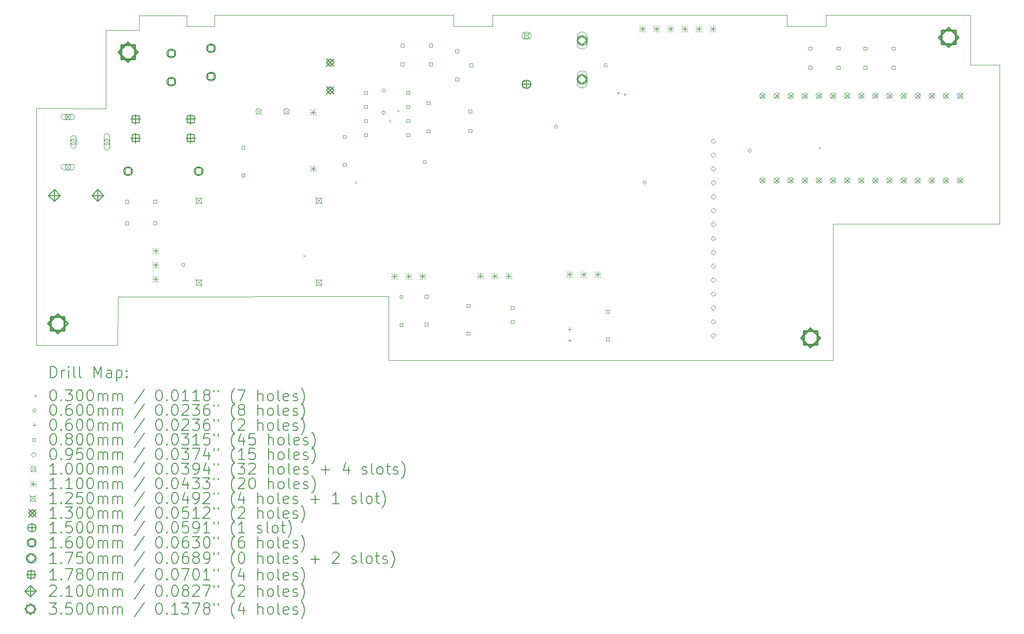
<source format=gbr>
%TF.GenerationSoftware,KiCad,Pcbnew,8.0.6*%
%TF.CreationDate,2024-12-01T22:04:38-06:00*%
%TF.ProjectId,1400-PSU,31343030-2d50-4535-952e-6b696361645f,rev?*%
%TF.SameCoordinates,Original*%
%TF.FileFunction,Drillmap*%
%TF.FilePolarity,Positive*%
%FSLAX45Y45*%
G04 Gerber Fmt 4.5, Leading zero omitted, Abs format (unit mm)*
G04 Created by KiCad (PCBNEW 8.0.6) date 2024-12-01 22:04:38*
%MOMM*%
%LPD*%
G01*
G04 APERTURE LIST*
%ADD10C,0.050000*%
%ADD11C,0.200000*%
%ADD12C,0.100000*%
%ADD13C,0.110000*%
%ADD14C,0.125000*%
%ADD15C,0.130000*%
%ADD16C,0.150000*%
%ADD17C,0.160000*%
%ADD18C,0.175000*%
%ADD19C,0.178000*%
%ADD20C,0.210000*%
%ADD21C,0.350000*%
G04 APERTURE END LIST*
D10*
X19328695Y-6157305D02*
X20028695Y-6158305D01*
X20027695Y-5957305D01*
X22629695Y-5958305D01*
X22626695Y-6855305D01*
X23155695Y-6855305D01*
X23157155Y-9518765D01*
X23156695Y-9712305D01*
X20154695Y-9714305D01*
X20154695Y-9956705D01*
X20154695Y-12166505D01*
X12158695Y-12166505D01*
X12158695Y-11017305D01*
X7283606Y-11025216D01*
X7280695Y-11901314D01*
X5814101Y-11902899D01*
X5816695Y-7635305D01*
X7065695Y-7636678D01*
X7064431Y-6230000D01*
X7666695Y-6230000D01*
X7666695Y-5961305D01*
X8526695Y-5961305D01*
X8526695Y-6158305D01*
X9025695Y-6158305D01*
X9025695Y-5958305D01*
X13328000Y-5959000D01*
X13327695Y-6155305D01*
X14027977Y-6156023D01*
X14027695Y-5956305D01*
X19328695Y-5955365D01*
X19328695Y-6157305D01*
D11*
D12*
X10627000Y-10277000D02*
X10657000Y-10307000D01*
X10657000Y-10277000D02*
X10627000Y-10307000D01*
X11558000Y-8955000D02*
X11588000Y-8985000D01*
X11588000Y-8955000D02*
X11558000Y-8985000D01*
X12165000Y-7846000D02*
X12195000Y-7876000D01*
X12195000Y-7846000D02*
X12165000Y-7876000D01*
X12313000Y-7663000D02*
X12343000Y-7693000D01*
X12343000Y-7663000D02*
X12313000Y-7693000D01*
X16272000Y-7343000D02*
X16302000Y-7373000D01*
X16302000Y-7343000D02*
X16272000Y-7373000D01*
X16395000Y-7372000D02*
X16425000Y-7402000D01*
X16425000Y-7372000D02*
X16395000Y-7402000D01*
X19902000Y-8333000D02*
X19932000Y-8363000D01*
X19932000Y-8333000D02*
X19902000Y-8363000D01*
X8492000Y-10452000D02*
G75*
G02*
X8432000Y-10452000I-30000J0D01*
G01*
X8432000Y-10452000D02*
G75*
G02*
X8492000Y-10452000I30000J0D01*
G01*
X12097000Y-7712000D02*
G75*
G02*
X12037000Y-7712000I-30000J0D01*
G01*
X12037000Y-7712000D02*
G75*
G02*
X12097000Y-7712000I30000J0D01*
G01*
X12102000Y-7308000D02*
G75*
G02*
X12042000Y-7308000I-30000J0D01*
G01*
X12042000Y-7308000D02*
G75*
G02*
X12102000Y-7308000I30000J0D01*
G01*
X12837000Y-8601000D02*
G75*
G02*
X12777000Y-8601000I-30000J0D01*
G01*
X12777000Y-8601000D02*
G75*
G02*
X12837000Y-8601000I30000J0D01*
G01*
X15195744Y-7964256D02*
G75*
G02*
X15135744Y-7964256I-30000J0D01*
G01*
X15135744Y-7964256D02*
G75*
G02*
X15195744Y-7964256I30000J0D01*
G01*
X16097000Y-6858000D02*
G75*
G02*
X16037000Y-6858000I-30000J0D01*
G01*
X16037000Y-6858000D02*
G75*
G02*
X16097000Y-6858000I30000J0D01*
G01*
X16796000Y-8969000D02*
G75*
G02*
X16736000Y-8969000I-30000J0D01*
G01*
X16736000Y-8969000D02*
G75*
G02*
X16796000Y-8969000I30000J0D01*
G01*
X18690000Y-8396000D02*
G75*
G02*
X18630000Y-8396000I-30000J0D01*
G01*
X18630000Y-8396000D02*
G75*
G02*
X18690000Y-8396000I30000J0D01*
G01*
X15418000Y-11581000D02*
X15418000Y-11641000D01*
X15388000Y-11611000D02*
X15448000Y-11611000D01*
X15418000Y-11781000D02*
X15418000Y-11841000D01*
X15388000Y-11811000D02*
X15448000Y-11811000D01*
X7472284Y-9341285D02*
X7472284Y-9284716D01*
X7415715Y-9284716D01*
X7415715Y-9341285D01*
X7472284Y-9341285D01*
X7473784Y-9728285D02*
X7473784Y-9671716D01*
X7417215Y-9671716D01*
X7417215Y-9728285D01*
X7473784Y-9728285D01*
X7980284Y-9341285D02*
X7980284Y-9284716D01*
X7923715Y-9284716D01*
X7923715Y-9341285D01*
X7980284Y-9341285D01*
X7981784Y-9728285D02*
X7981784Y-9671716D01*
X7925215Y-9671716D01*
X7925215Y-9728285D01*
X7981784Y-9728285D01*
X9567285Y-8364284D02*
X9567285Y-8307715D01*
X9510716Y-8307715D01*
X9510716Y-8364284D01*
X9567285Y-8364284D01*
X9567285Y-8864285D02*
X9567285Y-8807716D01*
X9510716Y-8807716D01*
X9510716Y-8864285D01*
X9567285Y-8864285D01*
X11392284Y-8175284D02*
X11392284Y-8118715D01*
X11335715Y-8118715D01*
X11335715Y-8175284D01*
X11392284Y-8175284D01*
X11392284Y-8675285D02*
X11392284Y-8618716D01*
X11335715Y-8618716D01*
X11335715Y-8675285D01*
X11392284Y-8675285D01*
X11773784Y-7381284D02*
X11773784Y-7324715D01*
X11717215Y-7324715D01*
X11717215Y-7381284D01*
X11773784Y-7381284D01*
X11773784Y-7635284D02*
X11773784Y-7578715D01*
X11717215Y-7578715D01*
X11717215Y-7635284D01*
X11773784Y-7635284D01*
X11773784Y-7889284D02*
X11773784Y-7832715D01*
X11717215Y-7832715D01*
X11717215Y-7889284D01*
X11773784Y-7889284D01*
X11773784Y-8143284D02*
X11773784Y-8086715D01*
X11717215Y-8086715D01*
X11717215Y-8143284D01*
X11773784Y-8143284D01*
X12414284Y-11056285D02*
X12414284Y-10999716D01*
X12357715Y-10999716D01*
X12357715Y-11056285D01*
X12414284Y-11056285D01*
X12414284Y-11556284D02*
X12414284Y-11499715D01*
X12357715Y-11499715D01*
X12357715Y-11556284D01*
X12414284Y-11556284D01*
X12434784Y-6528284D02*
X12434784Y-6471715D01*
X12378215Y-6471715D01*
X12378215Y-6528284D01*
X12434784Y-6528284D01*
X12434784Y-6868284D02*
X12434784Y-6811715D01*
X12378215Y-6811715D01*
X12378215Y-6868284D01*
X12434784Y-6868284D01*
X12535784Y-7381284D02*
X12535784Y-7324715D01*
X12479215Y-7324715D01*
X12479215Y-7381284D01*
X12535784Y-7381284D01*
X12535784Y-7635284D02*
X12535784Y-7578715D01*
X12479215Y-7578715D01*
X12479215Y-7635284D01*
X12535784Y-7635284D01*
X12535784Y-7889284D02*
X12535784Y-7832715D01*
X12479215Y-7832715D01*
X12479215Y-7889284D01*
X12535784Y-7889284D01*
X12535784Y-8143284D02*
X12535784Y-8086715D01*
X12479215Y-8086715D01*
X12479215Y-8143284D01*
X12535784Y-8143284D01*
X12868284Y-11049285D02*
X12868284Y-10992716D01*
X12811715Y-10992716D01*
X12811715Y-11049285D01*
X12868284Y-11049285D01*
X12868284Y-11549284D02*
X12868284Y-11492715D01*
X12811715Y-11492715D01*
X12811715Y-11549284D01*
X12868284Y-11549284D01*
X12898284Y-7567784D02*
X12898284Y-7511215D01*
X12841715Y-7511215D01*
X12841715Y-7567784D01*
X12898284Y-7567784D01*
X12898284Y-8075784D02*
X12898284Y-8019215D01*
X12841715Y-8019215D01*
X12841715Y-8075784D01*
X12898284Y-8075784D01*
X12942784Y-6528284D02*
X12942784Y-6471715D01*
X12886215Y-6471715D01*
X12886215Y-6528284D01*
X12942784Y-6528284D01*
X12942784Y-6868284D02*
X12942784Y-6811715D01*
X12886215Y-6811715D01*
X12886215Y-6868284D01*
X12942784Y-6868284D01*
X13417284Y-6634284D02*
X13417284Y-6577715D01*
X13360715Y-6577715D01*
X13360715Y-6634284D01*
X13417284Y-6634284D01*
X13417284Y-7142284D02*
X13417284Y-7085715D01*
X13360715Y-7085715D01*
X13360715Y-7142284D01*
X13417284Y-7142284D01*
X13619284Y-11215019D02*
X13619284Y-11158450D01*
X13562715Y-11158450D01*
X13562715Y-11215019D01*
X13619284Y-11215019D01*
X13619284Y-11715019D02*
X13619284Y-11658450D01*
X13562715Y-11658450D01*
X13562715Y-11715019D01*
X13619284Y-11715019D01*
X13652284Y-7715550D02*
X13652284Y-7658981D01*
X13595715Y-7658981D01*
X13595715Y-7715550D01*
X13652284Y-7715550D01*
X13652284Y-8065550D02*
X13652284Y-8008981D01*
X13595715Y-8008981D01*
X13595715Y-8065550D01*
X13652284Y-8065550D01*
X13671284Y-6888284D02*
X13671284Y-6831715D01*
X13614715Y-6831715D01*
X13614715Y-6888284D01*
X13671284Y-6888284D01*
X14416284Y-11255284D02*
X14416284Y-11198715D01*
X14359715Y-11198715D01*
X14359715Y-11255284D01*
X14416284Y-11255284D01*
X14416284Y-11505284D02*
X14416284Y-11448715D01*
X14359715Y-11448715D01*
X14359715Y-11505284D01*
X14416284Y-11505284D01*
X16129284Y-11324019D02*
X16129284Y-11267450D01*
X16072715Y-11267450D01*
X16072715Y-11324019D01*
X16129284Y-11324019D01*
X16129284Y-11824019D02*
X16129284Y-11767450D01*
X16072715Y-11767450D01*
X16072715Y-11824019D01*
X16129284Y-11824019D01*
X19774785Y-6584284D02*
X19774785Y-6527715D01*
X19718216Y-6527715D01*
X19718216Y-6584284D01*
X19774785Y-6584284D01*
X19776785Y-6928284D02*
X19776785Y-6871715D01*
X19720216Y-6871715D01*
X19720216Y-6928284D01*
X19776785Y-6928284D01*
X20282785Y-6584284D02*
X20282785Y-6527715D01*
X20226216Y-6527715D01*
X20226216Y-6584284D01*
X20282785Y-6584284D01*
X20284785Y-6928284D02*
X20284785Y-6871715D01*
X20228216Y-6871715D01*
X20228216Y-6928284D01*
X20284785Y-6928284D01*
X20764785Y-6585284D02*
X20764785Y-6528715D01*
X20708216Y-6528715D01*
X20708216Y-6585284D01*
X20764785Y-6585284D01*
X20765785Y-6928284D02*
X20765785Y-6871715D01*
X20709216Y-6871715D01*
X20709216Y-6928284D01*
X20765785Y-6928284D01*
X21272785Y-6585284D02*
X21272785Y-6528715D01*
X21216216Y-6528715D01*
X21216216Y-6585284D01*
X21272785Y-6585284D01*
X21273785Y-6928284D02*
X21273785Y-6871715D01*
X21217216Y-6871715D01*
X21217216Y-6928284D01*
X21273785Y-6928284D01*
X18002000Y-8270500D02*
X18049500Y-8223000D01*
X18002000Y-8175500D01*
X17954500Y-8223000D01*
X18002000Y-8270500D01*
X18002000Y-8520500D02*
X18049500Y-8473000D01*
X18002000Y-8425500D01*
X17954500Y-8473000D01*
X18002000Y-8520500D01*
X18002000Y-8770500D02*
X18049500Y-8723000D01*
X18002000Y-8675500D01*
X17954500Y-8723000D01*
X18002000Y-8770500D01*
X18002000Y-9020500D02*
X18049500Y-8973000D01*
X18002000Y-8925500D01*
X17954500Y-8973000D01*
X18002000Y-9020500D01*
X18002000Y-9270500D02*
X18049500Y-9223000D01*
X18002000Y-9175500D01*
X17954500Y-9223000D01*
X18002000Y-9270500D01*
X18002000Y-9520500D02*
X18049500Y-9473000D01*
X18002000Y-9425500D01*
X17954500Y-9473000D01*
X18002000Y-9520500D01*
X18002000Y-9770500D02*
X18049500Y-9723000D01*
X18002000Y-9675500D01*
X17954500Y-9723000D01*
X18002000Y-9770500D01*
X18002000Y-10020500D02*
X18049500Y-9973000D01*
X18002000Y-9925500D01*
X17954500Y-9973000D01*
X18002000Y-10020500D01*
X18002000Y-10270500D02*
X18049500Y-10223000D01*
X18002000Y-10175500D01*
X17954500Y-10223000D01*
X18002000Y-10270500D01*
X18002000Y-10520500D02*
X18049500Y-10473000D01*
X18002000Y-10425500D01*
X17954500Y-10473000D01*
X18002000Y-10520500D01*
X18002000Y-10770500D02*
X18049500Y-10723000D01*
X18002000Y-10675500D01*
X17954500Y-10723000D01*
X18002000Y-10770500D01*
X18002000Y-11020500D02*
X18049500Y-10973000D01*
X18002000Y-10925500D01*
X17954500Y-10973000D01*
X18002000Y-11020500D01*
X18002000Y-11270500D02*
X18049500Y-11223000D01*
X18002000Y-11175500D01*
X17954500Y-11223000D01*
X18002000Y-11270500D01*
X18002000Y-11520500D02*
X18049500Y-11473000D01*
X18002000Y-11425500D01*
X17954500Y-11473000D01*
X18002000Y-11520500D01*
X18002000Y-11770500D02*
X18049500Y-11723000D01*
X18002000Y-11675500D01*
X17954500Y-11723000D01*
X18002000Y-11770500D01*
X6335000Y-7739000D02*
X6435000Y-7839000D01*
X6435000Y-7739000D02*
X6335000Y-7839000D01*
X6435000Y-7789000D02*
G75*
G02*
X6335000Y-7789000I-50000J0D01*
G01*
X6335000Y-7789000D02*
G75*
G02*
X6435000Y-7789000I50000J0D01*
G01*
X6460000Y-7739000D02*
X6310000Y-7739000D01*
X6310000Y-7839000D02*
G75*
G02*
X6310000Y-7739000I0J50000D01*
G01*
X6310000Y-7839000D02*
X6460000Y-7839000D01*
X6460000Y-7839000D02*
G75*
G03*
X6460000Y-7739000I0J50000D01*
G01*
X6335000Y-8639000D02*
X6435000Y-8739000D01*
X6435000Y-8639000D02*
X6335000Y-8739000D01*
X6435000Y-8689000D02*
G75*
G02*
X6335000Y-8689000I-50000J0D01*
G01*
X6335000Y-8689000D02*
G75*
G02*
X6435000Y-8689000I50000J0D01*
G01*
X6460000Y-8639000D02*
X6310000Y-8639000D01*
X6310000Y-8739000D02*
G75*
G02*
X6310000Y-8639000I0J50000D01*
G01*
X6310000Y-8739000D02*
X6460000Y-8739000D01*
X6460000Y-8739000D02*
G75*
G03*
X6460000Y-8639000I0J50000D01*
G01*
X6435000Y-8189000D02*
X6535000Y-8289000D01*
X6535000Y-8189000D02*
X6435000Y-8289000D01*
X6535000Y-8239000D02*
G75*
G02*
X6435000Y-8239000I-50000J0D01*
G01*
X6435000Y-8239000D02*
G75*
G02*
X6535000Y-8239000I50000J0D01*
G01*
X6435000Y-8174000D02*
X6435000Y-8304000D01*
X6535000Y-8304000D02*
G75*
G02*
X6435000Y-8304000I-50000J0D01*
G01*
X6535000Y-8304000D02*
X6535000Y-8174000D01*
X6535000Y-8174000D02*
G75*
G03*
X6435000Y-8174000I-50000J0D01*
G01*
X7035000Y-8189000D02*
X7135000Y-8289000D01*
X7135000Y-8189000D02*
X7035000Y-8289000D01*
X7135000Y-8239000D02*
G75*
G02*
X7035000Y-8239000I-50000J0D01*
G01*
X7035000Y-8239000D02*
G75*
G02*
X7135000Y-8239000I50000J0D01*
G01*
X7035000Y-8139000D02*
X7035000Y-8339000D01*
X7135000Y-8339000D02*
G75*
G02*
X7035000Y-8339000I-50000J0D01*
G01*
X7135000Y-8339000D02*
X7135000Y-8139000D01*
X7135000Y-8139000D02*
G75*
G03*
X7035000Y-8139000I-50000J0D01*
G01*
X9766000Y-7638000D02*
X9866000Y-7738000D01*
X9866000Y-7638000D02*
X9766000Y-7738000D01*
X9866000Y-7688000D02*
G75*
G02*
X9766000Y-7688000I-50000J0D01*
G01*
X9766000Y-7688000D02*
G75*
G02*
X9866000Y-7688000I50000J0D01*
G01*
X10266000Y-7638000D02*
X10366000Y-7738000D01*
X10366000Y-7638000D02*
X10266000Y-7738000D01*
X10366000Y-7688000D02*
G75*
G02*
X10266000Y-7688000I-50000J0D01*
G01*
X10266000Y-7688000D02*
G75*
G02*
X10366000Y-7688000I50000J0D01*
G01*
X18836000Y-7358000D02*
X18936000Y-7458000D01*
X18936000Y-7358000D02*
X18836000Y-7458000D01*
X18936000Y-7408000D02*
G75*
G02*
X18836000Y-7408000I-50000J0D01*
G01*
X18836000Y-7408000D02*
G75*
G02*
X18936000Y-7408000I50000J0D01*
G01*
X18836000Y-8882000D02*
X18936000Y-8982000D01*
X18936000Y-8882000D02*
X18836000Y-8982000D01*
X18936000Y-8932000D02*
G75*
G02*
X18836000Y-8932000I-50000J0D01*
G01*
X18836000Y-8932000D02*
G75*
G02*
X18936000Y-8932000I50000J0D01*
G01*
X19090000Y-7358000D02*
X19190000Y-7458000D01*
X19190000Y-7358000D02*
X19090000Y-7458000D01*
X19190000Y-7408000D02*
G75*
G02*
X19090000Y-7408000I-50000J0D01*
G01*
X19090000Y-7408000D02*
G75*
G02*
X19190000Y-7408000I50000J0D01*
G01*
X19090000Y-8882000D02*
X19190000Y-8982000D01*
X19190000Y-8882000D02*
X19090000Y-8982000D01*
X19190000Y-8932000D02*
G75*
G02*
X19090000Y-8932000I-50000J0D01*
G01*
X19090000Y-8932000D02*
G75*
G02*
X19190000Y-8932000I50000J0D01*
G01*
X19344000Y-7358000D02*
X19444000Y-7458000D01*
X19444000Y-7358000D02*
X19344000Y-7458000D01*
X19444000Y-7408000D02*
G75*
G02*
X19344000Y-7408000I-50000J0D01*
G01*
X19344000Y-7408000D02*
G75*
G02*
X19444000Y-7408000I50000J0D01*
G01*
X19344000Y-8882000D02*
X19444000Y-8982000D01*
X19444000Y-8882000D02*
X19344000Y-8982000D01*
X19444000Y-8932000D02*
G75*
G02*
X19344000Y-8932000I-50000J0D01*
G01*
X19344000Y-8932000D02*
G75*
G02*
X19444000Y-8932000I50000J0D01*
G01*
X19598000Y-7358000D02*
X19698000Y-7458000D01*
X19698000Y-7358000D02*
X19598000Y-7458000D01*
X19698000Y-7408000D02*
G75*
G02*
X19598000Y-7408000I-50000J0D01*
G01*
X19598000Y-7408000D02*
G75*
G02*
X19698000Y-7408000I50000J0D01*
G01*
X19598000Y-8882000D02*
X19698000Y-8982000D01*
X19698000Y-8882000D02*
X19598000Y-8982000D01*
X19698000Y-8932000D02*
G75*
G02*
X19598000Y-8932000I-50000J0D01*
G01*
X19598000Y-8932000D02*
G75*
G02*
X19698000Y-8932000I50000J0D01*
G01*
X19852000Y-7358000D02*
X19952000Y-7458000D01*
X19952000Y-7358000D02*
X19852000Y-7458000D01*
X19952000Y-7408000D02*
G75*
G02*
X19852000Y-7408000I-50000J0D01*
G01*
X19852000Y-7408000D02*
G75*
G02*
X19952000Y-7408000I50000J0D01*
G01*
X19852000Y-8882000D02*
X19952000Y-8982000D01*
X19952000Y-8882000D02*
X19852000Y-8982000D01*
X19952000Y-8932000D02*
G75*
G02*
X19852000Y-8932000I-50000J0D01*
G01*
X19852000Y-8932000D02*
G75*
G02*
X19952000Y-8932000I50000J0D01*
G01*
X20106000Y-7358000D02*
X20206000Y-7458000D01*
X20206000Y-7358000D02*
X20106000Y-7458000D01*
X20206000Y-7408000D02*
G75*
G02*
X20106000Y-7408000I-50000J0D01*
G01*
X20106000Y-7408000D02*
G75*
G02*
X20206000Y-7408000I50000J0D01*
G01*
X20106000Y-8882000D02*
X20206000Y-8982000D01*
X20206000Y-8882000D02*
X20106000Y-8982000D01*
X20206000Y-8932000D02*
G75*
G02*
X20106000Y-8932000I-50000J0D01*
G01*
X20106000Y-8932000D02*
G75*
G02*
X20206000Y-8932000I50000J0D01*
G01*
X20360000Y-7358000D02*
X20460000Y-7458000D01*
X20460000Y-7358000D02*
X20360000Y-7458000D01*
X20460000Y-7408000D02*
G75*
G02*
X20360000Y-7408000I-50000J0D01*
G01*
X20360000Y-7408000D02*
G75*
G02*
X20460000Y-7408000I50000J0D01*
G01*
X20360000Y-8882000D02*
X20460000Y-8982000D01*
X20460000Y-8882000D02*
X20360000Y-8982000D01*
X20460000Y-8932000D02*
G75*
G02*
X20360000Y-8932000I-50000J0D01*
G01*
X20360000Y-8932000D02*
G75*
G02*
X20460000Y-8932000I50000J0D01*
G01*
X20614000Y-7358000D02*
X20714000Y-7458000D01*
X20714000Y-7358000D02*
X20614000Y-7458000D01*
X20714000Y-7408000D02*
G75*
G02*
X20614000Y-7408000I-50000J0D01*
G01*
X20614000Y-7408000D02*
G75*
G02*
X20714000Y-7408000I50000J0D01*
G01*
X20614000Y-8882000D02*
X20714000Y-8982000D01*
X20714000Y-8882000D02*
X20614000Y-8982000D01*
X20714000Y-8932000D02*
G75*
G02*
X20614000Y-8932000I-50000J0D01*
G01*
X20614000Y-8932000D02*
G75*
G02*
X20714000Y-8932000I50000J0D01*
G01*
X20868000Y-7358000D02*
X20968000Y-7458000D01*
X20968000Y-7358000D02*
X20868000Y-7458000D01*
X20968000Y-7408000D02*
G75*
G02*
X20868000Y-7408000I-50000J0D01*
G01*
X20868000Y-7408000D02*
G75*
G02*
X20968000Y-7408000I50000J0D01*
G01*
X20868000Y-8882000D02*
X20968000Y-8982000D01*
X20968000Y-8882000D02*
X20868000Y-8982000D01*
X20968000Y-8932000D02*
G75*
G02*
X20868000Y-8932000I-50000J0D01*
G01*
X20868000Y-8932000D02*
G75*
G02*
X20968000Y-8932000I50000J0D01*
G01*
X21122000Y-7358000D02*
X21222000Y-7458000D01*
X21222000Y-7358000D02*
X21122000Y-7458000D01*
X21222000Y-7408000D02*
G75*
G02*
X21122000Y-7408000I-50000J0D01*
G01*
X21122000Y-7408000D02*
G75*
G02*
X21222000Y-7408000I50000J0D01*
G01*
X21122000Y-8882000D02*
X21222000Y-8982000D01*
X21222000Y-8882000D02*
X21122000Y-8982000D01*
X21222000Y-8932000D02*
G75*
G02*
X21122000Y-8932000I-50000J0D01*
G01*
X21122000Y-8932000D02*
G75*
G02*
X21222000Y-8932000I50000J0D01*
G01*
X21376000Y-7358000D02*
X21476000Y-7458000D01*
X21476000Y-7358000D02*
X21376000Y-7458000D01*
X21476000Y-7408000D02*
G75*
G02*
X21376000Y-7408000I-50000J0D01*
G01*
X21376000Y-7408000D02*
G75*
G02*
X21476000Y-7408000I50000J0D01*
G01*
X21376000Y-8882000D02*
X21476000Y-8982000D01*
X21476000Y-8882000D02*
X21376000Y-8982000D01*
X21476000Y-8932000D02*
G75*
G02*
X21376000Y-8932000I-50000J0D01*
G01*
X21376000Y-8932000D02*
G75*
G02*
X21476000Y-8932000I50000J0D01*
G01*
X21630000Y-7358000D02*
X21730000Y-7458000D01*
X21730000Y-7358000D02*
X21630000Y-7458000D01*
X21730000Y-7408000D02*
G75*
G02*
X21630000Y-7408000I-50000J0D01*
G01*
X21630000Y-7408000D02*
G75*
G02*
X21730000Y-7408000I50000J0D01*
G01*
X21630000Y-8882000D02*
X21730000Y-8982000D01*
X21730000Y-8882000D02*
X21630000Y-8982000D01*
X21730000Y-8932000D02*
G75*
G02*
X21630000Y-8932000I-50000J0D01*
G01*
X21630000Y-8932000D02*
G75*
G02*
X21730000Y-8932000I50000J0D01*
G01*
X21884000Y-7358000D02*
X21984000Y-7458000D01*
X21984000Y-7358000D02*
X21884000Y-7458000D01*
X21984000Y-7408000D02*
G75*
G02*
X21884000Y-7408000I-50000J0D01*
G01*
X21884000Y-7408000D02*
G75*
G02*
X21984000Y-7408000I50000J0D01*
G01*
X21884000Y-8882000D02*
X21984000Y-8982000D01*
X21984000Y-8882000D02*
X21884000Y-8982000D01*
X21984000Y-8932000D02*
G75*
G02*
X21884000Y-8932000I-50000J0D01*
G01*
X21884000Y-8932000D02*
G75*
G02*
X21984000Y-8932000I50000J0D01*
G01*
X22138000Y-7358000D02*
X22238000Y-7458000D01*
X22238000Y-7358000D02*
X22138000Y-7458000D01*
X22238000Y-7408000D02*
G75*
G02*
X22138000Y-7408000I-50000J0D01*
G01*
X22138000Y-7408000D02*
G75*
G02*
X22238000Y-7408000I50000J0D01*
G01*
X22138000Y-8882000D02*
X22238000Y-8982000D01*
X22238000Y-8882000D02*
X22138000Y-8982000D01*
X22238000Y-8932000D02*
G75*
G02*
X22138000Y-8932000I-50000J0D01*
G01*
X22138000Y-8932000D02*
G75*
G02*
X22238000Y-8932000I50000J0D01*
G01*
X22392000Y-7358000D02*
X22492000Y-7458000D01*
X22492000Y-7358000D02*
X22392000Y-7458000D01*
X22492000Y-7408000D02*
G75*
G02*
X22392000Y-7408000I-50000J0D01*
G01*
X22392000Y-7408000D02*
G75*
G02*
X22492000Y-7408000I50000J0D01*
G01*
X22392000Y-8882000D02*
X22492000Y-8982000D01*
X22492000Y-8882000D02*
X22392000Y-8982000D01*
X22492000Y-8932000D02*
G75*
G02*
X22392000Y-8932000I-50000J0D01*
G01*
X22392000Y-8932000D02*
G75*
G02*
X22492000Y-8932000I50000J0D01*
G01*
D13*
X7906000Y-10143000D02*
X8016000Y-10253000D01*
X8016000Y-10143000D02*
X7906000Y-10253000D01*
X7961000Y-10143000D02*
X7961000Y-10253000D01*
X7906000Y-10198000D02*
X8016000Y-10198000D01*
X7906000Y-10397000D02*
X8016000Y-10507000D01*
X8016000Y-10397000D02*
X7906000Y-10507000D01*
X7961000Y-10397000D02*
X7961000Y-10507000D01*
X7906000Y-10452000D02*
X8016000Y-10452000D01*
X7906000Y-10651000D02*
X8016000Y-10761000D01*
X8016000Y-10651000D02*
X7906000Y-10761000D01*
X7961000Y-10651000D02*
X7961000Y-10761000D01*
X7906000Y-10706000D02*
X8016000Y-10706000D01*
X10744000Y-7652000D02*
X10854000Y-7762000D01*
X10854000Y-7652000D02*
X10744000Y-7762000D01*
X10799000Y-7652000D02*
X10799000Y-7762000D01*
X10744000Y-7707000D02*
X10854000Y-7707000D01*
X10744000Y-8668000D02*
X10854000Y-8778000D01*
X10854000Y-8668000D02*
X10744000Y-8778000D01*
X10799000Y-8668000D02*
X10799000Y-8778000D01*
X10744000Y-8723000D02*
X10854000Y-8723000D01*
X12204000Y-10600000D02*
X12314000Y-10710000D01*
X12314000Y-10600000D02*
X12204000Y-10710000D01*
X12259000Y-10600000D02*
X12259000Y-10710000D01*
X12204000Y-10655000D02*
X12314000Y-10655000D01*
X12458000Y-10600000D02*
X12568000Y-10710000D01*
X12568000Y-10600000D02*
X12458000Y-10710000D01*
X12513000Y-10600000D02*
X12513000Y-10710000D01*
X12458000Y-10655000D02*
X12568000Y-10655000D01*
X12712000Y-10600000D02*
X12822000Y-10710000D01*
X12822000Y-10600000D02*
X12712000Y-10710000D01*
X12767000Y-10600000D02*
X12767000Y-10710000D01*
X12712000Y-10655000D02*
X12822000Y-10655000D01*
X13755000Y-10596000D02*
X13865000Y-10706000D01*
X13865000Y-10596000D02*
X13755000Y-10706000D01*
X13810000Y-10596000D02*
X13810000Y-10706000D01*
X13755000Y-10651000D02*
X13865000Y-10651000D01*
X14009000Y-10596000D02*
X14119000Y-10706000D01*
X14119000Y-10596000D02*
X14009000Y-10706000D01*
X14064000Y-10596000D02*
X14064000Y-10706000D01*
X14009000Y-10651000D02*
X14119000Y-10651000D01*
X14263000Y-10596000D02*
X14373000Y-10706000D01*
X14373000Y-10596000D02*
X14263000Y-10706000D01*
X14318000Y-10596000D02*
X14318000Y-10706000D01*
X14263000Y-10651000D02*
X14373000Y-10651000D01*
X15358000Y-10569000D02*
X15468000Y-10679000D01*
X15468000Y-10569000D02*
X15358000Y-10679000D01*
X15413000Y-10569000D02*
X15413000Y-10679000D01*
X15358000Y-10624000D02*
X15468000Y-10624000D01*
X15612000Y-10569000D02*
X15722000Y-10679000D01*
X15722000Y-10569000D02*
X15612000Y-10679000D01*
X15667000Y-10569000D02*
X15667000Y-10679000D01*
X15612000Y-10624000D02*
X15722000Y-10624000D01*
X15866000Y-10569000D02*
X15976000Y-10679000D01*
X15976000Y-10569000D02*
X15866000Y-10679000D01*
X15921000Y-10569000D02*
X15921000Y-10679000D01*
X15866000Y-10624000D02*
X15976000Y-10624000D01*
X16672000Y-6146000D02*
X16782000Y-6256000D01*
X16782000Y-6146000D02*
X16672000Y-6256000D01*
X16727000Y-6146000D02*
X16727000Y-6256000D01*
X16672000Y-6201000D02*
X16782000Y-6201000D01*
X16926000Y-6146000D02*
X17036000Y-6256000D01*
X17036000Y-6146000D02*
X16926000Y-6256000D01*
X16981000Y-6146000D02*
X16981000Y-6256000D01*
X16926000Y-6201000D02*
X17036000Y-6201000D01*
X17180000Y-6146000D02*
X17290000Y-6256000D01*
X17290000Y-6146000D02*
X17180000Y-6256000D01*
X17235000Y-6146000D02*
X17235000Y-6256000D01*
X17180000Y-6201000D02*
X17290000Y-6201000D01*
X17434000Y-6146000D02*
X17544000Y-6256000D01*
X17544000Y-6146000D02*
X17434000Y-6256000D01*
X17489000Y-6146000D02*
X17489000Y-6256000D01*
X17434000Y-6201000D02*
X17544000Y-6201000D01*
X17688000Y-6146000D02*
X17798000Y-6256000D01*
X17798000Y-6146000D02*
X17688000Y-6256000D01*
X17743000Y-6146000D02*
X17743000Y-6256000D01*
X17688000Y-6201000D02*
X17798000Y-6201000D01*
X17942000Y-6146000D02*
X18052000Y-6256000D01*
X18052000Y-6146000D02*
X17942000Y-6256000D01*
X17997000Y-6146000D02*
X17997000Y-6256000D01*
X17942000Y-6201000D02*
X18052000Y-6201000D01*
D14*
X8678500Y-9231500D02*
X8803500Y-9356500D01*
X8803500Y-9231500D02*
X8678500Y-9356500D01*
X8785195Y-9338195D02*
X8785195Y-9249805D01*
X8696805Y-9249805D01*
X8696805Y-9338195D01*
X8785195Y-9338195D01*
X8678500Y-10704700D02*
X8803500Y-10829700D01*
X8803500Y-10704700D02*
X8678500Y-10829700D01*
X8785195Y-10811395D02*
X8785195Y-10723005D01*
X8696805Y-10723005D01*
X8696805Y-10811395D01*
X8785195Y-10811395D01*
X10837500Y-9231500D02*
X10962500Y-9356500D01*
X10962500Y-9231500D02*
X10837500Y-9356500D01*
X10944195Y-9338195D02*
X10944195Y-9249805D01*
X10855805Y-9249805D01*
X10855805Y-9338195D01*
X10944195Y-9338195D01*
X10837500Y-10704700D02*
X10962500Y-10829700D01*
X10962500Y-10704700D02*
X10837500Y-10829700D01*
X10944195Y-10811395D02*
X10944195Y-10723005D01*
X10855805Y-10723005D01*
X10855805Y-10811395D01*
X10944195Y-10811395D01*
X14576500Y-6263500D02*
X14701500Y-6388500D01*
X14701500Y-6263500D02*
X14576500Y-6388500D01*
X14683195Y-6370195D02*
X14683195Y-6281805D01*
X14594805Y-6281805D01*
X14594805Y-6370195D01*
X14683195Y-6370195D01*
D12*
X14664000Y-6263500D02*
X14614000Y-6263500D01*
X14614000Y-6388500D02*
G75*
G02*
X14614000Y-6263500I0J62500D01*
G01*
X14614000Y-6388500D02*
X14664000Y-6388500D01*
X14664000Y-6388500D02*
G75*
G03*
X14664000Y-6263500I0J62500D01*
G01*
D15*
X11042000Y-6745000D02*
X11172000Y-6875000D01*
X11172000Y-6745000D02*
X11042000Y-6875000D01*
X11107000Y-6875000D02*
X11172000Y-6810000D01*
X11107000Y-6745000D01*
X11042000Y-6810000D01*
X11107000Y-6875000D01*
X11042000Y-7245000D02*
X11172000Y-7375000D01*
X11172000Y-7245000D02*
X11042000Y-7375000D01*
X11107000Y-7375000D02*
X11172000Y-7310000D01*
X11107000Y-7245000D01*
X11042000Y-7310000D01*
X11107000Y-7375000D01*
D16*
X14639000Y-7126000D02*
X14639000Y-7276000D01*
X14564000Y-7201000D02*
X14714000Y-7201000D01*
X14714000Y-7201000D02*
G75*
G02*
X14564000Y-7201000I-75000J0D01*
G01*
X14564000Y-7201000D02*
G75*
G02*
X14714000Y-7201000I75000J0D01*
G01*
D12*
X14651500Y-7126000D02*
X14626500Y-7126000D01*
X14626500Y-7276000D02*
G75*
G02*
X14626500Y-7126000I0J75000D01*
G01*
X14626500Y-7276000D02*
X14651500Y-7276000D01*
X14651500Y-7276000D02*
G75*
G03*
X14651500Y-7126000I0J75000D01*
G01*
D17*
X7524569Y-8823569D02*
X7524569Y-8710431D01*
X7411431Y-8710431D01*
X7411431Y-8823569D01*
X7524569Y-8823569D01*
X7548000Y-8767000D02*
G75*
G02*
X7388000Y-8767000I-80000J0D01*
G01*
X7388000Y-8767000D02*
G75*
G02*
X7548000Y-8767000I80000J0D01*
G01*
X8302569Y-6703569D02*
X8302569Y-6590431D01*
X8189431Y-6590431D01*
X8189431Y-6703569D01*
X8302569Y-6703569D01*
X8326000Y-6647000D02*
G75*
G02*
X8166000Y-6647000I-80000J0D01*
G01*
X8166000Y-6647000D02*
G75*
G02*
X8326000Y-6647000I80000J0D01*
G01*
X8302569Y-7211569D02*
X8302569Y-7098431D01*
X8189431Y-7098431D01*
X8189431Y-7211569D01*
X8302569Y-7211569D01*
X8326000Y-7155000D02*
G75*
G02*
X8166000Y-7155000I-80000J0D01*
G01*
X8166000Y-7155000D02*
G75*
G02*
X8326000Y-7155000I80000J0D01*
G01*
X8794569Y-8823569D02*
X8794569Y-8710431D01*
X8681431Y-8710431D01*
X8681431Y-8823569D01*
X8794569Y-8823569D01*
X8818000Y-8767000D02*
G75*
G02*
X8658000Y-8767000I-80000J0D01*
G01*
X8658000Y-8767000D02*
G75*
G02*
X8818000Y-8767000I80000J0D01*
G01*
X9018569Y-6610569D02*
X9018569Y-6497431D01*
X8905431Y-6497431D01*
X8905431Y-6610569D01*
X9018569Y-6610569D01*
X9042000Y-6554000D02*
G75*
G02*
X8882000Y-6554000I-80000J0D01*
G01*
X8882000Y-6554000D02*
G75*
G02*
X9042000Y-6554000I80000J0D01*
G01*
X9018569Y-7118569D02*
X9018569Y-7005431D01*
X8905431Y-7005431D01*
X8905431Y-7118569D01*
X9018569Y-7118569D01*
X9042000Y-7062000D02*
G75*
G02*
X8882000Y-7062000I-80000J0D01*
G01*
X8882000Y-7062000D02*
G75*
G02*
X9042000Y-7062000I80000J0D01*
G01*
D18*
X15639000Y-6501000D02*
X15726500Y-6413500D01*
X15639000Y-6326000D01*
X15551500Y-6413500D01*
X15639000Y-6501000D01*
X15726500Y-6413500D02*
G75*
G02*
X15551500Y-6413500I-87500J0D01*
G01*
X15551500Y-6413500D02*
G75*
G02*
X15726500Y-6413500I87500J0D01*
G01*
D12*
X15726500Y-6482250D02*
X15726500Y-6344750D01*
X15551500Y-6344750D02*
G75*
G02*
X15726500Y-6344750I87500J0D01*
G01*
X15551500Y-6344750D02*
X15551500Y-6482250D01*
X15551500Y-6482250D02*
G75*
G03*
X15726500Y-6482250I87500J0D01*
G01*
D18*
X15639000Y-7201000D02*
X15726500Y-7113500D01*
X15639000Y-7026000D01*
X15551500Y-7113500D01*
X15639000Y-7201000D01*
X15726500Y-7113500D02*
G75*
G02*
X15551500Y-7113500I-87500J0D01*
G01*
X15551500Y-7113500D02*
G75*
G02*
X15726500Y-7113500I87500J0D01*
G01*
D12*
X15726500Y-7182250D02*
X15726500Y-7044750D01*
X15551500Y-7044750D02*
G75*
G02*
X15726500Y-7044750I87500J0D01*
G01*
X15551500Y-7044750D02*
X15551500Y-7182250D01*
X15551500Y-7182250D02*
G75*
G03*
X15726500Y-7182250I87500J0D01*
G01*
D19*
X7602000Y-7741000D02*
X7602000Y-7919000D01*
X7513000Y-7830000D02*
X7691000Y-7830000D01*
X7664933Y-7892933D02*
X7664933Y-7767067D01*
X7539067Y-7767067D01*
X7539067Y-7892933D01*
X7664933Y-7892933D01*
X7602000Y-8081000D02*
X7602000Y-8259000D01*
X7513000Y-8170000D02*
X7691000Y-8170000D01*
X7664933Y-8232933D02*
X7664933Y-8107067D01*
X7539067Y-8107067D01*
X7539067Y-8232933D01*
X7664933Y-8232933D01*
X8594000Y-7741000D02*
X8594000Y-7919000D01*
X8505000Y-7830000D02*
X8683000Y-7830000D01*
X8656933Y-7892933D02*
X8656933Y-7767067D01*
X8531067Y-7767067D01*
X8531067Y-7892933D01*
X8656933Y-7892933D01*
X8594000Y-8081000D02*
X8594000Y-8259000D01*
X8505000Y-8170000D02*
X8683000Y-8170000D01*
X8656933Y-8232933D02*
X8656933Y-8107067D01*
X8531067Y-8107067D01*
X8531067Y-8232933D01*
X8656933Y-8232933D01*
D20*
X6143000Y-9099000D02*
X6143000Y-9309000D01*
X6038000Y-9204000D02*
X6248000Y-9204000D01*
X6143000Y-9309000D02*
X6248000Y-9204000D01*
X6143000Y-9099000D01*
X6038000Y-9204000D01*
X6143000Y-9309000D01*
X6923000Y-9099000D02*
X6923000Y-9309000D01*
X6818000Y-9204000D02*
X7028000Y-9204000D01*
X6923000Y-9309000D02*
X7028000Y-9204000D01*
X6923000Y-9099000D01*
X6818000Y-9204000D01*
X6923000Y-9309000D01*
D21*
X6203000Y-11687000D02*
X6378000Y-11512000D01*
X6203000Y-11337000D01*
X6028000Y-11512000D01*
X6203000Y-11687000D01*
X6326745Y-11635745D02*
X6326745Y-11388255D01*
X6079255Y-11388255D01*
X6079255Y-11635745D01*
X6326745Y-11635745D01*
X7469000Y-6800000D02*
X7644000Y-6625000D01*
X7469000Y-6450000D01*
X7294000Y-6625000D01*
X7469000Y-6800000D01*
X7592745Y-6748745D02*
X7592745Y-6501255D01*
X7345255Y-6501255D01*
X7345255Y-6748745D01*
X7592745Y-6748745D01*
X19754000Y-11944000D02*
X19929000Y-11769000D01*
X19754000Y-11594000D01*
X19579000Y-11769000D01*
X19754000Y-11944000D01*
X19877745Y-11892745D02*
X19877745Y-11645255D01*
X19630255Y-11645255D01*
X19630255Y-11892745D01*
X19877745Y-11892745D01*
X22239000Y-6534000D02*
X22414000Y-6359000D01*
X22239000Y-6184000D01*
X22064000Y-6359000D01*
X22239000Y-6534000D01*
X22362745Y-6482745D02*
X22362745Y-6235255D01*
X22115255Y-6235255D01*
X22115255Y-6482745D01*
X22362745Y-6482745D01*
D11*
X6072378Y-12480489D02*
X6072378Y-12280489D01*
X6072378Y-12280489D02*
X6119997Y-12280489D01*
X6119997Y-12280489D02*
X6148568Y-12290013D01*
X6148568Y-12290013D02*
X6167616Y-12309060D01*
X6167616Y-12309060D02*
X6177140Y-12328108D01*
X6177140Y-12328108D02*
X6186663Y-12366203D01*
X6186663Y-12366203D02*
X6186663Y-12394774D01*
X6186663Y-12394774D02*
X6177140Y-12432870D01*
X6177140Y-12432870D02*
X6167616Y-12451917D01*
X6167616Y-12451917D02*
X6148568Y-12470965D01*
X6148568Y-12470965D02*
X6119997Y-12480489D01*
X6119997Y-12480489D02*
X6072378Y-12480489D01*
X6272378Y-12480489D02*
X6272378Y-12347155D01*
X6272378Y-12385251D02*
X6281901Y-12366203D01*
X6281901Y-12366203D02*
X6291425Y-12356679D01*
X6291425Y-12356679D02*
X6310473Y-12347155D01*
X6310473Y-12347155D02*
X6329521Y-12347155D01*
X6396187Y-12480489D02*
X6396187Y-12347155D01*
X6396187Y-12280489D02*
X6386663Y-12290013D01*
X6386663Y-12290013D02*
X6396187Y-12299536D01*
X6396187Y-12299536D02*
X6405711Y-12290013D01*
X6405711Y-12290013D02*
X6396187Y-12280489D01*
X6396187Y-12280489D02*
X6396187Y-12299536D01*
X6519997Y-12480489D02*
X6500949Y-12470965D01*
X6500949Y-12470965D02*
X6491425Y-12451917D01*
X6491425Y-12451917D02*
X6491425Y-12280489D01*
X6624759Y-12480489D02*
X6605711Y-12470965D01*
X6605711Y-12470965D02*
X6596187Y-12451917D01*
X6596187Y-12451917D02*
X6596187Y-12280489D01*
X6853330Y-12480489D02*
X6853330Y-12280489D01*
X6853330Y-12280489D02*
X6919997Y-12423346D01*
X6919997Y-12423346D02*
X6986663Y-12280489D01*
X6986663Y-12280489D02*
X6986663Y-12480489D01*
X7167616Y-12480489D02*
X7167616Y-12375727D01*
X7167616Y-12375727D02*
X7158092Y-12356679D01*
X7158092Y-12356679D02*
X7139044Y-12347155D01*
X7139044Y-12347155D02*
X7100949Y-12347155D01*
X7100949Y-12347155D02*
X7081901Y-12356679D01*
X7167616Y-12470965D02*
X7148568Y-12480489D01*
X7148568Y-12480489D02*
X7100949Y-12480489D01*
X7100949Y-12480489D02*
X7081901Y-12470965D01*
X7081901Y-12470965D02*
X7072378Y-12451917D01*
X7072378Y-12451917D02*
X7072378Y-12432870D01*
X7072378Y-12432870D02*
X7081901Y-12413822D01*
X7081901Y-12413822D02*
X7100949Y-12404298D01*
X7100949Y-12404298D02*
X7148568Y-12404298D01*
X7148568Y-12404298D02*
X7167616Y-12394774D01*
X7262854Y-12347155D02*
X7262854Y-12547155D01*
X7262854Y-12356679D02*
X7281901Y-12347155D01*
X7281901Y-12347155D02*
X7319997Y-12347155D01*
X7319997Y-12347155D02*
X7339044Y-12356679D01*
X7339044Y-12356679D02*
X7348568Y-12366203D01*
X7348568Y-12366203D02*
X7358092Y-12385251D01*
X7358092Y-12385251D02*
X7358092Y-12442393D01*
X7358092Y-12442393D02*
X7348568Y-12461441D01*
X7348568Y-12461441D02*
X7339044Y-12470965D01*
X7339044Y-12470965D02*
X7319997Y-12480489D01*
X7319997Y-12480489D02*
X7281901Y-12480489D01*
X7281901Y-12480489D02*
X7262854Y-12470965D01*
X7443806Y-12461441D02*
X7453330Y-12470965D01*
X7453330Y-12470965D02*
X7443806Y-12480489D01*
X7443806Y-12480489D02*
X7434282Y-12470965D01*
X7434282Y-12470965D02*
X7443806Y-12461441D01*
X7443806Y-12461441D02*
X7443806Y-12480489D01*
X7443806Y-12356679D02*
X7453330Y-12366203D01*
X7453330Y-12366203D02*
X7443806Y-12375727D01*
X7443806Y-12375727D02*
X7434282Y-12366203D01*
X7434282Y-12366203D02*
X7443806Y-12356679D01*
X7443806Y-12356679D02*
X7443806Y-12375727D01*
D12*
X5781601Y-12794005D02*
X5811601Y-12824005D01*
X5811601Y-12794005D02*
X5781601Y-12824005D01*
D11*
X6110473Y-12700489D02*
X6129521Y-12700489D01*
X6129521Y-12700489D02*
X6148568Y-12710013D01*
X6148568Y-12710013D02*
X6158092Y-12719536D01*
X6158092Y-12719536D02*
X6167616Y-12738584D01*
X6167616Y-12738584D02*
X6177140Y-12776679D01*
X6177140Y-12776679D02*
X6177140Y-12824298D01*
X6177140Y-12824298D02*
X6167616Y-12862393D01*
X6167616Y-12862393D02*
X6158092Y-12881441D01*
X6158092Y-12881441D02*
X6148568Y-12890965D01*
X6148568Y-12890965D02*
X6129521Y-12900489D01*
X6129521Y-12900489D02*
X6110473Y-12900489D01*
X6110473Y-12900489D02*
X6091425Y-12890965D01*
X6091425Y-12890965D02*
X6081901Y-12881441D01*
X6081901Y-12881441D02*
X6072378Y-12862393D01*
X6072378Y-12862393D02*
X6062854Y-12824298D01*
X6062854Y-12824298D02*
X6062854Y-12776679D01*
X6062854Y-12776679D02*
X6072378Y-12738584D01*
X6072378Y-12738584D02*
X6081901Y-12719536D01*
X6081901Y-12719536D02*
X6091425Y-12710013D01*
X6091425Y-12710013D02*
X6110473Y-12700489D01*
X6262854Y-12881441D02*
X6272378Y-12890965D01*
X6272378Y-12890965D02*
X6262854Y-12900489D01*
X6262854Y-12900489D02*
X6253330Y-12890965D01*
X6253330Y-12890965D02*
X6262854Y-12881441D01*
X6262854Y-12881441D02*
X6262854Y-12900489D01*
X6339044Y-12700489D02*
X6462854Y-12700489D01*
X6462854Y-12700489D02*
X6396187Y-12776679D01*
X6396187Y-12776679D02*
X6424759Y-12776679D01*
X6424759Y-12776679D02*
X6443806Y-12786203D01*
X6443806Y-12786203D02*
X6453330Y-12795727D01*
X6453330Y-12795727D02*
X6462854Y-12814774D01*
X6462854Y-12814774D02*
X6462854Y-12862393D01*
X6462854Y-12862393D02*
X6453330Y-12881441D01*
X6453330Y-12881441D02*
X6443806Y-12890965D01*
X6443806Y-12890965D02*
X6424759Y-12900489D01*
X6424759Y-12900489D02*
X6367616Y-12900489D01*
X6367616Y-12900489D02*
X6348568Y-12890965D01*
X6348568Y-12890965D02*
X6339044Y-12881441D01*
X6586663Y-12700489D02*
X6605711Y-12700489D01*
X6605711Y-12700489D02*
X6624759Y-12710013D01*
X6624759Y-12710013D02*
X6634282Y-12719536D01*
X6634282Y-12719536D02*
X6643806Y-12738584D01*
X6643806Y-12738584D02*
X6653330Y-12776679D01*
X6653330Y-12776679D02*
X6653330Y-12824298D01*
X6653330Y-12824298D02*
X6643806Y-12862393D01*
X6643806Y-12862393D02*
X6634282Y-12881441D01*
X6634282Y-12881441D02*
X6624759Y-12890965D01*
X6624759Y-12890965D02*
X6605711Y-12900489D01*
X6605711Y-12900489D02*
X6586663Y-12900489D01*
X6586663Y-12900489D02*
X6567616Y-12890965D01*
X6567616Y-12890965D02*
X6558092Y-12881441D01*
X6558092Y-12881441D02*
X6548568Y-12862393D01*
X6548568Y-12862393D02*
X6539044Y-12824298D01*
X6539044Y-12824298D02*
X6539044Y-12776679D01*
X6539044Y-12776679D02*
X6548568Y-12738584D01*
X6548568Y-12738584D02*
X6558092Y-12719536D01*
X6558092Y-12719536D02*
X6567616Y-12710013D01*
X6567616Y-12710013D02*
X6586663Y-12700489D01*
X6777140Y-12700489D02*
X6796187Y-12700489D01*
X6796187Y-12700489D02*
X6815235Y-12710013D01*
X6815235Y-12710013D02*
X6824759Y-12719536D01*
X6824759Y-12719536D02*
X6834282Y-12738584D01*
X6834282Y-12738584D02*
X6843806Y-12776679D01*
X6843806Y-12776679D02*
X6843806Y-12824298D01*
X6843806Y-12824298D02*
X6834282Y-12862393D01*
X6834282Y-12862393D02*
X6824759Y-12881441D01*
X6824759Y-12881441D02*
X6815235Y-12890965D01*
X6815235Y-12890965D02*
X6796187Y-12900489D01*
X6796187Y-12900489D02*
X6777140Y-12900489D01*
X6777140Y-12900489D02*
X6758092Y-12890965D01*
X6758092Y-12890965D02*
X6748568Y-12881441D01*
X6748568Y-12881441D02*
X6739044Y-12862393D01*
X6739044Y-12862393D02*
X6729521Y-12824298D01*
X6729521Y-12824298D02*
X6729521Y-12776679D01*
X6729521Y-12776679D02*
X6739044Y-12738584D01*
X6739044Y-12738584D02*
X6748568Y-12719536D01*
X6748568Y-12719536D02*
X6758092Y-12710013D01*
X6758092Y-12710013D02*
X6777140Y-12700489D01*
X6929521Y-12900489D02*
X6929521Y-12767155D01*
X6929521Y-12786203D02*
X6939044Y-12776679D01*
X6939044Y-12776679D02*
X6958092Y-12767155D01*
X6958092Y-12767155D02*
X6986663Y-12767155D01*
X6986663Y-12767155D02*
X7005711Y-12776679D01*
X7005711Y-12776679D02*
X7015235Y-12795727D01*
X7015235Y-12795727D02*
X7015235Y-12900489D01*
X7015235Y-12795727D02*
X7024759Y-12776679D01*
X7024759Y-12776679D02*
X7043806Y-12767155D01*
X7043806Y-12767155D02*
X7072378Y-12767155D01*
X7072378Y-12767155D02*
X7091425Y-12776679D01*
X7091425Y-12776679D02*
X7100949Y-12795727D01*
X7100949Y-12795727D02*
X7100949Y-12900489D01*
X7196187Y-12900489D02*
X7196187Y-12767155D01*
X7196187Y-12786203D02*
X7205711Y-12776679D01*
X7205711Y-12776679D02*
X7224759Y-12767155D01*
X7224759Y-12767155D02*
X7253330Y-12767155D01*
X7253330Y-12767155D02*
X7272378Y-12776679D01*
X7272378Y-12776679D02*
X7281902Y-12795727D01*
X7281902Y-12795727D02*
X7281902Y-12900489D01*
X7281902Y-12795727D02*
X7291425Y-12776679D01*
X7291425Y-12776679D02*
X7310473Y-12767155D01*
X7310473Y-12767155D02*
X7339044Y-12767155D01*
X7339044Y-12767155D02*
X7358092Y-12776679D01*
X7358092Y-12776679D02*
X7367616Y-12795727D01*
X7367616Y-12795727D02*
X7367616Y-12900489D01*
X7758092Y-12690965D02*
X7586664Y-12948108D01*
X8015235Y-12700489D02*
X8034283Y-12700489D01*
X8034283Y-12700489D02*
X8053330Y-12710013D01*
X8053330Y-12710013D02*
X8062854Y-12719536D01*
X8062854Y-12719536D02*
X8072378Y-12738584D01*
X8072378Y-12738584D02*
X8081902Y-12776679D01*
X8081902Y-12776679D02*
X8081902Y-12824298D01*
X8081902Y-12824298D02*
X8072378Y-12862393D01*
X8072378Y-12862393D02*
X8062854Y-12881441D01*
X8062854Y-12881441D02*
X8053330Y-12890965D01*
X8053330Y-12890965D02*
X8034283Y-12900489D01*
X8034283Y-12900489D02*
X8015235Y-12900489D01*
X8015235Y-12900489D02*
X7996187Y-12890965D01*
X7996187Y-12890965D02*
X7986664Y-12881441D01*
X7986664Y-12881441D02*
X7977140Y-12862393D01*
X7977140Y-12862393D02*
X7967616Y-12824298D01*
X7967616Y-12824298D02*
X7967616Y-12776679D01*
X7967616Y-12776679D02*
X7977140Y-12738584D01*
X7977140Y-12738584D02*
X7986664Y-12719536D01*
X7986664Y-12719536D02*
X7996187Y-12710013D01*
X7996187Y-12710013D02*
X8015235Y-12700489D01*
X8167616Y-12881441D02*
X8177140Y-12890965D01*
X8177140Y-12890965D02*
X8167616Y-12900489D01*
X8167616Y-12900489D02*
X8158092Y-12890965D01*
X8158092Y-12890965D02*
X8167616Y-12881441D01*
X8167616Y-12881441D02*
X8167616Y-12900489D01*
X8300949Y-12700489D02*
X8319997Y-12700489D01*
X8319997Y-12700489D02*
X8339045Y-12710013D01*
X8339045Y-12710013D02*
X8348568Y-12719536D01*
X8348568Y-12719536D02*
X8358092Y-12738584D01*
X8358092Y-12738584D02*
X8367616Y-12776679D01*
X8367616Y-12776679D02*
X8367616Y-12824298D01*
X8367616Y-12824298D02*
X8358092Y-12862393D01*
X8358092Y-12862393D02*
X8348568Y-12881441D01*
X8348568Y-12881441D02*
X8339045Y-12890965D01*
X8339045Y-12890965D02*
X8319997Y-12900489D01*
X8319997Y-12900489D02*
X8300949Y-12900489D01*
X8300949Y-12900489D02*
X8281902Y-12890965D01*
X8281902Y-12890965D02*
X8272378Y-12881441D01*
X8272378Y-12881441D02*
X8262854Y-12862393D01*
X8262854Y-12862393D02*
X8253330Y-12824298D01*
X8253330Y-12824298D02*
X8253330Y-12776679D01*
X8253330Y-12776679D02*
X8262854Y-12738584D01*
X8262854Y-12738584D02*
X8272378Y-12719536D01*
X8272378Y-12719536D02*
X8281902Y-12710013D01*
X8281902Y-12710013D02*
X8300949Y-12700489D01*
X8558092Y-12900489D02*
X8443807Y-12900489D01*
X8500949Y-12900489D02*
X8500949Y-12700489D01*
X8500949Y-12700489D02*
X8481902Y-12729060D01*
X8481902Y-12729060D02*
X8462854Y-12748108D01*
X8462854Y-12748108D02*
X8443807Y-12757632D01*
X8748568Y-12900489D02*
X8634283Y-12900489D01*
X8691426Y-12900489D02*
X8691426Y-12700489D01*
X8691426Y-12700489D02*
X8672378Y-12729060D01*
X8672378Y-12729060D02*
X8653330Y-12748108D01*
X8653330Y-12748108D02*
X8634283Y-12757632D01*
X8862854Y-12786203D02*
X8843807Y-12776679D01*
X8843807Y-12776679D02*
X8834283Y-12767155D01*
X8834283Y-12767155D02*
X8824759Y-12748108D01*
X8824759Y-12748108D02*
X8824759Y-12738584D01*
X8824759Y-12738584D02*
X8834283Y-12719536D01*
X8834283Y-12719536D02*
X8843807Y-12710013D01*
X8843807Y-12710013D02*
X8862854Y-12700489D01*
X8862854Y-12700489D02*
X8900949Y-12700489D01*
X8900949Y-12700489D02*
X8919997Y-12710013D01*
X8919997Y-12710013D02*
X8929521Y-12719536D01*
X8929521Y-12719536D02*
X8939045Y-12738584D01*
X8939045Y-12738584D02*
X8939045Y-12748108D01*
X8939045Y-12748108D02*
X8929521Y-12767155D01*
X8929521Y-12767155D02*
X8919997Y-12776679D01*
X8919997Y-12776679D02*
X8900949Y-12786203D01*
X8900949Y-12786203D02*
X8862854Y-12786203D01*
X8862854Y-12786203D02*
X8843807Y-12795727D01*
X8843807Y-12795727D02*
X8834283Y-12805251D01*
X8834283Y-12805251D02*
X8824759Y-12824298D01*
X8824759Y-12824298D02*
X8824759Y-12862393D01*
X8824759Y-12862393D02*
X8834283Y-12881441D01*
X8834283Y-12881441D02*
X8843807Y-12890965D01*
X8843807Y-12890965D02*
X8862854Y-12900489D01*
X8862854Y-12900489D02*
X8900949Y-12900489D01*
X8900949Y-12900489D02*
X8919997Y-12890965D01*
X8919997Y-12890965D02*
X8929521Y-12881441D01*
X8929521Y-12881441D02*
X8939045Y-12862393D01*
X8939045Y-12862393D02*
X8939045Y-12824298D01*
X8939045Y-12824298D02*
X8929521Y-12805251D01*
X8929521Y-12805251D02*
X8919997Y-12795727D01*
X8919997Y-12795727D02*
X8900949Y-12786203D01*
X9015235Y-12700489D02*
X9015235Y-12738584D01*
X9091426Y-12700489D02*
X9091426Y-12738584D01*
X9386664Y-12976679D02*
X9377140Y-12967155D01*
X9377140Y-12967155D02*
X9358092Y-12938584D01*
X9358092Y-12938584D02*
X9348569Y-12919536D01*
X9348569Y-12919536D02*
X9339045Y-12890965D01*
X9339045Y-12890965D02*
X9329521Y-12843346D01*
X9329521Y-12843346D02*
X9329521Y-12805251D01*
X9329521Y-12805251D02*
X9339045Y-12757632D01*
X9339045Y-12757632D02*
X9348569Y-12729060D01*
X9348569Y-12729060D02*
X9358092Y-12710013D01*
X9358092Y-12710013D02*
X9377140Y-12681441D01*
X9377140Y-12681441D02*
X9386664Y-12671917D01*
X9443807Y-12700489D02*
X9577140Y-12700489D01*
X9577140Y-12700489D02*
X9491426Y-12900489D01*
X9805711Y-12900489D02*
X9805711Y-12700489D01*
X9891426Y-12900489D02*
X9891426Y-12795727D01*
X9891426Y-12795727D02*
X9881902Y-12776679D01*
X9881902Y-12776679D02*
X9862854Y-12767155D01*
X9862854Y-12767155D02*
X9834283Y-12767155D01*
X9834283Y-12767155D02*
X9815235Y-12776679D01*
X9815235Y-12776679D02*
X9805711Y-12786203D01*
X10015235Y-12900489D02*
X9996188Y-12890965D01*
X9996188Y-12890965D02*
X9986664Y-12881441D01*
X9986664Y-12881441D02*
X9977140Y-12862393D01*
X9977140Y-12862393D02*
X9977140Y-12805251D01*
X9977140Y-12805251D02*
X9986664Y-12786203D01*
X9986664Y-12786203D02*
X9996188Y-12776679D01*
X9996188Y-12776679D02*
X10015235Y-12767155D01*
X10015235Y-12767155D02*
X10043807Y-12767155D01*
X10043807Y-12767155D02*
X10062854Y-12776679D01*
X10062854Y-12776679D02*
X10072378Y-12786203D01*
X10072378Y-12786203D02*
X10081902Y-12805251D01*
X10081902Y-12805251D02*
X10081902Y-12862393D01*
X10081902Y-12862393D02*
X10072378Y-12881441D01*
X10072378Y-12881441D02*
X10062854Y-12890965D01*
X10062854Y-12890965D02*
X10043807Y-12900489D01*
X10043807Y-12900489D02*
X10015235Y-12900489D01*
X10196188Y-12900489D02*
X10177140Y-12890965D01*
X10177140Y-12890965D02*
X10167616Y-12871917D01*
X10167616Y-12871917D02*
X10167616Y-12700489D01*
X10348569Y-12890965D02*
X10329521Y-12900489D01*
X10329521Y-12900489D02*
X10291426Y-12900489D01*
X10291426Y-12900489D02*
X10272378Y-12890965D01*
X10272378Y-12890965D02*
X10262854Y-12871917D01*
X10262854Y-12871917D02*
X10262854Y-12795727D01*
X10262854Y-12795727D02*
X10272378Y-12776679D01*
X10272378Y-12776679D02*
X10291426Y-12767155D01*
X10291426Y-12767155D02*
X10329521Y-12767155D01*
X10329521Y-12767155D02*
X10348569Y-12776679D01*
X10348569Y-12776679D02*
X10358092Y-12795727D01*
X10358092Y-12795727D02*
X10358092Y-12814774D01*
X10358092Y-12814774D02*
X10262854Y-12833822D01*
X10434283Y-12890965D02*
X10453331Y-12900489D01*
X10453331Y-12900489D02*
X10491426Y-12900489D01*
X10491426Y-12900489D02*
X10510473Y-12890965D01*
X10510473Y-12890965D02*
X10519997Y-12871917D01*
X10519997Y-12871917D02*
X10519997Y-12862393D01*
X10519997Y-12862393D02*
X10510473Y-12843346D01*
X10510473Y-12843346D02*
X10491426Y-12833822D01*
X10491426Y-12833822D02*
X10462854Y-12833822D01*
X10462854Y-12833822D02*
X10443807Y-12824298D01*
X10443807Y-12824298D02*
X10434283Y-12805251D01*
X10434283Y-12805251D02*
X10434283Y-12795727D01*
X10434283Y-12795727D02*
X10443807Y-12776679D01*
X10443807Y-12776679D02*
X10462854Y-12767155D01*
X10462854Y-12767155D02*
X10491426Y-12767155D01*
X10491426Y-12767155D02*
X10510473Y-12776679D01*
X10586664Y-12976679D02*
X10596188Y-12967155D01*
X10596188Y-12967155D02*
X10615235Y-12938584D01*
X10615235Y-12938584D02*
X10624759Y-12919536D01*
X10624759Y-12919536D02*
X10634283Y-12890965D01*
X10634283Y-12890965D02*
X10643807Y-12843346D01*
X10643807Y-12843346D02*
X10643807Y-12805251D01*
X10643807Y-12805251D02*
X10634283Y-12757632D01*
X10634283Y-12757632D02*
X10624759Y-12729060D01*
X10624759Y-12729060D02*
X10615235Y-12710013D01*
X10615235Y-12710013D02*
X10596188Y-12681441D01*
X10596188Y-12681441D02*
X10586664Y-12671917D01*
D12*
X5811601Y-13073005D02*
G75*
G02*
X5751601Y-13073005I-30000J0D01*
G01*
X5751601Y-13073005D02*
G75*
G02*
X5811601Y-13073005I30000J0D01*
G01*
D11*
X6110473Y-12964489D02*
X6129521Y-12964489D01*
X6129521Y-12964489D02*
X6148568Y-12974013D01*
X6148568Y-12974013D02*
X6158092Y-12983536D01*
X6158092Y-12983536D02*
X6167616Y-13002584D01*
X6167616Y-13002584D02*
X6177140Y-13040679D01*
X6177140Y-13040679D02*
X6177140Y-13088298D01*
X6177140Y-13088298D02*
X6167616Y-13126393D01*
X6167616Y-13126393D02*
X6158092Y-13145441D01*
X6158092Y-13145441D02*
X6148568Y-13154965D01*
X6148568Y-13154965D02*
X6129521Y-13164489D01*
X6129521Y-13164489D02*
X6110473Y-13164489D01*
X6110473Y-13164489D02*
X6091425Y-13154965D01*
X6091425Y-13154965D02*
X6081901Y-13145441D01*
X6081901Y-13145441D02*
X6072378Y-13126393D01*
X6072378Y-13126393D02*
X6062854Y-13088298D01*
X6062854Y-13088298D02*
X6062854Y-13040679D01*
X6062854Y-13040679D02*
X6072378Y-13002584D01*
X6072378Y-13002584D02*
X6081901Y-12983536D01*
X6081901Y-12983536D02*
X6091425Y-12974013D01*
X6091425Y-12974013D02*
X6110473Y-12964489D01*
X6262854Y-13145441D02*
X6272378Y-13154965D01*
X6272378Y-13154965D02*
X6262854Y-13164489D01*
X6262854Y-13164489D02*
X6253330Y-13154965D01*
X6253330Y-13154965D02*
X6262854Y-13145441D01*
X6262854Y-13145441D02*
X6262854Y-13164489D01*
X6443806Y-12964489D02*
X6405711Y-12964489D01*
X6405711Y-12964489D02*
X6386663Y-12974013D01*
X6386663Y-12974013D02*
X6377140Y-12983536D01*
X6377140Y-12983536D02*
X6358092Y-13012108D01*
X6358092Y-13012108D02*
X6348568Y-13050203D01*
X6348568Y-13050203D02*
X6348568Y-13126393D01*
X6348568Y-13126393D02*
X6358092Y-13145441D01*
X6358092Y-13145441D02*
X6367616Y-13154965D01*
X6367616Y-13154965D02*
X6386663Y-13164489D01*
X6386663Y-13164489D02*
X6424759Y-13164489D01*
X6424759Y-13164489D02*
X6443806Y-13154965D01*
X6443806Y-13154965D02*
X6453330Y-13145441D01*
X6453330Y-13145441D02*
X6462854Y-13126393D01*
X6462854Y-13126393D02*
X6462854Y-13078774D01*
X6462854Y-13078774D02*
X6453330Y-13059727D01*
X6453330Y-13059727D02*
X6443806Y-13050203D01*
X6443806Y-13050203D02*
X6424759Y-13040679D01*
X6424759Y-13040679D02*
X6386663Y-13040679D01*
X6386663Y-13040679D02*
X6367616Y-13050203D01*
X6367616Y-13050203D02*
X6358092Y-13059727D01*
X6358092Y-13059727D02*
X6348568Y-13078774D01*
X6586663Y-12964489D02*
X6605711Y-12964489D01*
X6605711Y-12964489D02*
X6624759Y-12974013D01*
X6624759Y-12974013D02*
X6634282Y-12983536D01*
X6634282Y-12983536D02*
X6643806Y-13002584D01*
X6643806Y-13002584D02*
X6653330Y-13040679D01*
X6653330Y-13040679D02*
X6653330Y-13088298D01*
X6653330Y-13088298D02*
X6643806Y-13126393D01*
X6643806Y-13126393D02*
X6634282Y-13145441D01*
X6634282Y-13145441D02*
X6624759Y-13154965D01*
X6624759Y-13154965D02*
X6605711Y-13164489D01*
X6605711Y-13164489D02*
X6586663Y-13164489D01*
X6586663Y-13164489D02*
X6567616Y-13154965D01*
X6567616Y-13154965D02*
X6558092Y-13145441D01*
X6558092Y-13145441D02*
X6548568Y-13126393D01*
X6548568Y-13126393D02*
X6539044Y-13088298D01*
X6539044Y-13088298D02*
X6539044Y-13040679D01*
X6539044Y-13040679D02*
X6548568Y-13002584D01*
X6548568Y-13002584D02*
X6558092Y-12983536D01*
X6558092Y-12983536D02*
X6567616Y-12974013D01*
X6567616Y-12974013D02*
X6586663Y-12964489D01*
X6777140Y-12964489D02*
X6796187Y-12964489D01*
X6796187Y-12964489D02*
X6815235Y-12974013D01*
X6815235Y-12974013D02*
X6824759Y-12983536D01*
X6824759Y-12983536D02*
X6834282Y-13002584D01*
X6834282Y-13002584D02*
X6843806Y-13040679D01*
X6843806Y-13040679D02*
X6843806Y-13088298D01*
X6843806Y-13088298D02*
X6834282Y-13126393D01*
X6834282Y-13126393D02*
X6824759Y-13145441D01*
X6824759Y-13145441D02*
X6815235Y-13154965D01*
X6815235Y-13154965D02*
X6796187Y-13164489D01*
X6796187Y-13164489D02*
X6777140Y-13164489D01*
X6777140Y-13164489D02*
X6758092Y-13154965D01*
X6758092Y-13154965D02*
X6748568Y-13145441D01*
X6748568Y-13145441D02*
X6739044Y-13126393D01*
X6739044Y-13126393D02*
X6729521Y-13088298D01*
X6729521Y-13088298D02*
X6729521Y-13040679D01*
X6729521Y-13040679D02*
X6739044Y-13002584D01*
X6739044Y-13002584D02*
X6748568Y-12983536D01*
X6748568Y-12983536D02*
X6758092Y-12974013D01*
X6758092Y-12974013D02*
X6777140Y-12964489D01*
X6929521Y-13164489D02*
X6929521Y-13031155D01*
X6929521Y-13050203D02*
X6939044Y-13040679D01*
X6939044Y-13040679D02*
X6958092Y-13031155D01*
X6958092Y-13031155D02*
X6986663Y-13031155D01*
X6986663Y-13031155D02*
X7005711Y-13040679D01*
X7005711Y-13040679D02*
X7015235Y-13059727D01*
X7015235Y-13059727D02*
X7015235Y-13164489D01*
X7015235Y-13059727D02*
X7024759Y-13040679D01*
X7024759Y-13040679D02*
X7043806Y-13031155D01*
X7043806Y-13031155D02*
X7072378Y-13031155D01*
X7072378Y-13031155D02*
X7091425Y-13040679D01*
X7091425Y-13040679D02*
X7100949Y-13059727D01*
X7100949Y-13059727D02*
X7100949Y-13164489D01*
X7196187Y-13164489D02*
X7196187Y-13031155D01*
X7196187Y-13050203D02*
X7205711Y-13040679D01*
X7205711Y-13040679D02*
X7224759Y-13031155D01*
X7224759Y-13031155D02*
X7253330Y-13031155D01*
X7253330Y-13031155D02*
X7272378Y-13040679D01*
X7272378Y-13040679D02*
X7281902Y-13059727D01*
X7281902Y-13059727D02*
X7281902Y-13164489D01*
X7281902Y-13059727D02*
X7291425Y-13040679D01*
X7291425Y-13040679D02*
X7310473Y-13031155D01*
X7310473Y-13031155D02*
X7339044Y-13031155D01*
X7339044Y-13031155D02*
X7358092Y-13040679D01*
X7358092Y-13040679D02*
X7367616Y-13059727D01*
X7367616Y-13059727D02*
X7367616Y-13164489D01*
X7758092Y-12954965D02*
X7586664Y-13212108D01*
X8015235Y-12964489D02*
X8034283Y-12964489D01*
X8034283Y-12964489D02*
X8053330Y-12974013D01*
X8053330Y-12974013D02*
X8062854Y-12983536D01*
X8062854Y-12983536D02*
X8072378Y-13002584D01*
X8072378Y-13002584D02*
X8081902Y-13040679D01*
X8081902Y-13040679D02*
X8081902Y-13088298D01*
X8081902Y-13088298D02*
X8072378Y-13126393D01*
X8072378Y-13126393D02*
X8062854Y-13145441D01*
X8062854Y-13145441D02*
X8053330Y-13154965D01*
X8053330Y-13154965D02*
X8034283Y-13164489D01*
X8034283Y-13164489D02*
X8015235Y-13164489D01*
X8015235Y-13164489D02*
X7996187Y-13154965D01*
X7996187Y-13154965D02*
X7986664Y-13145441D01*
X7986664Y-13145441D02*
X7977140Y-13126393D01*
X7977140Y-13126393D02*
X7967616Y-13088298D01*
X7967616Y-13088298D02*
X7967616Y-13040679D01*
X7967616Y-13040679D02*
X7977140Y-13002584D01*
X7977140Y-13002584D02*
X7986664Y-12983536D01*
X7986664Y-12983536D02*
X7996187Y-12974013D01*
X7996187Y-12974013D02*
X8015235Y-12964489D01*
X8167616Y-13145441D02*
X8177140Y-13154965D01*
X8177140Y-13154965D02*
X8167616Y-13164489D01*
X8167616Y-13164489D02*
X8158092Y-13154965D01*
X8158092Y-13154965D02*
X8167616Y-13145441D01*
X8167616Y-13145441D02*
X8167616Y-13164489D01*
X8300949Y-12964489D02*
X8319997Y-12964489D01*
X8319997Y-12964489D02*
X8339045Y-12974013D01*
X8339045Y-12974013D02*
X8348568Y-12983536D01*
X8348568Y-12983536D02*
X8358092Y-13002584D01*
X8358092Y-13002584D02*
X8367616Y-13040679D01*
X8367616Y-13040679D02*
X8367616Y-13088298D01*
X8367616Y-13088298D02*
X8358092Y-13126393D01*
X8358092Y-13126393D02*
X8348568Y-13145441D01*
X8348568Y-13145441D02*
X8339045Y-13154965D01*
X8339045Y-13154965D02*
X8319997Y-13164489D01*
X8319997Y-13164489D02*
X8300949Y-13164489D01*
X8300949Y-13164489D02*
X8281902Y-13154965D01*
X8281902Y-13154965D02*
X8272378Y-13145441D01*
X8272378Y-13145441D02*
X8262854Y-13126393D01*
X8262854Y-13126393D02*
X8253330Y-13088298D01*
X8253330Y-13088298D02*
X8253330Y-13040679D01*
X8253330Y-13040679D02*
X8262854Y-13002584D01*
X8262854Y-13002584D02*
X8272378Y-12983536D01*
X8272378Y-12983536D02*
X8281902Y-12974013D01*
X8281902Y-12974013D02*
X8300949Y-12964489D01*
X8443807Y-12983536D02*
X8453330Y-12974013D01*
X8453330Y-12974013D02*
X8472378Y-12964489D01*
X8472378Y-12964489D02*
X8519997Y-12964489D01*
X8519997Y-12964489D02*
X8539045Y-12974013D01*
X8539045Y-12974013D02*
X8548568Y-12983536D01*
X8548568Y-12983536D02*
X8558092Y-13002584D01*
X8558092Y-13002584D02*
X8558092Y-13021632D01*
X8558092Y-13021632D02*
X8548568Y-13050203D01*
X8548568Y-13050203D02*
X8434283Y-13164489D01*
X8434283Y-13164489D02*
X8558092Y-13164489D01*
X8624759Y-12964489D02*
X8748568Y-12964489D01*
X8748568Y-12964489D02*
X8681902Y-13040679D01*
X8681902Y-13040679D02*
X8710473Y-13040679D01*
X8710473Y-13040679D02*
X8729521Y-13050203D01*
X8729521Y-13050203D02*
X8739045Y-13059727D01*
X8739045Y-13059727D02*
X8748568Y-13078774D01*
X8748568Y-13078774D02*
X8748568Y-13126393D01*
X8748568Y-13126393D02*
X8739045Y-13145441D01*
X8739045Y-13145441D02*
X8729521Y-13154965D01*
X8729521Y-13154965D02*
X8710473Y-13164489D01*
X8710473Y-13164489D02*
X8653330Y-13164489D01*
X8653330Y-13164489D02*
X8634283Y-13154965D01*
X8634283Y-13154965D02*
X8624759Y-13145441D01*
X8919997Y-12964489D02*
X8881902Y-12964489D01*
X8881902Y-12964489D02*
X8862854Y-12974013D01*
X8862854Y-12974013D02*
X8853330Y-12983536D01*
X8853330Y-12983536D02*
X8834283Y-13012108D01*
X8834283Y-13012108D02*
X8824759Y-13050203D01*
X8824759Y-13050203D02*
X8824759Y-13126393D01*
X8824759Y-13126393D02*
X8834283Y-13145441D01*
X8834283Y-13145441D02*
X8843807Y-13154965D01*
X8843807Y-13154965D02*
X8862854Y-13164489D01*
X8862854Y-13164489D02*
X8900949Y-13164489D01*
X8900949Y-13164489D02*
X8919997Y-13154965D01*
X8919997Y-13154965D02*
X8929521Y-13145441D01*
X8929521Y-13145441D02*
X8939045Y-13126393D01*
X8939045Y-13126393D02*
X8939045Y-13078774D01*
X8939045Y-13078774D02*
X8929521Y-13059727D01*
X8929521Y-13059727D02*
X8919997Y-13050203D01*
X8919997Y-13050203D02*
X8900949Y-13040679D01*
X8900949Y-13040679D02*
X8862854Y-13040679D01*
X8862854Y-13040679D02*
X8843807Y-13050203D01*
X8843807Y-13050203D02*
X8834283Y-13059727D01*
X8834283Y-13059727D02*
X8824759Y-13078774D01*
X9015235Y-12964489D02*
X9015235Y-13002584D01*
X9091426Y-12964489D02*
X9091426Y-13002584D01*
X9386664Y-13240679D02*
X9377140Y-13231155D01*
X9377140Y-13231155D02*
X9358092Y-13202584D01*
X9358092Y-13202584D02*
X9348569Y-13183536D01*
X9348569Y-13183536D02*
X9339045Y-13154965D01*
X9339045Y-13154965D02*
X9329521Y-13107346D01*
X9329521Y-13107346D02*
X9329521Y-13069251D01*
X9329521Y-13069251D02*
X9339045Y-13021632D01*
X9339045Y-13021632D02*
X9348569Y-12993060D01*
X9348569Y-12993060D02*
X9358092Y-12974013D01*
X9358092Y-12974013D02*
X9377140Y-12945441D01*
X9377140Y-12945441D02*
X9386664Y-12935917D01*
X9491426Y-13050203D02*
X9472378Y-13040679D01*
X9472378Y-13040679D02*
X9462854Y-13031155D01*
X9462854Y-13031155D02*
X9453330Y-13012108D01*
X9453330Y-13012108D02*
X9453330Y-13002584D01*
X9453330Y-13002584D02*
X9462854Y-12983536D01*
X9462854Y-12983536D02*
X9472378Y-12974013D01*
X9472378Y-12974013D02*
X9491426Y-12964489D01*
X9491426Y-12964489D02*
X9529521Y-12964489D01*
X9529521Y-12964489D02*
X9548569Y-12974013D01*
X9548569Y-12974013D02*
X9558092Y-12983536D01*
X9558092Y-12983536D02*
X9567616Y-13002584D01*
X9567616Y-13002584D02*
X9567616Y-13012108D01*
X9567616Y-13012108D02*
X9558092Y-13031155D01*
X9558092Y-13031155D02*
X9548569Y-13040679D01*
X9548569Y-13040679D02*
X9529521Y-13050203D01*
X9529521Y-13050203D02*
X9491426Y-13050203D01*
X9491426Y-13050203D02*
X9472378Y-13059727D01*
X9472378Y-13059727D02*
X9462854Y-13069251D01*
X9462854Y-13069251D02*
X9453330Y-13088298D01*
X9453330Y-13088298D02*
X9453330Y-13126393D01*
X9453330Y-13126393D02*
X9462854Y-13145441D01*
X9462854Y-13145441D02*
X9472378Y-13154965D01*
X9472378Y-13154965D02*
X9491426Y-13164489D01*
X9491426Y-13164489D02*
X9529521Y-13164489D01*
X9529521Y-13164489D02*
X9548569Y-13154965D01*
X9548569Y-13154965D02*
X9558092Y-13145441D01*
X9558092Y-13145441D02*
X9567616Y-13126393D01*
X9567616Y-13126393D02*
X9567616Y-13088298D01*
X9567616Y-13088298D02*
X9558092Y-13069251D01*
X9558092Y-13069251D02*
X9548569Y-13059727D01*
X9548569Y-13059727D02*
X9529521Y-13050203D01*
X9805711Y-13164489D02*
X9805711Y-12964489D01*
X9891426Y-13164489D02*
X9891426Y-13059727D01*
X9891426Y-13059727D02*
X9881902Y-13040679D01*
X9881902Y-13040679D02*
X9862854Y-13031155D01*
X9862854Y-13031155D02*
X9834283Y-13031155D01*
X9834283Y-13031155D02*
X9815235Y-13040679D01*
X9815235Y-13040679D02*
X9805711Y-13050203D01*
X10015235Y-13164489D02*
X9996188Y-13154965D01*
X9996188Y-13154965D02*
X9986664Y-13145441D01*
X9986664Y-13145441D02*
X9977140Y-13126393D01*
X9977140Y-13126393D02*
X9977140Y-13069251D01*
X9977140Y-13069251D02*
X9986664Y-13050203D01*
X9986664Y-13050203D02*
X9996188Y-13040679D01*
X9996188Y-13040679D02*
X10015235Y-13031155D01*
X10015235Y-13031155D02*
X10043807Y-13031155D01*
X10043807Y-13031155D02*
X10062854Y-13040679D01*
X10062854Y-13040679D02*
X10072378Y-13050203D01*
X10072378Y-13050203D02*
X10081902Y-13069251D01*
X10081902Y-13069251D02*
X10081902Y-13126393D01*
X10081902Y-13126393D02*
X10072378Y-13145441D01*
X10072378Y-13145441D02*
X10062854Y-13154965D01*
X10062854Y-13154965D02*
X10043807Y-13164489D01*
X10043807Y-13164489D02*
X10015235Y-13164489D01*
X10196188Y-13164489D02*
X10177140Y-13154965D01*
X10177140Y-13154965D02*
X10167616Y-13135917D01*
X10167616Y-13135917D02*
X10167616Y-12964489D01*
X10348569Y-13154965D02*
X10329521Y-13164489D01*
X10329521Y-13164489D02*
X10291426Y-13164489D01*
X10291426Y-13164489D02*
X10272378Y-13154965D01*
X10272378Y-13154965D02*
X10262854Y-13135917D01*
X10262854Y-13135917D02*
X10262854Y-13059727D01*
X10262854Y-13059727D02*
X10272378Y-13040679D01*
X10272378Y-13040679D02*
X10291426Y-13031155D01*
X10291426Y-13031155D02*
X10329521Y-13031155D01*
X10329521Y-13031155D02*
X10348569Y-13040679D01*
X10348569Y-13040679D02*
X10358092Y-13059727D01*
X10358092Y-13059727D02*
X10358092Y-13078774D01*
X10358092Y-13078774D02*
X10262854Y-13097822D01*
X10434283Y-13154965D02*
X10453331Y-13164489D01*
X10453331Y-13164489D02*
X10491426Y-13164489D01*
X10491426Y-13164489D02*
X10510473Y-13154965D01*
X10510473Y-13154965D02*
X10519997Y-13135917D01*
X10519997Y-13135917D02*
X10519997Y-13126393D01*
X10519997Y-13126393D02*
X10510473Y-13107346D01*
X10510473Y-13107346D02*
X10491426Y-13097822D01*
X10491426Y-13097822D02*
X10462854Y-13097822D01*
X10462854Y-13097822D02*
X10443807Y-13088298D01*
X10443807Y-13088298D02*
X10434283Y-13069251D01*
X10434283Y-13069251D02*
X10434283Y-13059727D01*
X10434283Y-13059727D02*
X10443807Y-13040679D01*
X10443807Y-13040679D02*
X10462854Y-13031155D01*
X10462854Y-13031155D02*
X10491426Y-13031155D01*
X10491426Y-13031155D02*
X10510473Y-13040679D01*
X10586664Y-13240679D02*
X10596188Y-13231155D01*
X10596188Y-13231155D02*
X10615235Y-13202584D01*
X10615235Y-13202584D02*
X10624759Y-13183536D01*
X10624759Y-13183536D02*
X10634283Y-13154965D01*
X10634283Y-13154965D02*
X10643807Y-13107346D01*
X10643807Y-13107346D02*
X10643807Y-13069251D01*
X10643807Y-13069251D02*
X10634283Y-13021632D01*
X10634283Y-13021632D02*
X10624759Y-12993060D01*
X10624759Y-12993060D02*
X10615235Y-12974013D01*
X10615235Y-12974013D02*
X10596188Y-12945441D01*
X10596188Y-12945441D02*
X10586664Y-12935917D01*
D12*
X5781601Y-13307005D02*
X5781601Y-13367005D01*
X5751601Y-13337005D02*
X5811601Y-13337005D01*
D11*
X6110473Y-13228489D02*
X6129521Y-13228489D01*
X6129521Y-13228489D02*
X6148568Y-13238013D01*
X6148568Y-13238013D02*
X6158092Y-13247536D01*
X6158092Y-13247536D02*
X6167616Y-13266584D01*
X6167616Y-13266584D02*
X6177140Y-13304679D01*
X6177140Y-13304679D02*
X6177140Y-13352298D01*
X6177140Y-13352298D02*
X6167616Y-13390393D01*
X6167616Y-13390393D02*
X6158092Y-13409441D01*
X6158092Y-13409441D02*
X6148568Y-13418965D01*
X6148568Y-13418965D02*
X6129521Y-13428489D01*
X6129521Y-13428489D02*
X6110473Y-13428489D01*
X6110473Y-13428489D02*
X6091425Y-13418965D01*
X6091425Y-13418965D02*
X6081901Y-13409441D01*
X6081901Y-13409441D02*
X6072378Y-13390393D01*
X6072378Y-13390393D02*
X6062854Y-13352298D01*
X6062854Y-13352298D02*
X6062854Y-13304679D01*
X6062854Y-13304679D02*
X6072378Y-13266584D01*
X6072378Y-13266584D02*
X6081901Y-13247536D01*
X6081901Y-13247536D02*
X6091425Y-13238013D01*
X6091425Y-13238013D02*
X6110473Y-13228489D01*
X6262854Y-13409441D02*
X6272378Y-13418965D01*
X6272378Y-13418965D02*
X6262854Y-13428489D01*
X6262854Y-13428489D02*
X6253330Y-13418965D01*
X6253330Y-13418965D02*
X6262854Y-13409441D01*
X6262854Y-13409441D02*
X6262854Y-13428489D01*
X6443806Y-13228489D02*
X6405711Y-13228489D01*
X6405711Y-13228489D02*
X6386663Y-13238013D01*
X6386663Y-13238013D02*
X6377140Y-13247536D01*
X6377140Y-13247536D02*
X6358092Y-13276108D01*
X6358092Y-13276108D02*
X6348568Y-13314203D01*
X6348568Y-13314203D02*
X6348568Y-13390393D01*
X6348568Y-13390393D02*
X6358092Y-13409441D01*
X6358092Y-13409441D02*
X6367616Y-13418965D01*
X6367616Y-13418965D02*
X6386663Y-13428489D01*
X6386663Y-13428489D02*
X6424759Y-13428489D01*
X6424759Y-13428489D02*
X6443806Y-13418965D01*
X6443806Y-13418965D02*
X6453330Y-13409441D01*
X6453330Y-13409441D02*
X6462854Y-13390393D01*
X6462854Y-13390393D02*
X6462854Y-13342774D01*
X6462854Y-13342774D02*
X6453330Y-13323727D01*
X6453330Y-13323727D02*
X6443806Y-13314203D01*
X6443806Y-13314203D02*
X6424759Y-13304679D01*
X6424759Y-13304679D02*
X6386663Y-13304679D01*
X6386663Y-13304679D02*
X6367616Y-13314203D01*
X6367616Y-13314203D02*
X6358092Y-13323727D01*
X6358092Y-13323727D02*
X6348568Y-13342774D01*
X6586663Y-13228489D02*
X6605711Y-13228489D01*
X6605711Y-13228489D02*
X6624759Y-13238013D01*
X6624759Y-13238013D02*
X6634282Y-13247536D01*
X6634282Y-13247536D02*
X6643806Y-13266584D01*
X6643806Y-13266584D02*
X6653330Y-13304679D01*
X6653330Y-13304679D02*
X6653330Y-13352298D01*
X6653330Y-13352298D02*
X6643806Y-13390393D01*
X6643806Y-13390393D02*
X6634282Y-13409441D01*
X6634282Y-13409441D02*
X6624759Y-13418965D01*
X6624759Y-13418965D02*
X6605711Y-13428489D01*
X6605711Y-13428489D02*
X6586663Y-13428489D01*
X6586663Y-13428489D02*
X6567616Y-13418965D01*
X6567616Y-13418965D02*
X6558092Y-13409441D01*
X6558092Y-13409441D02*
X6548568Y-13390393D01*
X6548568Y-13390393D02*
X6539044Y-13352298D01*
X6539044Y-13352298D02*
X6539044Y-13304679D01*
X6539044Y-13304679D02*
X6548568Y-13266584D01*
X6548568Y-13266584D02*
X6558092Y-13247536D01*
X6558092Y-13247536D02*
X6567616Y-13238013D01*
X6567616Y-13238013D02*
X6586663Y-13228489D01*
X6777140Y-13228489D02*
X6796187Y-13228489D01*
X6796187Y-13228489D02*
X6815235Y-13238013D01*
X6815235Y-13238013D02*
X6824759Y-13247536D01*
X6824759Y-13247536D02*
X6834282Y-13266584D01*
X6834282Y-13266584D02*
X6843806Y-13304679D01*
X6843806Y-13304679D02*
X6843806Y-13352298D01*
X6843806Y-13352298D02*
X6834282Y-13390393D01*
X6834282Y-13390393D02*
X6824759Y-13409441D01*
X6824759Y-13409441D02*
X6815235Y-13418965D01*
X6815235Y-13418965D02*
X6796187Y-13428489D01*
X6796187Y-13428489D02*
X6777140Y-13428489D01*
X6777140Y-13428489D02*
X6758092Y-13418965D01*
X6758092Y-13418965D02*
X6748568Y-13409441D01*
X6748568Y-13409441D02*
X6739044Y-13390393D01*
X6739044Y-13390393D02*
X6729521Y-13352298D01*
X6729521Y-13352298D02*
X6729521Y-13304679D01*
X6729521Y-13304679D02*
X6739044Y-13266584D01*
X6739044Y-13266584D02*
X6748568Y-13247536D01*
X6748568Y-13247536D02*
X6758092Y-13238013D01*
X6758092Y-13238013D02*
X6777140Y-13228489D01*
X6929521Y-13428489D02*
X6929521Y-13295155D01*
X6929521Y-13314203D02*
X6939044Y-13304679D01*
X6939044Y-13304679D02*
X6958092Y-13295155D01*
X6958092Y-13295155D02*
X6986663Y-13295155D01*
X6986663Y-13295155D02*
X7005711Y-13304679D01*
X7005711Y-13304679D02*
X7015235Y-13323727D01*
X7015235Y-13323727D02*
X7015235Y-13428489D01*
X7015235Y-13323727D02*
X7024759Y-13304679D01*
X7024759Y-13304679D02*
X7043806Y-13295155D01*
X7043806Y-13295155D02*
X7072378Y-13295155D01*
X7072378Y-13295155D02*
X7091425Y-13304679D01*
X7091425Y-13304679D02*
X7100949Y-13323727D01*
X7100949Y-13323727D02*
X7100949Y-13428489D01*
X7196187Y-13428489D02*
X7196187Y-13295155D01*
X7196187Y-13314203D02*
X7205711Y-13304679D01*
X7205711Y-13304679D02*
X7224759Y-13295155D01*
X7224759Y-13295155D02*
X7253330Y-13295155D01*
X7253330Y-13295155D02*
X7272378Y-13304679D01*
X7272378Y-13304679D02*
X7281902Y-13323727D01*
X7281902Y-13323727D02*
X7281902Y-13428489D01*
X7281902Y-13323727D02*
X7291425Y-13304679D01*
X7291425Y-13304679D02*
X7310473Y-13295155D01*
X7310473Y-13295155D02*
X7339044Y-13295155D01*
X7339044Y-13295155D02*
X7358092Y-13304679D01*
X7358092Y-13304679D02*
X7367616Y-13323727D01*
X7367616Y-13323727D02*
X7367616Y-13428489D01*
X7758092Y-13218965D02*
X7586664Y-13476108D01*
X8015235Y-13228489D02*
X8034283Y-13228489D01*
X8034283Y-13228489D02*
X8053330Y-13238013D01*
X8053330Y-13238013D02*
X8062854Y-13247536D01*
X8062854Y-13247536D02*
X8072378Y-13266584D01*
X8072378Y-13266584D02*
X8081902Y-13304679D01*
X8081902Y-13304679D02*
X8081902Y-13352298D01*
X8081902Y-13352298D02*
X8072378Y-13390393D01*
X8072378Y-13390393D02*
X8062854Y-13409441D01*
X8062854Y-13409441D02*
X8053330Y-13418965D01*
X8053330Y-13418965D02*
X8034283Y-13428489D01*
X8034283Y-13428489D02*
X8015235Y-13428489D01*
X8015235Y-13428489D02*
X7996187Y-13418965D01*
X7996187Y-13418965D02*
X7986664Y-13409441D01*
X7986664Y-13409441D02*
X7977140Y-13390393D01*
X7977140Y-13390393D02*
X7967616Y-13352298D01*
X7967616Y-13352298D02*
X7967616Y-13304679D01*
X7967616Y-13304679D02*
X7977140Y-13266584D01*
X7977140Y-13266584D02*
X7986664Y-13247536D01*
X7986664Y-13247536D02*
X7996187Y-13238013D01*
X7996187Y-13238013D02*
X8015235Y-13228489D01*
X8167616Y-13409441D02*
X8177140Y-13418965D01*
X8177140Y-13418965D02*
X8167616Y-13428489D01*
X8167616Y-13428489D02*
X8158092Y-13418965D01*
X8158092Y-13418965D02*
X8167616Y-13409441D01*
X8167616Y-13409441D02*
X8167616Y-13428489D01*
X8300949Y-13228489D02*
X8319997Y-13228489D01*
X8319997Y-13228489D02*
X8339045Y-13238013D01*
X8339045Y-13238013D02*
X8348568Y-13247536D01*
X8348568Y-13247536D02*
X8358092Y-13266584D01*
X8358092Y-13266584D02*
X8367616Y-13304679D01*
X8367616Y-13304679D02*
X8367616Y-13352298D01*
X8367616Y-13352298D02*
X8358092Y-13390393D01*
X8358092Y-13390393D02*
X8348568Y-13409441D01*
X8348568Y-13409441D02*
X8339045Y-13418965D01*
X8339045Y-13418965D02*
X8319997Y-13428489D01*
X8319997Y-13428489D02*
X8300949Y-13428489D01*
X8300949Y-13428489D02*
X8281902Y-13418965D01*
X8281902Y-13418965D02*
X8272378Y-13409441D01*
X8272378Y-13409441D02*
X8262854Y-13390393D01*
X8262854Y-13390393D02*
X8253330Y-13352298D01*
X8253330Y-13352298D02*
X8253330Y-13304679D01*
X8253330Y-13304679D02*
X8262854Y-13266584D01*
X8262854Y-13266584D02*
X8272378Y-13247536D01*
X8272378Y-13247536D02*
X8281902Y-13238013D01*
X8281902Y-13238013D02*
X8300949Y-13228489D01*
X8443807Y-13247536D02*
X8453330Y-13238013D01*
X8453330Y-13238013D02*
X8472378Y-13228489D01*
X8472378Y-13228489D02*
X8519997Y-13228489D01*
X8519997Y-13228489D02*
X8539045Y-13238013D01*
X8539045Y-13238013D02*
X8548568Y-13247536D01*
X8548568Y-13247536D02*
X8558092Y-13266584D01*
X8558092Y-13266584D02*
X8558092Y-13285632D01*
X8558092Y-13285632D02*
X8548568Y-13314203D01*
X8548568Y-13314203D02*
X8434283Y-13428489D01*
X8434283Y-13428489D02*
X8558092Y-13428489D01*
X8624759Y-13228489D02*
X8748568Y-13228489D01*
X8748568Y-13228489D02*
X8681902Y-13304679D01*
X8681902Y-13304679D02*
X8710473Y-13304679D01*
X8710473Y-13304679D02*
X8729521Y-13314203D01*
X8729521Y-13314203D02*
X8739045Y-13323727D01*
X8739045Y-13323727D02*
X8748568Y-13342774D01*
X8748568Y-13342774D02*
X8748568Y-13390393D01*
X8748568Y-13390393D02*
X8739045Y-13409441D01*
X8739045Y-13409441D02*
X8729521Y-13418965D01*
X8729521Y-13418965D02*
X8710473Y-13428489D01*
X8710473Y-13428489D02*
X8653330Y-13428489D01*
X8653330Y-13428489D02*
X8634283Y-13418965D01*
X8634283Y-13418965D02*
X8624759Y-13409441D01*
X8919997Y-13228489D02*
X8881902Y-13228489D01*
X8881902Y-13228489D02*
X8862854Y-13238013D01*
X8862854Y-13238013D02*
X8853330Y-13247536D01*
X8853330Y-13247536D02*
X8834283Y-13276108D01*
X8834283Y-13276108D02*
X8824759Y-13314203D01*
X8824759Y-13314203D02*
X8824759Y-13390393D01*
X8824759Y-13390393D02*
X8834283Y-13409441D01*
X8834283Y-13409441D02*
X8843807Y-13418965D01*
X8843807Y-13418965D02*
X8862854Y-13428489D01*
X8862854Y-13428489D02*
X8900949Y-13428489D01*
X8900949Y-13428489D02*
X8919997Y-13418965D01*
X8919997Y-13418965D02*
X8929521Y-13409441D01*
X8929521Y-13409441D02*
X8939045Y-13390393D01*
X8939045Y-13390393D02*
X8939045Y-13342774D01*
X8939045Y-13342774D02*
X8929521Y-13323727D01*
X8929521Y-13323727D02*
X8919997Y-13314203D01*
X8919997Y-13314203D02*
X8900949Y-13304679D01*
X8900949Y-13304679D02*
X8862854Y-13304679D01*
X8862854Y-13304679D02*
X8843807Y-13314203D01*
X8843807Y-13314203D02*
X8834283Y-13323727D01*
X8834283Y-13323727D02*
X8824759Y-13342774D01*
X9015235Y-13228489D02*
X9015235Y-13266584D01*
X9091426Y-13228489D02*
X9091426Y-13266584D01*
X9386664Y-13504679D02*
X9377140Y-13495155D01*
X9377140Y-13495155D02*
X9358092Y-13466584D01*
X9358092Y-13466584D02*
X9348569Y-13447536D01*
X9348569Y-13447536D02*
X9339045Y-13418965D01*
X9339045Y-13418965D02*
X9329521Y-13371346D01*
X9329521Y-13371346D02*
X9329521Y-13333251D01*
X9329521Y-13333251D02*
X9339045Y-13285632D01*
X9339045Y-13285632D02*
X9348569Y-13257060D01*
X9348569Y-13257060D02*
X9358092Y-13238013D01*
X9358092Y-13238013D02*
X9377140Y-13209441D01*
X9377140Y-13209441D02*
X9386664Y-13199917D01*
X9453330Y-13247536D02*
X9462854Y-13238013D01*
X9462854Y-13238013D02*
X9481902Y-13228489D01*
X9481902Y-13228489D02*
X9529521Y-13228489D01*
X9529521Y-13228489D02*
X9548569Y-13238013D01*
X9548569Y-13238013D02*
X9558092Y-13247536D01*
X9558092Y-13247536D02*
X9567616Y-13266584D01*
X9567616Y-13266584D02*
X9567616Y-13285632D01*
X9567616Y-13285632D02*
X9558092Y-13314203D01*
X9558092Y-13314203D02*
X9443807Y-13428489D01*
X9443807Y-13428489D02*
X9567616Y-13428489D01*
X9805711Y-13428489D02*
X9805711Y-13228489D01*
X9891426Y-13428489D02*
X9891426Y-13323727D01*
X9891426Y-13323727D02*
X9881902Y-13304679D01*
X9881902Y-13304679D02*
X9862854Y-13295155D01*
X9862854Y-13295155D02*
X9834283Y-13295155D01*
X9834283Y-13295155D02*
X9815235Y-13304679D01*
X9815235Y-13304679D02*
X9805711Y-13314203D01*
X10015235Y-13428489D02*
X9996188Y-13418965D01*
X9996188Y-13418965D02*
X9986664Y-13409441D01*
X9986664Y-13409441D02*
X9977140Y-13390393D01*
X9977140Y-13390393D02*
X9977140Y-13333251D01*
X9977140Y-13333251D02*
X9986664Y-13314203D01*
X9986664Y-13314203D02*
X9996188Y-13304679D01*
X9996188Y-13304679D02*
X10015235Y-13295155D01*
X10015235Y-13295155D02*
X10043807Y-13295155D01*
X10043807Y-13295155D02*
X10062854Y-13304679D01*
X10062854Y-13304679D02*
X10072378Y-13314203D01*
X10072378Y-13314203D02*
X10081902Y-13333251D01*
X10081902Y-13333251D02*
X10081902Y-13390393D01*
X10081902Y-13390393D02*
X10072378Y-13409441D01*
X10072378Y-13409441D02*
X10062854Y-13418965D01*
X10062854Y-13418965D02*
X10043807Y-13428489D01*
X10043807Y-13428489D02*
X10015235Y-13428489D01*
X10196188Y-13428489D02*
X10177140Y-13418965D01*
X10177140Y-13418965D02*
X10167616Y-13399917D01*
X10167616Y-13399917D02*
X10167616Y-13228489D01*
X10348569Y-13418965D02*
X10329521Y-13428489D01*
X10329521Y-13428489D02*
X10291426Y-13428489D01*
X10291426Y-13428489D02*
X10272378Y-13418965D01*
X10272378Y-13418965D02*
X10262854Y-13399917D01*
X10262854Y-13399917D02*
X10262854Y-13323727D01*
X10262854Y-13323727D02*
X10272378Y-13304679D01*
X10272378Y-13304679D02*
X10291426Y-13295155D01*
X10291426Y-13295155D02*
X10329521Y-13295155D01*
X10329521Y-13295155D02*
X10348569Y-13304679D01*
X10348569Y-13304679D02*
X10358092Y-13323727D01*
X10358092Y-13323727D02*
X10358092Y-13342774D01*
X10358092Y-13342774D02*
X10262854Y-13361822D01*
X10434283Y-13418965D02*
X10453331Y-13428489D01*
X10453331Y-13428489D02*
X10491426Y-13428489D01*
X10491426Y-13428489D02*
X10510473Y-13418965D01*
X10510473Y-13418965D02*
X10519997Y-13399917D01*
X10519997Y-13399917D02*
X10519997Y-13390393D01*
X10519997Y-13390393D02*
X10510473Y-13371346D01*
X10510473Y-13371346D02*
X10491426Y-13361822D01*
X10491426Y-13361822D02*
X10462854Y-13361822D01*
X10462854Y-13361822D02*
X10443807Y-13352298D01*
X10443807Y-13352298D02*
X10434283Y-13333251D01*
X10434283Y-13333251D02*
X10434283Y-13323727D01*
X10434283Y-13323727D02*
X10443807Y-13304679D01*
X10443807Y-13304679D02*
X10462854Y-13295155D01*
X10462854Y-13295155D02*
X10491426Y-13295155D01*
X10491426Y-13295155D02*
X10510473Y-13304679D01*
X10586664Y-13504679D02*
X10596188Y-13495155D01*
X10596188Y-13495155D02*
X10615235Y-13466584D01*
X10615235Y-13466584D02*
X10624759Y-13447536D01*
X10624759Y-13447536D02*
X10634283Y-13418965D01*
X10634283Y-13418965D02*
X10643807Y-13371346D01*
X10643807Y-13371346D02*
X10643807Y-13333251D01*
X10643807Y-13333251D02*
X10634283Y-13285632D01*
X10634283Y-13285632D02*
X10624759Y-13257060D01*
X10624759Y-13257060D02*
X10615235Y-13238013D01*
X10615235Y-13238013D02*
X10596188Y-13209441D01*
X10596188Y-13209441D02*
X10586664Y-13199917D01*
D12*
X5799885Y-13629289D02*
X5799885Y-13572720D01*
X5743316Y-13572720D01*
X5743316Y-13629289D01*
X5799885Y-13629289D01*
D11*
X6110473Y-13492489D02*
X6129521Y-13492489D01*
X6129521Y-13492489D02*
X6148568Y-13502013D01*
X6148568Y-13502013D02*
X6158092Y-13511536D01*
X6158092Y-13511536D02*
X6167616Y-13530584D01*
X6167616Y-13530584D02*
X6177140Y-13568679D01*
X6177140Y-13568679D02*
X6177140Y-13616298D01*
X6177140Y-13616298D02*
X6167616Y-13654393D01*
X6167616Y-13654393D02*
X6158092Y-13673441D01*
X6158092Y-13673441D02*
X6148568Y-13682965D01*
X6148568Y-13682965D02*
X6129521Y-13692489D01*
X6129521Y-13692489D02*
X6110473Y-13692489D01*
X6110473Y-13692489D02*
X6091425Y-13682965D01*
X6091425Y-13682965D02*
X6081901Y-13673441D01*
X6081901Y-13673441D02*
X6072378Y-13654393D01*
X6072378Y-13654393D02*
X6062854Y-13616298D01*
X6062854Y-13616298D02*
X6062854Y-13568679D01*
X6062854Y-13568679D02*
X6072378Y-13530584D01*
X6072378Y-13530584D02*
X6081901Y-13511536D01*
X6081901Y-13511536D02*
X6091425Y-13502013D01*
X6091425Y-13502013D02*
X6110473Y-13492489D01*
X6262854Y-13673441D02*
X6272378Y-13682965D01*
X6272378Y-13682965D02*
X6262854Y-13692489D01*
X6262854Y-13692489D02*
X6253330Y-13682965D01*
X6253330Y-13682965D02*
X6262854Y-13673441D01*
X6262854Y-13673441D02*
X6262854Y-13692489D01*
X6386663Y-13578203D02*
X6367616Y-13568679D01*
X6367616Y-13568679D02*
X6358092Y-13559155D01*
X6358092Y-13559155D02*
X6348568Y-13540108D01*
X6348568Y-13540108D02*
X6348568Y-13530584D01*
X6348568Y-13530584D02*
X6358092Y-13511536D01*
X6358092Y-13511536D02*
X6367616Y-13502013D01*
X6367616Y-13502013D02*
X6386663Y-13492489D01*
X6386663Y-13492489D02*
X6424759Y-13492489D01*
X6424759Y-13492489D02*
X6443806Y-13502013D01*
X6443806Y-13502013D02*
X6453330Y-13511536D01*
X6453330Y-13511536D02*
X6462854Y-13530584D01*
X6462854Y-13530584D02*
X6462854Y-13540108D01*
X6462854Y-13540108D02*
X6453330Y-13559155D01*
X6453330Y-13559155D02*
X6443806Y-13568679D01*
X6443806Y-13568679D02*
X6424759Y-13578203D01*
X6424759Y-13578203D02*
X6386663Y-13578203D01*
X6386663Y-13578203D02*
X6367616Y-13587727D01*
X6367616Y-13587727D02*
X6358092Y-13597251D01*
X6358092Y-13597251D02*
X6348568Y-13616298D01*
X6348568Y-13616298D02*
X6348568Y-13654393D01*
X6348568Y-13654393D02*
X6358092Y-13673441D01*
X6358092Y-13673441D02*
X6367616Y-13682965D01*
X6367616Y-13682965D02*
X6386663Y-13692489D01*
X6386663Y-13692489D02*
X6424759Y-13692489D01*
X6424759Y-13692489D02*
X6443806Y-13682965D01*
X6443806Y-13682965D02*
X6453330Y-13673441D01*
X6453330Y-13673441D02*
X6462854Y-13654393D01*
X6462854Y-13654393D02*
X6462854Y-13616298D01*
X6462854Y-13616298D02*
X6453330Y-13597251D01*
X6453330Y-13597251D02*
X6443806Y-13587727D01*
X6443806Y-13587727D02*
X6424759Y-13578203D01*
X6586663Y-13492489D02*
X6605711Y-13492489D01*
X6605711Y-13492489D02*
X6624759Y-13502013D01*
X6624759Y-13502013D02*
X6634282Y-13511536D01*
X6634282Y-13511536D02*
X6643806Y-13530584D01*
X6643806Y-13530584D02*
X6653330Y-13568679D01*
X6653330Y-13568679D02*
X6653330Y-13616298D01*
X6653330Y-13616298D02*
X6643806Y-13654393D01*
X6643806Y-13654393D02*
X6634282Y-13673441D01*
X6634282Y-13673441D02*
X6624759Y-13682965D01*
X6624759Y-13682965D02*
X6605711Y-13692489D01*
X6605711Y-13692489D02*
X6586663Y-13692489D01*
X6586663Y-13692489D02*
X6567616Y-13682965D01*
X6567616Y-13682965D02*
X6558092Y-13673441D01*
X6558092Y-13673441D02*
X6548568Y-13654393D01*
X6548568Y-13654393D02*
X6539044Y-13616298D01*
X6539044Y-13616298D02*
X6539044Y-13568679D01*
X6539044Y-13568679D02*
X6548568Y-13530584D01*
X6548568Y-13530584D02*
X6558092Y-13511536D01*
X6558092Y-13511536D02*
X6567616Y-13502013D01*
X6567616Y-13502013D02*
X6586663Y-13492489D01*
X6777140Y-13492489D02*
X6796187Y-13492489D01*
X6796187Y-13492489D02*
X6815235Y-13502013D01*
X6815235Y-13502013D02*
X6824759Y-13511536D01*
X6824759Y-13511536D02*
X6834282Y-13530584D01*
X6834282Y-13530584D02*
X6843806Y-13568679D01*
X6843806Y-13568679D02*
X6843806Y-13616298D01*
X6843806Y-13616298D02*
X6834282Y-13654393D01*
X6834282Y-13654393D02*
X6824759Y-13673441D01*
X6824759Y-13673441D02*
X6815235Y-13682965D01*
X6815235Y-13682965D02*
X6796187Y-13692489D01*
X6796187Y-13692489D02*
X6777140Y-13692489D01*
X6777140Y-13692489D02*
X6758092Y-13682965D01*
X6758092Y-13682965D02*
X6748568Y-13673441D01*
X6748568Y-13673441D02*
X6739044Y-13654393D01*
X6739044Y-13654393D02*
X6729521Y-13616298D01*
X6729521Y-13616298D02*
X6729521Y-13568679D01*
X6729521Y-13568679D02*
X6739044Y-13530584D01*
X6739044Y-13530584D02*
X6748568Y-13511536D01*
X6748568Y-13511536D02*
X6758092Y-13502013D01*
X6758092Y-13502013D02*
X6777140Y-13492489D01*
X6929521Y-13692489D02*
X6929521Y-13559155D01*
X6929521Y-13578203D02*
X6939044Y-13568679D01*
X6939044Y-13568679D02*
X6958092Y-13559155D01*
X6958092Y-13559155D02*
X6986663Y-13559155D01*
X6986663Y-13559155D02*
X7005711Y-13568679D01*
X7005711Y-13568679D02*
X7015235Y-13587727D01*
X7015235Y-13587727D02*
X7015235Y-13692489D01*
X7015235Y-13587727D02*
X7024759Y-13568679D01*
X7024759Y-13568679D02*
X7043806Y-13559155D01*
X7043806Y-13559155D02*
X7072378Y-13559155D01*
X7072378Y-13559155D02*
X7091425Y-13568679D01*
X7091425Y-13568679D02*
X7100949Y-13587727D01*
X7100949Y-13587727D02*
X7100949Y-13692489D01*
X7196187Y-13692489D02*
X7196187Y-13559155D01*
X7196187Y-13578203D02*
X7205711Y-13568679D01*
X7205711Y-13568679D02*
X7224759Y-13559155D01*
X7224759Y-13559155D02*
X7253330Y-13559155D01*
X7253330Y-13559155D02*
X7272378Y-13568679D01*
X7272378Y-13568679D02*
X7281902Y-13587727D01*
X7281902Y-13587727D02*
X7281902Y-13692489D01*
X7281902Y-13587727D02*
X7291425Y-13568679D01*
X7291425Y-13568679D02*
X7310473Y-13559155D01*
X7310473Y-13559155D02*
X7339044Y-13559155D01*
X7339044Y-13559155D02*
X7358092Y-13568679D01*
X7358092Y-13568679D02*
X7367616Y-13587727D01*
X7367616Y-13587727D02*
X7367616Y-13692489D01*
X7758092Y-13482965D02*
X7586664Y-13740108D01*
X8015235Y-13492489D02*
X8034283Y-13492489D01*
X8034283Y-13492489D02*
X8053330Y-13502013D01*
X8053330Y-13502013D02*
X8062854Y-13511536D01*
X8062854Y-13511536D02*
X8072378Y-13530584D01*
X8072378Y-13530584D02*
X8081902Y-13568679D01*
X8081902Y-13568679D02*
X8081902Y-13616298D01*
X8081902Y-13616298D02*
X8072378Y-13654393D01*
X8072378Y-13654393D02*
X8062854Y-13673441D01*
X8062854Y-13673441D02*
X8053330Y-13682965D01*
X8053330Y-13682965D02*
X8034283Y-13692489D01*
X8034283Y-13692489D02*
X8015235Y-13692489D01*
X8015235Y-13692489D02*
X7996187Y-13682965D01*
X7996187Y-13682965D02*
X7986664Y-13673441D01*
X7986664Y-13673441D02*
X7977140Y-13654393D01*
X7977140Y-13654393D02*
X7967616Y-13616298D01*
X7967616Y-13616298D02*
X7967616Y-13568679D01*
X7967616Y-13568679D02*
X7977140Y-13530584D01*
X7977140Y-13530584D02*
X7986664Y-13511536D01*
X7986664Y-13511536D02*
X7996187Y-13502013D01*
X7996187Y-13502013D02*
X8015235Y-13492489D01*
X8167616Y-13673441D02*
X8177140Y-13682965D01*
X8177140Y-13682965D02*
X8167616Y-13692489D01*
X8167616Y-13692489D02*
X8158092Y-13682965D01*
X8158092Y-13682965D02*
X8167616Y-13673441D01*
X8167616Y-13673441D02*
X8167616Y-13692489D01*
X8300949Y-13492489D02*
X8319997Y-13492489D01*
X8319997Y-13492489D02*
X8339045Y-13502013D01*
X8339045Y-13502013D02*
X8348568Y-13511536D01*
X8348568Y-13511536D02*
X8358092Y-13530584D01*
X8358092Y-13530584D02*
X8367616Y-13568679D01*
X8367616Y-13568679D02*
X8367616Y-13616298D01*
X8367616Y-13616298D02*
X8358092Y-13654393D01*
X8358092Y-13654393D02*
X8348568Y-13673441D01*
X8348568Y-13673441D02*
X8339045Y-13682965D01*
X8339045Y-13682965D02*
X8319997Y-13692489D01*
X8319997Y-13692489D02*
X8300949Y-13692489D01*
X8300949Y-13692489D02*
X8281902Y-13682965D01*
X8281902Y-13682965D02*
X8272378Y-13673441D01*
X8272378Y-13673441D02*
X8262854Y-13654393D01*
X8262854Y-13654393D02*
X8253330Y-13616298D01*
X8253330Y-13616298D02*
X8253330Y-13568679D01*
X8253330Y-13568679D02*
X8262854Y-13530584D01*
X8262854Y-13530584D02*
X8272378Y-13511536D01*
X8272378Y-13511536D02*
X8281902Y-13502013D01*
X8281902Y-13502013D02*
X8300949Y-13492489D01*
X8434283Y-13492489D02*
X8558092Y-13492489D01*
X8558092Y-13492489D02*
X8491426Y-13568679D01*
X8491426Y-13568679D02*
X8519997Y-13568679D01*
X8519997Y-13568679D02*
X8539045Y-13578203D01*
X8539045Y-13578203D02*
X8548568Y-13587727D01*
X8548568Y-13587727D02*
X8558092Y-13606774D01*
X8558092Y-13606774D02*
X8558092Y-13654393D01*
X8558092Y-13654393D02*
X8548568Y-13673441D01*
X8548568Y-13673441D02*
X8539045Y-13682965D01*
X8539045Y-13682965D02*
X8519997Y-13692489D01*
X8519997Y-13692489D02*
X8462854Y-13692489D01*
X8462854Y-13692489D02*
X8443807Y-13682965D01*
X8443807Y-13682965D02*
X8434283Y-13673441D01*
X8748568Y-13692489D02*
X8634283Y-13692489D01*
X8691426Y-13692489D02*
X8691426Y-13492489D01*
X8691426Y-13492489D02*
X8672378Y-13521060D01*
X8672378Y-13521060D02*
X8653330Y-13540108D01*
X8653330Y-13540108D02*
X8634283Y-13549632D01*
X8929521Y-13492489D02*
X8834283Y-13492489D01*
X8834283Y-13492489D02*
X8824759Y-13587727D01*
X8824759Y-13587727D02*
X8834283Y-13578203D01*
X8834283Y-13578203D02*
X8853330Y-13568679D01*
X8853330Y-13568679D02*
X8900949Y-13568679D01*
X8900949Y-13568679D02*
X8919997Y-13578203D01*
X8919997Y-13578203D02*
X8929521Y-13587727D01*
X8929521Y-13587727D02*
X8939045Y-13606774D01*
X8939045Y-13606774D02*
X8939045Y-13654393D01*
X8939045Y-13654393D02*
X8929521Y-13673441D01*
X8929521Y-13673441D02*
X8919997Y-13682965D01*
X8919997Y-13682965D02*
X8900949Y-13692489D01*
X8900949Y-13692489D02*
X8853330Y-13692489D01*
X8853330Y-13692489D02*
X8834283Y-13682965D01*
X8834283Y-13682965D02*
X8824759Y-13673441D01*
X9015235Y-13492489D02*
X9015235Y-13530584D01*
X9091426Y-13492489D02*
X9091426Y-13530584D01*
X9386664Y-13768679D02*
X9377140Y-13759155D01*
X9377140Y-13759155D02*
X9358092Y-13730584D01*
X9358092Y-13730584D02*
X9348569Y-13711536D01*
X9348569Y-13711536D02*
X9339045Y-13682965D01*
X9339045Y-13682965D02*
X9329521Y-13635346D01*
X9329521Y-13635346D02*
X9329521Y-13597251D01*
X9329521Y-13597251D02*
X9339045Y-13549632D01*
X9339045Y-13549632D02*
X9348569Y-13521060D01*
X9348569Y-13521060D02*
X9358092Y-13502013D01*
X9358092Y-13502013D02*
X9377140Y-13473441D01*
X9377140Y-13473441D02*
X9386664Y-13463917D01*
X9548569Y-13559155D02*
X9548569Y-13692489D01*
X9500949Y-13482965D02*
X9453330Y-13625822D01*
X9453330Y-13625822D02*
X9577140Y-13625822D01*
X9748569Y-13492489D02*
X9653330Y-13492489D01*
X9653330Y-13492489D02*
X9643807Y-13587727D01*
X9643807Y-13587727D02*
X9653330Y-13578203D01*
X9653330Y-13578203D02*
X9672378Y-13568679D01*
X9672378Y-13568679D02*
X9719997Y-13568679D01*
X9719997Y-13568679D02*
X9739045Y-13578203D01*
X9739045Y-13578203D02*
X9748569Y-13587727D01*
X9748569Y-13587727D02*
X9758092Y-13606774D01*
X9758092Y-13606774D02*
X9758092Y-13654393D01*
X9758092Y-13654393D02*
X9748569Y-13673441D01*
X9748569Y-13673441D02*
X9739045Y-13682965D01*
X9739045Y-13682965D02*
X9719997Y-13692489D01*
X9719997Y-13692489D02*
X9672378Y-13692489D01*
X9672378Y-13692489D02*
X9653330Y-13682965D01*
X9653330Y-13682965D02*
X9643807Y-13673441D01*
X9996188Y-13692489D02*
X9996188Y-13492489D01*
X10081902Y-13692489D02*
X10081902Y-13587727D01*
X10081902Y-13587727D02*
X10072378Y-13568679D01*
X10072378Y-13568679D02*
X10053331Y-13559155D01*
X10053331Y-13559155D02*
X10024759Y-13559155D01*
X10024759Y-13559155D02*
X10005711Y-13568679D01*
X10005711Y-13568679D02*
X9996188Y-13578203D01*
X10205711Y-13692489D02*
X10186664Y-13682965D01*
X10186664Y-13682965D02*
X10177140Y-13673441D01*
X10177140Y-13673441D02*
X10167616Y-13654393D01*
X10167616Y-13654393D02*
X10167616Y-13597251D01*
X10167616Y-13597251D02*
X10177140Y-13578203D01*
X10177140Y-13578203D02*
X10186664Y-13568679D01*
X10186664Y-13568679D02*
X10205711Y-13559155D01*
X10205711Y-13559155D02*
X10234283Y-13559155D01*
X10234283Y-13559155D02*
X10253331Y-13568679D01*
X10253331Y-13568679D02*
X10262854Y-13578203D01*
X10262854Y-13578203D02*
X10272378Y-13597251D01*
X10272378Y-13597251D02*
X10272378Y-13654393D01*
X10272378Y-13654393D02*
X10262854Y-13673441D01*
X10262854Y-13673441D02*
X10253331Y-13682965D01*
X10253331Y-13682965D02*
X10234283Y-13692489D01*
X10234283Y-13692489D02*
X10205711Y-13692489D01*
X10386664Y-13692489D02*
X10367616Y-13682965D01*
X10367616Y-13682965D02*
X10358092Y-13663917D01*
X10358092Y-13663917D02*
X10358092Y-13492489D01*
X10539045Y-13682965D02*
X10519997Y-13692489D01*
X10519997Y-13692489D02*
X10481902Y-13692489D01*
X10481902Y-13692489D02*
X10462854Y-13682965D01*
X10462854Y-13682965D02*
X10453331Y-13663917D01*
X10453331Y-13663917D02*
X10453331Y-13587727D01*
X10453331Y-13587727D02*
X10462854Y-13568679D01*
X10462854Y-13568679D02*
X10481902Y-13559155D01*
X10481902Y-13559155D02*
X10519997Y-13559155D01*
X10519997Y-13559155D02*
X10539045Y-13568679D01*
X10539045Y-13568679D02*
X10548569Y-13587727D01*
X10548569Y-13587727D02*
X10548569Y-13606774D01*
X10548569Y-13606774D02*
X10453331Y-13625822D01*
X10624759Y-13682965D02*
X10643807Y-13692489D01*
X10643807Y-13692489D02*
X10681902Y-13692489D01*
X10681902Y-13692489D02*
X10700950Y-13682965D01*
X10700950Y-13682965D02*
X10710473Y-13663917D01*
X10710473Y-13663917D02*
X10710473Y-13654393D01*
X10710473Y-13654393D02*
X10700950Y-13635346D01*
X10700950Y-13635346D02*
X10681902Y-13625822D01*
X10681902Y-13625822D02*
X10653331Y-13625822D01*
X10653331Y-13625822D02*
X10634283Y-13616298D01*
X10634283Y-13616298D02*
X10624759Y-13597251D01*
X10624759Y-13597251D02*
X10624759Y-13587727D01*
X10624759Y-13587727D02*
X10634283Y-13568679D01*
X10634283Y-13568679D02*
X10653331Y-13559155D01*
X10653331Y-13559155D02*
X10681902Y-13559155D01*
X10681902Y-13559155D02*
X10700950Y-13568679D01*
X10777140Y-13768679D02*
X10786664Y-13759155D01*
X10786664Y-13759155D02*
X10805712Y-13730584D01*
X10805712Y-13730584D02*
X10815235Y-13711536D01*
X10815235Y-13711536D02*
X10824759Y-13682965D01*
X10824759Y-13682965D02*
X10834283Y-13635346D01*
X10834283Y-13635346D02*
X10834283Y-13597251D01*
X10834283Y-13597251D02*
X10824759Y-13549632D01*
X10824759Y-13549632D02*
X10815235Y-13521060D01*
X10815235Y-13521060D02*
X10805712Y-13502013D01*
X10805712Y-13502013D02*
X10786664Y-13473441D01*
X10786664Y-13473441D02*
X10777140Y-13463917D01*
D12*
X5764101Y-13912505D02*
X5811601Y-13865005D01*
X5764101Y-13817505D01*
X5716601Y-13865005D01*
X5764101Y-13912505D01*
D11*
X6110473Y-13756489D02*
X6129521Y-13756489D01*
X6129521Y-13756489D02*
X6148568Y-13766013D01*
X6148568Y-13766013D02*
X6158092Y-13775536D01*
X6158092Y-13775536D02*
X6167616Y-13794584D01*
X6167616Y-13794584D02*
X6177140Y-13832679D01*
X6177140Y-13832679D02*
X6177140Y-13880298D01*
X6177140Y-13880298D02*
X6167616Y-13918393D01*
X6167616Y-13918393D02*
X6158092Y-13937441D01*
X6158092Y-13937441D02*
X6148568Y-13946965D01*
X6148568Y-13946965D02*
X6129521Y-13956489D01*
X6129521Y-13956489D02*
X6110473Y-13956489D01*
X6110473Y-13956489D02*
X6091425Y-13946965D01*
X6091425Y-13946965D02*
X6081901Y-13937441D01*
X6081901Y-13937441D02*
X6072378Y-13918393D01*
X6072378Y-13918393D02*
X6062854Y-13880298D01*
X6062854Y-13880298D02*
X6062854Y-13832679D01*
X6062854Y-13832679D02*
X6072378Y-13794584D01*
X6072378Y-13794584D02*
X6081901Y-13775536D01*
X6081901Y-13775536D02*
X6091425Y-13766013D01*
X6091425Y-13766013D02*
X6110473Y-13756489D01*
X6262854Y-13937441D02*
X6272378Y-13946965D01*
X6272378Y-13946965D02*
X6262854Y-13956489D01*
X6262854Y-13956489D02*
X6253330Y-13946965D01*
X6253330Y-13946965D02*
X6262854Y-13937441D01*
X6262854Y-13937441D02*
X6262854Y-13956489D01*
X6367616Y-13956489D02*
X6405711Y-13956489D01*
X6405711Y-13956489D02*
X6424759Y-13946965D01*
X6424759Y-13946965D02*
X6434282Y-13937441D01*
X6434282Y-13937441D02*
X6453330Y-13908870D01*
X6453330Y-13908870D02*
X6462854Y-13870774D01*
X6462854Y-13870774D02*
X6462854Y-13794584D01*
X6462854Y-13794584D02*
X6453330Y-13775536D01*
X6453330Y-13775536D02*
X6443806Y-13766013D01*
X6443806Y-13766013D02*
X6424759Y-13756489D01*
X6424759Y-13756489D02*
X6386663Y-13756489D01*
X6386663Y-13756489D02*
X6367616Y-13766013D01*
X6367616Y-13766013D02*
X6358092Y-13775536D01*
X6358092Y-13775536D02*
X6348568Y-13794584D01*
X6348568Y-13794584D02*
X6348568Y-13842203D01*
X6348568Y-13842203D02*
X6358092Y-13861251D01*
X6358092Y-13861251D02*
X6367616Y-13870774D01*
X6367616Y-13870774D02*
X6386663Y-13880298D01*
X6386663Y-13880298D02*
X6424759Y-13880298D01*
X6424759Y-13880298D02*
X6443806Y-13870774D01*
X6443806Y-13870774D02*
X6453330Y-13861251D01*
X6453330Y-13861251D02*
X6462854Y-13842203D01*
X6643806Y-13756489D02*
X6548568Y-13756489D01*
X6548568Y-13756489D02*
X6539044Y-13851727D01*
X6539044Y-13851727D02*
X6548568Y-13842203D01*
X6548568Y-13842203D02*
X6567616Y-13832679D01*
X6567616Y-13832679D02*
X6615235Y-13832679D01*
X6615235Y-13832679D02*
X6634282Y-13842203D01*
X6634282Y-13842203D02*
X6643806Y-13851727D01*
X6643806Y-13851727D02*
X6653330Y-13870774D01*
X6653330Y-13870774D02*
X6653330Y-13918393D01*
X6653330Y-13918393D02*
X6643806Y-13937441D01*
X6643806Y-13937441D02*
X6634282Y-13946965D01*
X6634282Y-13946965D02*
X6615235Y-13956489D01*
X6615235Y-13956489D02*
X6567616Y-13956489D01*
X6567616Y-13956489D02*
X6548568Y-13946965D01*
X6548568Y-13946965D02*
X6539044Y-13937441D01*
X6777140Y-13756489D02*
X6796187Y-13756489D01*
X6796187Y-13756489D02*
X6815235Y-13766013D01*
X6815235Y-13766013D02*
X6824759Y-13775536D01*
X6824759Y-13775536D02*
X6834282Y-13794584D01*
X6834282Y-13794584D02*
X6843806Y-13832679D01*
X6843806Y-13832679D02*
X6843806Y-13880298D01*
X6843806Y-13880298D02*
X6834282Y-13918393D01*
X6834282Y-13918393D02*
X6824759Y-13937441D01*
X6824759Y-13937441D02*
X6815235Y-13946965D01*
X6815235Y-13946965D02*
X6796187Y-13956489D01*
X6796187Y-13956489D02*
X6777140Y-13956489D01*
X6777140Y-13956489D02*
X6758092Y-13946965D01*
X6758092Y-13946965D02*
X6748568Y-13937441D01*
X6748568Y-13937441D02*
X6739044Y-13918393D01*
X6739044Y-13918393D02*
X6729521Y-13880298D01*
X6729521Y-13880298D02*
X6729521Y-13832679D01*
X6729521Y-13832679D02*
X6739044Y-13794584D01*
X6739044Y-13794584D02*
X6748568Y-13775536D01*
X6748568Y-13775536D02*
X6758092Y-13766013D01*
X6758092Y-13766013D02*
X6777140Y-13756489D01*
X6929521Y-13956489D02*
X6929521Y-13823155D01*
X6929521Y-13842203D02*
X6939044Y-13832679D01*
X6939044Y-13832679D02*
X6958092Y-13823155D01*
X6958092Y-13823155D02*
X6986663Y-13823155D01*
X6986663Y-13823155D02*
X7005711Y-13832679D01*
X7005711Y-13832679D02*
X7015235Y-13851727D01*
X7015235Y-13851727D02*
X7015235Y-13956489D01*
X7015235Y-13851727D02*
X7024759Y-13832679D01*
X7024759Y-13832679D02*
X7043806Y-13823155D01*
X7043806Y-13823155D02*
X7072378Y-13823155D01*
X7072378Y-13823155D02*
X7091425Y-13832679D01*
X7091425Y-13832679D02*
X7100949Y-13851727D01*
X7100949Y-13851727D02*
X7100949Y-13956489D01*
X7196187Y-13956489D02*
X7196187Y-13823155D01*
X7196187Y-13842203D02*
X7205711Y-13832679D01*
X7205711Y-13832679D02*
X7224759Y-13823155D01*
X7224759Y-13823155D02*
X7253330Y-13823155D01*
X7253330Y-13823155D02*
X7272378Y-13832679D01*
X7272378Y-13832679D02*
X7281902Y-13851727D01*
X7281902Y-13851727D02*
X7281902Y-13956489D01*
X7281902Y-13851727D02*
X7291425Y-13832679D01*
X7291425Y-13832679D02*
X7310473Y-13823155D01*
X7310473Y-13823155D02*
X7339044Y-13823155D01*
X7339044Y-13823155D02*
X7358092Y-13832679D01*
X7358092Y-13832679D02*
X7367616Y-13851727D01*
X7367616Y-13851727D02*
X7367616Y-13956489D01*
X7758092Y-13746965D02*
X7586664Y-14004108D01*
X8015235Y-13756489D02*
X8034283Y-13756489D01*
X8034283Y-13756489D02*
X8053330Y-13766013D01*
X8053330Y-13766013D02*
X8062854Y-13775536D01*
X8062854Y-13775536D02*
X8072378Y-13794584D01*
X8072378Y-13794584D02*
X8081902Y-13832679D01*
X8081902Y-13832679D02*
X8081902Y-13880298D01*
X8081902Y-13880298D02*
X8072378Y-13918393D01*
X8072378Y-13918393D02*
X8062854Y-13937441D01*
X8062854Y-13937441D02*
X8053330Y-13946965D01*
X8053330Y-13946965D02*
X8034283Y-13956489D01*
X8034283Y-13956489D02*
X8015235Y-13956489D01*
X8015235Y-13956489D02*
X7996187Y-13946965D01*
X7996187Y-13946965D02*
X7986664Y-13937441D01*
X7986664Y-13937441D02*
X7977140Y-13918393D01*
X7977140Y-13918393D02*
X7967616Y-13880298D01*
X7967616Y-13880298D02*
X7967616Y-13832679D01*
X7967616Y-13832679D02*
X7977140Y-13794584D01*
X7977140Y-13794584D02*
X7986664Y-13775536D01*
X7986664Y-13775536D02*
X7996187Y-13766013D01*
X7996187Y-13766013D02*
X8015235Y-13756489D01*
X8167616Y-13937441D02*
X8177140Y-13946965D01*
X8177140Y-13946965D02*
X8167616Y-13956489D01*
X8167616Y-13956489D02*
X8158092Y-13946965D01*
X8158092Y-13946965D02*
X8167616Y-13937441D01*
X8167616Y-13937441D02*
X8167616Y-13956489D01*
X8300949Y-13756489D02*
X8319997Y-13756489D01*
X8319997Y-13756489D02*
X8339045Y-13766013D01*
X8339045Y-13766013D02*
X8348568Y-13775536D01*
X8348568Y-13775536D02*
X8358092Y-13794584D01*
X8358092Y-13794584D02*
X8367616Y-13832679D01*
X8367616Y-13832679D02*
X8367616Y-13880298D01*
X8367616Y-13880298D02*
X8358092Y-13918393D01*
X8358092Y-13918393D02*
X8348568Y-13937441D01*
X8348568Y-13937441D02*
X8339045Y-13946965D01*
X8339045Y-13946965D02*
X8319997Y-13956489D01*
X8319997Y-13956489D02*
X8300949Y-13956489D01*
X8300949Y-13956489D02*
X8281902Y-13946965D01*
X8281902Y-13946965D02*
X8272378Y-13937441D01*
X8272378Y-13937441D02*
X8262854Y-13918393D01*
X8262854Y-13918393D02*
X8253330Y-13880298D01*
X8253330Y-13880298D02*
X8253330Y-13832679D01*
X8253330Y-13832679D02*
X8262854Y-13794584D01*
X8262854Y-13794584D02*
X8272378Y-13775536D01*
X8272378Y-13775536D02*
X8281902Y-13766013D01*
X8281902Y-13766013D02*
X8300949Y-13756489D01*
X8434283Y-13756489D02*
X8558092Y-13756489D01*
X8558092Y-13756489D02*
X8491426Y-13832679D01*
X8491426Y-13832679D02*
X8519997Y-13832679D01*
X8519997Y-13832679D02*
X8539045Y-13842203D01*
X8539045Y-13842203D02*
X8548568Y-13851727D01*
X8548568Y-13851727D02*
X8558092Y-13870774D01*
X8558092Y-13870774D02*
X8558092Y-13918393D01*
X8558092Y-13918393D02*
X8548568Y-13937441D01*
X8548568Y-13937441D02*
X8539045Y-13946965D01*
X8539045Y-13946965D02*
X8519997Y-13956489D01*
X8519997Y-13956489D02*
X8462854Y-13956489D01*
X8462854Y-13956489D02*
X8443807Y-13946965D01*
X8443807Y-13946965D02*
X8434283Y-13937441D01*
X8624759Y-13756489D02*
X8758092Y-13756489D01*
X8758092Y-13756489D02*
X8672378Y-13956489D01*
X8919997Y-13823155D02*
X8919997Y-13956489D01*
X8872378Y-13746965D02*
X8824759Y-13889822D01*
X8824759Y-13889822D02*
X8948568Y-13889822D01*
X9015235Y-13756489D02*
X9015235Y-13794584D01*
X9091426Y-13756489D02*
X9091426Y-13794584D01*
X9386664Y-14032679D02*
X9377140Y-14023155D01*
X9377140Y-14023155D02*
X9358092Y-13994584D01*
X9358092Y-13994584D02*
X9348569Y-13975536D01*
X9348569Y-13975536D02*
X9339045Y-13946965D01*
X9339045Y-13946965D02*
X9329521Y-13899346D01*
X9329521Y-13899346D02*
X9329521Y-13861251D01*
X9329521Y-13861251D02*
X9339045Y-13813632D01*
X9339045Y-13813632D02*
X9348569Y-13785060D01*
X9348569Y-13785060D02*
X9358092Y-13766013D01*
X9358092Y-13766013D02*
X9377140Y-13737441D01*
X9377140Y-13737441D02*
X9386664Y-13727917D01*
X9567616Y-13956489D02*
X9453330Y-13956489D01*
X9510473Y-13956489D02*
X9510473Y-13756489D01*
X9510473Y-13756489D02*
X9491426Y-13785060D01*
X9491426Y-13785060D02*
X9472378Y-13804108D01*
X9472378Y-13804108D02*
X9453330Y-13813632D01*
X9748569Y-13756489D02*
X9653330Y-13756489D01*
X9653330Y-13756489D02*
X9643807Y-13851727D01*
X9643807Y-13851727D02*
X9653330Y-13842203D01*
X9653330Y-13842203D02*
X9672378Y-13832679D01*
X9672378Y-13832679D02*
X9719997Y-13832679D01*
X9719997Y-13832679D02*
X9739045Y-13842203D01*
X9739045Y-13842203D02*
X9748569Y-13851727D01*
X9748569Y-13851727D02*
X9758092Y-13870774D01*
X9758092Y-13870774D02*
X9758092Y-13918393D01*
X9758092Y-13918393D02*
X9748569Y-13937441D01*
X9748569Y-13937441D02*
X9739045Y-13946965D01*
X9739045Y-13946965D02*
X9719997Y-13956489D01*
X9719997Y-13956489D02*
X9672378Y-13956489D01*
X9672378Y-13956489D02*
X9653330Y-13946965D01*
X9653330Y-13946965D02*
X9643807Y-13937441D01*
X9996188Y-13956489D02*
X9996188Y-13756489D01*
X10081902Y-13956489D02*
X10081902Y-13851727D01*
X10081902Y-13851727D02*
X10072378Y-13832679D01*
X10072378Y-13832679D02*
X10053331Y-13823155D01*
X10053331Y-13823155D02*
X10024759Y-13823155D01*
X10024759Y-13823155D02*
X10005711Y-13832679D01*
X10005711Y-13832679D02*
X9996188Y-13842203D01*
X10205711Y-13956489D02*
X10186664Y-13946965D01*
X10186664Y-13946965D02*
X10177140Y-13937441D01*
X10177140Y-13937441D02*
X10167616Y-13918393D01*
X10167616Y-13918393D02*
X10167616Y-13861251D01*
X10167616Y-13861251D02*
X10177140Y-13842203D01*
X10177140Y-13842203D02*
X10186664Y-13832679D01*
X10186664Y-13832679D02*
X10205711Y-13823155D01*
X10205711Y-13823155D02*
X10234283Y-13823155D01*
X10234283Y-13823155D02*
X10253331Y-13832679D01*
X10253331Y-13832679D02*
X10262854Y-13842203D01*
X10262854Y-13842203D02*
X10272378Y-13861251D01*
X10272378Y-13861251D02*
X10272378Y-13918393D01*
X10272378Y-13918393D02*
X10262854Y-13937441D01*
X10262854Y-13937441D02*
X10253331Y-13946965D01*
X10253331Y-13946965D02*
X10234283Y-13956489D01*
X10234283Y-13956489D02*
X10205711Y-13956489D01*
X10386664Y-13956489D02*
X10367616Y-13946965D01*
X10367616Y-13946965D02*
X10358092Y-13927917D01*
X10358092Y-13927917D02*
X10358092Y-13756489D01*
X10539045Y-13946965D02*
X10519997Y-13956489D01*
X10519997Y-13956489D02*
X10481902Y-13956489D01*
X10481902Y-13956489D02*
X10462854Y-13946965D01*
X10462854Y-13946965D02*
X10453331Y-13927917D01*
X10453331Y-13927917D02*
X10453331Y-13851727D01*
X10453331Y-13851727D02*
X10462854Y-13832679D01*
X10462854Y-13832679D02*
X10481902Y-13823155D01*
X10481902Y-13823155D02*
X10519997Y-13823155D01*
X10519997Y-13823155D02*
X10539045Y-13832679D01*
X10539045Y-13832679D02*
X10548569Y-13851727D01*
X10548569Y-13851727D02*
X10548569Y-13870774D01*
X10548569Y-13870774D02*
X10453331Y-13889822D01*
X10624759Y-13946965D02*
X10643807Y-13956489D01*
X10643807Y-13956489D02*
X10681902Y-13956489D01*
X10681902Y-13956489D02*
X10700950Y-13946965D01*
X10700950Y-13946965D02*
X10710473Y-13927917D01*
X10710473Y-13927917D02*
X10710473Y-13918393D01*
X10710473Y-13918393D02*
X10700950Y-13899346D01*
X10700950Y-13899346D02*
X10681902Y-13889822D01*
X10681902Y-13889822D02*
X10653331Y-13889822D01*
X10653331Y-13889822D02*
X10634283Y-13880298D01*
X10634283Y-13880298D02*
X10624759Y-13861251D01*
X10624759Y-13861251D02*
X10624759Y-13851727D01*
X10624759Y-13851727D02*
X10634283Y-13832679D01*
X10634283Y-13832679D02*
X10653331Y-13823155D01*
X10653331Y-13823155D02*
X10681902Y-13823155D01*
X10681902Y-13823155D02*
X10700950Y-13832679D01*
X10777140Y-14032679D02*
X10786664Y-14023155D01*
X10786664Y-14023155D02*
X10805712Y-13994584D01*
X10805712Y-13994584D02*
X10815235Y-13975536D01*
X10815235Y-13975536D02*
X10824759Y-13946965D01*
X10824759Y-13946965D02*
X10834283Y-13899346D01*
X10834283Y-13899346D02*
X10834283Y-13861251D01*
X10834283Y-13861251D02*
X10824759Y-13813632D01*
X10824759Y-13813632D02*
X10815235Y-13785060D01*
X10815235Y-13785060D02*
X10805712Y-13766013D01*
X10805712Y-13766013D02*
X10786664Y-13737441D01*
X10786664Y-13737441D02*
X10777140Y-13727917D01*
D12*
X5711601Y-14079005D02*
X5811601Y-14179005D01*
X5811601Y-14079005D02*
X5711601Y-14179005D01*
X5811601Y-14129005D02*
G75*
G02*
X5711601Y-14129005I-50000J0D01*
G01*
X5711601Y-14129005D02*
G75*
G02*
X5811601Y-14129005I50000J0D01*
G01*
D11*
X6177140Y-14220489D02*
X6062854Y-14220489D01*
X6119997Y-14220489D02*
X6119997Y-14020489D01*
X6119997Y-14020489D02*
X6100949Y-14049060D01*
X6100949Y-14049060D02*
X6081901Y-14068108D01*
X6081901Y-14068108D02*
X6062854Y-14077632D01*
X6262854Y-14201441D02*
X6272378Y-14210965D01*
X6272378Y-14210965D02*
X6262854Y-14220489D01*
X6262854Y-14220489D02*
X6253330Y-14210965D01*
X6253330Y-14210965D02*
X6262854Y-14201441D01*
X6262854Y-14201441D02*
X6262854Y-14220489D01*
X6396187Y-14020489D02*
X6415235Y-14020489D01*
X6415235Y-14020489D02*
X6434282Y-14030013D01*
X6434282Y-14030013D02*
X6443806Y-14039536D01*
X6443806Y-14039536D02*
X6453330Y-14058584D01*
X6453330Y-14058584D02*
X6462854Y-14096679D01*
X6462854Y-14096679D02*
X6462854Y-14144298D01*
X6462854Y-14144298D02*
X6453330Y-14182393D01*
X6453330Y-14182393D02*
X6443806Y-14201441D01*
X6443806Y-14201441D02*
X6434282Y-14210965D01*
X6434282Y-14210965D02*
X6415235Y-14220489D01*
X6415235Y-14220489D02*
X6396187Y-14220489D01*
X6396187Y-14220489D02*
X6377140Y-14210965D01*
X6377140Y-14210965D02*
X6367616Y-14201441D01*
X6367616Y-14201441D02*
X6358092Y-14182393D01*
X6358092Y-14182393D02*
X6348568Y-14144298D01*
X6348568Y-14144298D02*
X6348568Y-14096679D01*
X6348568Y-14096679D02*
X6358092Y-14058584D01*
X6358092Y-14058584D02*
X6367616Y-14039536D01*
X6367616Y-14039536D02*
X6377140Y-14030013D01*
X6377140Y-14030013D02*
X6396187Y-14020489D01*
X6586663Y-14020489D02*
X6605711Y-14020489D01*
X6605711Y-14020489D02*
X6624759Y-14030013D01*
X6624759Y-14030013D02*
X6634282Y-14039536D01*
X6634282Y-14039536D02*
X6643806Y-14058584D01*
X6643806Y-14058584D02*
X6653330Y-14096679D01*
X6653330Y-14096679D02*
X6653330Y-14144298D01*
X6653330Y-14144298D02*
X6643806Y-14182393D01*
X6643806Y-14182393D02*
X6634282Y-14201441D01*
X6634282Y-14201441D02*
X6624759Y-14210965D01*
X6624759Y-14210965D02*
X6605711Y-14220489D01*
X6605711Y-14220489D02*
X6586663Y-14220489D01*
X6586663Y-14220489D02*
X6567616Y-14210965D01*
X6567616Y-14210965D02*
X6558092Y-14201441D01*
X6558092Y-14201441D02*
X6548568Y-14182393D01*
X6548568Y-14182393D02*
X6539044Y-14144298D01*
X6539044Y-14144298D02*
X6539044Y-14096679D01*
X6539044Y-14096679D02*
X6548568Y-14058584D01*
X6548568Y-14058584D02*
X6558092Y-14039536D01*
X6558092Y-14039536D02*
X6567616Y-14030013D01*
X6567616Y-14030013D02*
X6586663Y-14020489D01*
X6777140Y-14020489D02*
X6796187Y-14020489D01*
X6796187Y-14020489D02*
X6815235Y-14030013D01*
X6815235Y-14030013D02*
X6824759Y-14039536D01*
X6824759Y-14039536D02*
X6834282Y-14058584D01*
X6834282Y-14058584D02*
X6843806Y-14096679D01*
X6843806Y-14096679D02*
X6843806Y-14144298D01*
X6843806Y-14144298D02*
X6834282Y-14182393D01*
X6834282Y-14182393D02*
X6824759Y-14201441D01*
X6824759Y-14201441D02*
X6815235Y-14210965D01*
X6815235Y-14210965D02*
X6796187Y-14220489D01*
X6796187Y-14220489D02*
X6777140Y-14220489D01*
X6777140Y-14220489D02*
X6758092Y-14210965D01*
X6758092Y-14210965D02*
X6748568Y-14201441D01*
X6748568Y-14201441D02*
X6739044Y-14182393D01*
X6739044Y-14182393D02*
X6729521Y-14144298D01*
X6729521Y-14144298D02*
X6729521Y-14096679D01*
X6729521Y-14096679D02*
X6739044Y-14058584D01*
X6739044Y-14058584D02*
X6748568Y-14039536D01*
X6748568Y-14039536D02*
X6758092Y-14030013D01*
X6758092Y-14030013D02*
X6777140Y-14020489D01*
X6929521Y-14220489D02*
X6929521Y-14087155D01*
X6929521Y-14106203D02*
X6939044Y-14096679D01*
X6939044Y-14096679D02*
X6958092Y-14087155D01*
X6958092Y-14087155D02*
X6986663Y-14087155D01*
X6986663Y-14087155D02*
X7005711Y-14096679D01*
X7005711Y-14096679D02*
X7015235Y-14115727D01*
X7015235Y-14115727D02*
X7015235Y-14220489D01*
X7015235Y-14115727D02*
X7024759Y-14096679D01*
X7024759Y-14096679D02*
X7043806Y-14087155D01*
X7043806Y-14087155D02*
X7072378Y-14087155D01*
X7072378Y-14087155D02*
X7091425Y-14096679D01*
X7091425Y-14096679D02*
X7100949Y-14115727D01*
X7100949Y-14115727D02*
X7100949Y-14220489D01*
X7196187Y-14220489D02*
X7196187Y-14087155D01*
X7196187Y-14106203D02*
X7205711Y-14096679D01*
X7205711Y-14096679D02*
X7224759Y-14087155D01*
X7224759Y-14087155D02*
X7253330Y-14087155D01*
X7253330Y-14087155D02*
X7272378Y-14096679D01*
X7272378Y-14096679D02*
X7281902Y-14115727D01*
X7281902Y-14115727D02*
X7281902Y-14220489D01*
X7281902Y-14115727D02*
X7291425Y-14096679D01*
X7291425Y-14096679D02*
X7310473Y-14087155D01*
X7310473Y-14087155D02*
X7339044Y-14087155D01*
X7339044Y-14087155D02*
X7358092Y-14096679D01*
X7358092Y-14096679D02*
X7367616Y-14115727D01*
X7367616Y-14115727D02*
X7367616Y-14220489D01*
X7758092Y-14010965D02*
X7586664Y-14268108D01*
X8015235Y-14020489D02*
X8034283Y-14020489D01*
X8034283Y-14020489D02*
X8053330Y-14030013D01*
X8053330Y-14030013D02*
X8062854Y-14039536D01*
X8062854Y-14039536D02*
X8072378Y-14058584D01*
X8072378Y-14058584D02*
X8081902Y-14096679D01*
X8081902Y-14096679D02*
X8081902Y-14144298D01*
X8081902Y-14144298D02*
X8072378Y-14182393D01*
X8072378Y-14182393D02*
X8062854Y-14201441D01*
X8062854Y-14201441D02*
X8053330Y-14210965D01*
X8053330Y-14210965D02*
X8034283Y-14220489D01*
X8034283Y-14220489D02*
X8015235Y-14220489D01*
X8015235Y-14220489D02*
X7996187Y-14210965D01*
X7996187Y-14210965D02*
X7986664Y-14201441D01*
X7986664Y-14201441D02*
X7977140Y-14182393D01*
X7977140Y-14182393D02*
X7967616Y-14144298D01*
X7967616Y-14144298D02*
X7967616Y-14096679D01*
X7967616Y-14096679D02*
X7977140Y-14058584D01*
X7977140Y-14058584D02*
X7986664Y-14039536D01*
X7986664Y-14039536D02*
X7996187Y-14030013D01*
X7996187Y-14030013D02*
X8015235Y-14020489D01*
X8167616Y-14201441D02*
X8177140Y-14210965D01*
X8177140Y-14210965D02*
X8167616Y-14220489D01*
X8167616Y-14220489D02*
X8158092Y-14210965D01*
X8158092Y-14210965D02*
X8167616Y-14201441D01*
X8167616Y-14201441D02*
X8167616Y-14220489D01*
X8300949Y-14020489D02*
X8319997Y-14020489D01*
X8319997Y-14020489D02*
X8339045Y-14030013D01*
X8339045Y-14030013D02*
X8348568Y-14039536D01*
X8348568Y-14039536D02*
X8358092Y-14058584D01*
X8358092Y-14058584D02*
X8367616Y-14096679D01*
X8367616Y-14096679D02*
X8367616Y-14144298D01*
X8367616Y-14144298D02*
X8358092Y-14182393D01*
X8358092Y-14182393D02*
X8348568Y-14201441D01*
X8348568Y-14201441D02*
X8339045Y-14210965D01*
X8339045Y-14210965D02*
X8319997Y-14220489D01*
X8319997Y-14220489D02*
X8300949Y-14220489D01*
X8300949Y-14220489D02*
X8281902Y-14210965D01*
X8281902Y-14210965D02*
X8272378Y-14201441D01*
X8272378Y-14201441D02*
X8262854Y-14182393D01*
X8262854Y-14182393D02*
X8253330Y-14144298D01*
X8253330Y-14144298D02*
X8253330Y-14096679D01*
X8253330Y-14096679D02*
X8262854Y-14058584D01*
X8262854Y-14058584D02*
X8272378Y-14039536D01*
X8272378Y-14039536D02*
X8281902Y-14030013D01*
X8281902Y-14030013D02*
X8300949Y-14020489D01*
X8434283Y-14020489D02*
X8558092Y-14020489D01*
X8558092Y-14020489D02*
X8491426Y-14096679D01*
X8491426Y-14096679D02*
X8519997Y-14096679D01*
X8519997Y-14096679D02*
X8539045Y-14106203D01*
X8539045Y-14106203D02*
X8548568Y-14115727D01*
X8548568Y-14115727D02*
X8558092Y-14134774D01*
X8558092Y-14134774D02*
X8558092Y-14182393D01*
X8558092Y-14182393D02*
X8548568Y-14201441D01*
X8548568Y-14201441D02*
X8539045Y-14210965D01*
X8539045Y-14210965D02*
X8519997Y-14220489D01*
X8519997Y-14220489D02*
X8462854Y-14220489D01*
X8462854Y-14220489D02*
X8443807Y-14210965D01*
X8443807Y-14210965D02*
X8434283Y-14201441D01*
X8653330Y-14220489D02*
X8691426Y-14220489D01*
X8691426Y-14220489D02*
X8710473Y-14210965D01*
X8710473Y-14210965D02*
X8719997Y-14201441D01*
X8719997Y-14201441D02*
X8739045Y-14172870D01*
X8739045Y-14172870D02*
X8748568Y-14134774D01*
X8748568Y-14134774D02*
X8748568Y-14058584D01*
X8748568Y-14058584D02*
X8739045Y-14039536D01*
X8739045Y-14039536D02*
X8729521Y-14030013D01*
X8729521Y-14030013D02*
X8710473Y-14020489D01*
X8710473Y-14020489D02*
X8672378Y-14020489D01*
X8672378Y-14020489D02*
X8653330Y-14030013D01*
X8653330Y-14030013D02*
X8643807Y-14039536D01*
X8643807Y-14039536D02*
X8634283Y-14058584D01*
X8634283Y-14058584D02*
X8634283Y-14106203D01*
X8634283Y-14106203D02*
X8643807Y-14125251D01*
X8643807Y-14125251D02*
X8653330Y-14134774D01*
X8653330Y-14134774D02*
X8672378Y-14144298D01*
X8672378Y-14144298D02*
X8710473Y-14144298D01*
X8710473Y-14144298D02*
X8729521Y-14134774D01*
X8729521Y-14134774D02*
X8739045Y-14125251D01*
X8739045Y-14125251D02*
X8748568Y-14106203D01*
X8919997Y-14087155D02*
X8919997Y-14220489D01*
X8872378Y-14010965D02*
X8824759Y-14153822D01*
X8824759Y-14153822D02*
X8948568Y-14153822D01*
X9015235Y-14020489D02*
X9015235Y-14058584D01*
X9091426Y-14020489D02*
X9091426Y-14058584D01*
X9386664Y-14296679D02*
X9377140Y-14287155D01*
X9377140Y-14287155D02*
X9358092Y-14258584D01*
X9358092Y-14258584D02*
X9348569Y-14239536D01*
X9348569Y-14239536D02*
X9339045Y-14210965D01*
X9339045Y-14210965D02*
X9329521Y-14163346D01*
X9329521Y-14163346D02*
X9329521Y-14125251D01*
X9329521Y-14125251D02*
X9339045Y-14077632D01*
X9339045Y-14077632D02*
X9348569Y-14049060D01*
X9348569Y-14049060D02*
X9358092Y-14030013D01*
X9358092Y-14030013D02*
X9377140Y-14001441D01*
X9377140Y-14001441D02*
X9386664Y-13991917D01*
X9443807Y-14020489D02*
X9567616Y-14020489D01*
X9567616Y-14020489D02*
X9500949Y-14096679D01*
X9500949Y-14096679D02*
X9529521Y-14096679D01*
X9529521Y-14096679D02*
X9548569Y-14106203D01*
X9548569Y-14106203D02*
X9558092Y-14115727D01*
X9558092Y-14115727D02*
X9567616Y-14134774D01*
X9567616Y-14134774D02*
X9567616Y-14182393D01*
X9567616Y-14182393D02*
X9558092Y-14201441D01*
X9558092Y-14201441D02*
X9548569Y-14210965D01*
X9548569Y-14210965D02*
X9529521Y-14220489D01*
X9529521Y-14220489D02*
X9472378Y-14220489D01*
X9472378Y-14220489D02*
X9453330Y-14210965D01*
X9453330Y-14210965D02*
X9443807Y-14201441D01*
X9643807Y-14039536D02*
X9653330Y-14030013D01*
X9653330Y-14030013D02*
X9672378Y-14020489D01*
X9672378Y-14020489D02*
X9719997Y-14020489D01*
X9719997Y-14020489D02*
X9739045Y-14030013D01*
X9739045Y-14030013D02*
X9748569Y-14039536D01*
X9748569Y-14039536D02*
X9758092Y-14058584D01*
X9758092Y-14058584D02*
X9758092Y-14077632D01*
X9758092Y-14077632D02*
X9748569Y-14106203D01*
X9748569Y-14106203D02*
X9634283Y-14220489D01*
X9634283Y-14220489D02*
X9758092Y-14220489D01*
X9996188Y-14220489D02*
X9996188Y-14020489D01*
X10081902Y-14220489D02*
X10081902Y-14115727D01*
X10081902Y-14115727D02*
X10072378Y-14096679D01*
X10072378Y-14096679D02*
X10053331Y-14087155D01*
X10053331Y-14087155D02*
X10024759Y-14087155D01*
X10024759Y-14087155D02*
X10005711Y-14096679D01*
X10005711Y-14096679D02*
X9996188Y-14106203D01*
X10205711Y-14220489D02*
X10186664Y-14210965D01*
X10186664Y-14210965D02*
X10177140Y-14201441D01*
X10177140Y-14201441D02*
X10167616Y-14182393D01*
X10167616Y-14182393D02*
X10167616Y-14125251D01*
X10167616Y-14125251D02*
X10177140Y-14106203D01*
X10177140Y-14106203D02*
X10186664Y-14096679D01*
X10186664Y-14096679D02*
X10205711Y-14087155D01*
X10205711Y-14087155D02*
X10234283Y-14087155D01*
X10234283Y-14087155D02*
X10253331Y-14096679D01*
X10253331Y-14096679D02*
X10262854Y-14106203D01*
X10262854Y-14106203D02*
X10272378Y-14125251D01*
X10272378Y-14125251D02*
X10272378Y-14182393D01*
X10272378Y-14182393D02*
X10262854Y-14201441D01*
X10262854Y-14201441D02*
X10253331Y-14210965D01*
X10253331Y-14210965D02*
X10234283Y-14220489D01*
X10234283Y-14220489D02*
X10205711Y-14220489D01*
X10386664Y-14220489D02*
X10367616Y-14210965D01*
X10367616Y-14210965D02*
X10358092Y-14191917D01*
X10358092Y-14191917D02*
X10358092Y-14020489D01*
X10539045Y-14210965D02*
X10519997Y-14220489D01*
X10519997Y-14220489D02*
X10481902Y-14220489D01*
X10481902Y-14220489D02*
X10462854Y-14210965D01*
X10462854Y-14210965D02*
X10453331Y-14191917D01*
X10453331Y-14191917D02*
X10453331Y-14115727D01*
X10453331Y-14115727D02*
X10462854Y-14096679D01*
X10462854Y-14096679D02*
X10481902Y-14087155D01*
X10481902Y-14087155D02*
X10519997Y-14087155D01*
X10519997Y-14087155D02*
X10539045Y-14096679D01*
X10539045Y-14096679D02*
X10548569Y-14115727D01*
X10548569Y-14115727D02*
X10548569Y-14134774D01*
X10548569Y-14134774D02*
X10453331Y-14153822D01*
X10624759Y-14210965D02*
X10643807Y-14220489D01*
X10643807Y-14220489D02*
X10681902Y-14220489D01*
X10681902Y-14220489D02*
X10700950Y-14210965D01*
X10700950Y-14210965D02*
X10710473Y-14191917D01*
X10710473Y-14191917D02*
X10710473Y-14182393D01*
X10710473Y-14182393D02*
X10700950Y-14163346D01*
X10700950Y-14163346D02*
X10681902Y-14153822D01*
X10681902Y-14153822D02*
X10653331Y-14153822D01*
X10653331Y-14153822D02*
X10634283Y-14144298D01*
X10634283Y-14144298D02*
X10624759Y-14125251D01*
X10624759Y-14125251D02*
X10624759Y-14115727D01*
X10624759Y-14115727D02*
X10634283Y-14096679D01*
X10634283Y-14096679D02*
X10653331Y-14087155D01*
X10653331Y-14087155D02*
X10681902Y-14087155D01*
X10681902Y-14087155D02*
X10700950Y-14096679D01*
X10948569Y-14144298D02*
X11100950Y-14144298D01*
X11024759Y-14220489D02*
X11024759Y-14068108D01*
X11434283Y-14087155D02*
X11434283Y-14220489D01*
X11386664Y-14010965D02*
X11339045Y-14153822D01*
X11339045Y-14153822D02*
X11462854Y-14153822D01*
X11681902Y-14210965D02*
X11700950Y-14220489D01*
X11700950Y-14220489D02*
X11739045Y-14220489D01*
X11739045Y-14220489D02*
X11758093Y-14210965D01*
X11758093Y-14210965D02*
X11767616Y-14191917D01*
X11767616Y-14191917D02*
X11767616Y-14182393D01*
X11767616Y-14182393D02*
X11758093Y-14163346D01*
X11758093Y-14163346D02*
X11739045Y-14153822D01*
X11739045Y-14153822D02*
X11710473Y-14153822D01*
X11710473Y-14153822D02*
X11691426Y-14144298D01*
X11691426Y-14144298D02*
X11681902Y-14125251D01*
X11681902Y-14125251D02*
X11681902Y-14115727D01*
X11681902Y-14115727D02*
X11691426Y-14096679D01*
X11691426Y-14096679D02*
X11710473Y-14087155D01*
X11710473Y-14087155D02*
X11739045Y-14087155D01*
X11739045Y-14087155D02*
X11758093Y-14096679D01*
X11881902Y-14220489D02*
X11862854Y-14210965D01*
X11862854Y-14210965D02*
X11853331Y-14191917D01*
X11853331Y-14191917D02*
X11853331Y-14020489D01*
X11986664Y-14220489D02*
X11967616Y-14210965D01*
X11967616Y-14210965D02*
X11958093Y-14201441D01*
X11958093Y-14201441D02*
X11948569Y-14182393D01*
X11948569Y-14182393D02*
X11948569Y-14125251D01*
X11948569Y-14125251D02*
X11958093Y-14106203D01*
X11958093Y-14106203D02*
X11967616Y-14096679D01*
X11967616Y-14096679D02*
X11986664Y-14087155D01*
X11986664Y-14087155D02*
X12015235Y-14087155D01*
X12015235Y-14087155D02*
X12034283Y-14096679D01*
X12034283Y-14096679D02*
X12043807Y-14106203D01*
X12043807Y-14106203D02*
X12053331Y-14125251D01*
X12053331Y-14125251D02*
X12053331Y-14182393D01*
X12053331Y-14182393D02*
X12043807Y-14201441D01*
X12043807Y-14201441D02*
X12034283Y-14210965D01*
X12034283Y-14210965D02*
X12015235Y-14220489D01*
X12015235Y-14220489D02*
X11986664Y-14220489D01*
X12110474Y-14087155D02*
X12186664Y-14087155D01*
X12139045Y-14020489D02*
X12139045Y-14191917D01*
X12139045Y-14191917D02*
X12148569Y-14210965D01*
X12148569Y-14210965D02*
X12167616Y-14220489D01*
X12167616Y-14220489D02*
X12186664Y-14220489D01*
X12243807Y-14210965D02*
X12262854Y-14220489D01*
X12262854Y-14220489D02*
X12300950Y-14220489D01*
X12300950Y-14220489D02*
X12319997Y-14210965D01*
X12319997Y-14210965D02*
X12329521Y-14191917D01*
X12329521Y-14191917D02*
X12329521Y-14182393D01*
X12329521Y-14182393D02*
X12319997Y-14163346D01*
X12319997Y-14163346D02*
X12300950Y-14153822D01*
X12300950Y-14153822D02*
X12272378Y-14153822D01*
X12272378Y-14153822D02*
X12253331Y-14144298D01*
X12253331Y-14144298D02*
X12243807Y-14125251D01*
X12243807Y-14125251D02*
X12243807Y-14115727D01*
X12243807Y-14115727D02*
X12253331Y-14096679D01*
X12253331Y-14096679D02*
X12272378Y-14087155D01*
X12272378Y-14087155D02*
X12300950Y-14087155D01*
X12300950Y-14087155D02*
X12319997Y-14096679D01*
X12396188Y-14296679D02*
X12405712Y-14287155D01*
X12405712Y-14287155D02*
X12424759Y-14258584D01*
X12424759Y-14258584D02*
X12434283Y-14239536D01*
X12434283Y-14239536D02*
X12443807Y-14210965D01*
X12443807Y-14210965D02*
X12453331Y-14163346D01*
X12453331Y-14163346D02*
X12453331Y-14125251D01*
X12453331Y-14125251D02*
X12443807Y-14077632D01*
X12443807Y-14077632D02*
X12434283Y-14049060D01*
X12434283Y-14049060D02*
X12424759Y-14030013D01*
X12424759Y-14030013D02*
X12405712Y-14001441D01*
X12405712Y-14001441D02*
X12396188Y-13991917D01*
D13*
X5701601Y-14338005D02*
X5811601Y-14448005D01*
X5811601Y-14338005D02*
X5701601Y-14448005D01*
X5756601Y-14338005D02*
X5756601Y-14448005D01*
X5701601Y-14393005D02*
X5811601Y-14393005D01*
D11*
X6177140Y-14484489D02*
X6062854Y-14484489D01*
X6119997Y-14484489D02*
X6119997Y-14284489D01*
X6119997Y-14284489D02*
X6100949Y-14313060D01*
X6100949Y-14313060D02*
X6081901Y-14332108D01*
X6081901Y-14332108D02*
X6062854Y-14341632D01*
X6262854Y-14465441D02*
X6272378Y-14474965D01*
X6272378Y-14474965D02*
X6262854Y-14484489D01*
X6262854Y-14484489D02*
X6253330Y-14474965D01*
X6253330Y-14474965D02*
X6262854Y-14465441D01*
X6262854Y-14465441D02*
X6262854Y-14484489D01*
X6462854Y-14484489D02*
X6348568Y-14484489D01*
X6405711Y-14484489D02*
X6405711Y-14284489D01*
X6405711Y-14284489D02*
X6386663Y-14313060D01*
X6386663Y-14313060D02*
X6367616Y-14332108D01*
X6367616Y-14332108D02*
X6348568Y-14341632D01*
X6586663Y-14284489D02*
X6605711Y-14284489D01*
X6605711Y-14284489D02*
X6624759Y-14294013D01*
X6624759Y-14294013D02*
X6634282Y-14303536D01*
X6634282Y-14303536D02*
X6643806Y-14322584D01*
X6643806Y-14322584D02*
X6653330Y-14360679D01*
X6653330Y-14360679D02*
X6653330Y-14408298D01*
X6653330Y-14408298D02*
X6643806Y-14446393D01*
X6643806Y-14446393D02*
X6634282Y-14465441D01*
X6634282Y-14465441D02*
X6624759Y-14474965D01*
X6624759Y-14474965D02*
X6605711Y-14484489D01*
X6605711Y-14484489D02*
X6586663Y-14484489D01*
X6586663Y-14484489D02*
X6567616Y-14474965D01*
X6567616Y-14474965D02*
X6558092Y-14465441D01*
X6558092Y-14465441D02*
X6548568Y-14446393D01*
X6548568Y-14446393D02*
X6539044Y-14408298D01*
X6539044Y-14408298D02*
X6539044Y-14360679D01*
X6539044Y-14360679D02*
X6548568Y-14322584D01*
X6548568Y-14322584D02*
X6558092Y-14303536D01*
X6558092Y-14303536D02*
X6567616Y-14294013D01*
X6567616Y-14294013D02*
X6586663Y-14284489D01*
X6777140Y-14284489D02*
X6796187Y-14284489D01*
X6796187Y-14284489D02*
X6815235Y-14294013D01*
X6815235Y-14294013D02*
X6824759Y-14303536D01*
X6824759Y-14303536D02*
X6834282Y-14322584D01*
X6834282Y-14322584D02*
X6843806Y-14360679D01*
X6843806Y-14360679D02*
X6843806Y-14408298D01*
X6843806Y-14408298D02*
X6834282Y-14446393D01*
X6834282Y-14446393D02*
X6824759Y-14465441D01*
X6824759Y-14465441D02*
X6815235Y-14474965D01*
X6815235Y-14474965D02*
X6796187Y-14484489D01*
X6796187Y-14484489D02*
X6777140Y-14484489D01*
X6777140Y-14484489D02*
X6758092Y-14474965D01*
X6758092Y-14474965D02*
X6748568Y-14465441D01*
X6748568Y-14465441D02*
X6739044Y-14446393D01*
X6739044Y-14446393D02*
X6729521Y-14408298D01*
X6729521Y-14408298D02*
X6729521Y-14360679D01*
X6729521Y-14360679D02*
X6739044Y-14322584D01*
X6739044Y-14322584D02*
X6748568Y-14303536D01*
X6748568Y-14303536D02*
X6758092Y-14294013D01*
X6758092Y-14294013D02*
X6777140Y-14284489D01*
X6929521Y-14484489D02*
X6929521Y-14351155D01*
X6929521Y-14370203D02*
X6939044Y-14360679D01*
X6939044Y-14360679D02*
X6958092Y-14351155D01*
X6958092Y-14351155D02*
X6986663Y-14351155D01*
X6986663Y-14351155D02*
X7005711Y-14360679D01*
X7005711Y-14360679D02*
X7015235Y-14379727D01*
X7015235Y-14379727D02*
X7015235Y-14484489D01*
X7015235Y-14379727D02*
X7024759Y-14360679D01*
X7024759Y-14360679D02*
X7043806Y-14351155D01*
X7043806Y-14351155D02*
X7072378Y-14351155D01*
X7072378Y-14351155D02*
X7091425Y-14360679D01*
X7091425Y-14360679D02*
X7100949Y-14379727D01*
X7100949Y-14379727D02*
X7100949Y-14484489D01*
X7196187Y-14484489D02*
X7196187Y-14351155D01*
X7196187Y-14370203D02*
X7205711Y-14360679D01*
X7205711Y-14360679D02*
X7224759Y-14351155D01*
X7224759Y-14351155D02*
X7253330Y-14351155D01*
X7253330Y-14351155D02*
X7272378Y-14360679D01*
X7272378Y-14360679D02*
X7281902Y-14379727D01*
X7281902Y-14379727D02*
X7281902Y-14484489D01*
X7281902Y-14379727D02*
X7291425Y-14360679D01*
X7291425Y-14360679D02*
X7310473Y-14351155D01*
X7310473Y-14351155D02*
X7339044Y-14351155D01*
X7339044Y-14351155D02*
X7358092Y-14360679D01*
X7358092Y-14360679D02*
X7367616Y-14379727D01*
X7367616Y-14379727D02*
X7367616Y-14484489D01*
X7758092Y-14274965D02*
X7586664Y-14532108D01*
X8015235Y-14284489D02*
X8034283Y-14284489D01*
X8034283Y-14284489D02*
X8053330Y-14294013D01*
X8053330Y-14294013D02*
X8062854Y-14303536D01*
X8062854Y-14303536D02*
X8072378Y-14322584D01*
X8072378Y-14322584D02*
X8081902Y-14360679D01*
X8081902Y-14360679D02*
X8081902Y-14408298D01*
X8081902Y-14408298D02*
X8072378Y-14446393D01*
X8072378Y-14446393D02*
X8062854Y-14465441D01*
X8062854Y-14465441D02*
X8053330Y-14474965D01*
X8053330Y-14474965D02*
X8034283Y-14484489D01*
X8034283Y-14484489D02*
X8015235Y-14484489D01*
X8015235Y-14484489D02*
X7996187Y-14474965D01*
X7996187Y-14474965D02*
X7986664Y-14465441D01*
X7986664Y-14465441D02*
X7977140Y-14446393D01*
X7977140Y-14446393D02*
X7967616Y-14408298D01*
X7967616Y-14408298D02*
X7967616Y-14360679D01*
X7967616Y-14360679D02*
X7977140Y-14322584D01*
X7977140Y-14322584D02*
X7986664Y-14303536D01*
X7986664Y-14303536D02*
X7996187Y-14294013D01*
X7996187Y-14294013D02*
X8015235Y-14284489D01*
X8167616Y-14465441D02*
X8177140Y-14474965D01*
X8177140Y-14474965D02*
X8167616Y-14484489D01*
X8167616Y-14484489D02*
X8158092Y-14474965D01*
X8158092Y-14474965D02*
X8167616Y-14465441D01*
X8167616Y-14465441D02*
X8167616Y-14484489D01*
X8300949Y-14284489D02*
X8319997Y-14284489D01*
X8319997Y-14284489D02*
X8339045Y-14294013D01*
X8339045Y-14294013D02*
X8348568Y-14303536D01*
X8348568Y-14303536D02*
X8358092Y-14322584D01*
X8358092Y-14322584D02*
X8367616Y-14360679D01*
X8367616Y-14360679D02*
X8367616Y-14408298D01*
X8367616Y-14408298D02*
X8358092Y-14446393D01*
X8358092Y-14446393D02*
X8348568Y-14465441D01*
X8348568Y-14465441D02*
X8339045Y-14474965D01*
X8339045Y-14474965D02*
X8319997Y-14484489D01*
X8319997Y-14484489D02*
X8300949Y-14484489D01*
X8300949Y-14484489D02*
X8281902Y-14474965D01*
X8281902Y-14474965D02*
X8272378Y-14465441D01*
X8272378Y-14465441D02*
X8262854Y-14446393D01*
X8262854Y-14446393D02*
X8253330Y-14408298D01*
X8253330Y-14408298D02*
X8253330Y-14360679D01*
X8253330Y-14360679D02*
X8262854Y-14322584D01*
X8262854Y-14322584D02*
X8272378Y-14303536D01*
X8272378Y-14303536D02*
X8281902Y-14294013D01*
X8281902Y-14294013D02*
X8300949Y-14284489D01*
X8539045Y-14351155D02*
X8539045Y-14484489D01*
X8491426Y-14274965D02*
X8443807Y-14417822D01*
X8443807Y-14417822D02*
X8567616Y-14417822D01*
X8624759Y-14284489D02*
X8748568Y-14284489D01*
X8748568Y-14284489D02*
X8681902Y-14360679D01*
X8681902Y-14360679D02*
X8710473Y-14360679D01*
X8710473Y-14360679D02*
X8729521Y-14370203D01*
X8729521Y-14370203D02*
X8739045Y-14379727D01*
X8739045Y-14379727D02*
X8748568Y-14398774D01*
X8748568Y-14398774D02*
X8748568Y-14446393D01*
X8748568Y-14446393D02*
X8739045Y-14465441D01*
X8739045Y-14465441D02*
X8729521Y-14474965D01*
X8729521Y-14474965D02*
X8710473Y-14484489D01*
X8710473Y-14484489D02*
X8653330Y-14484489D01*
X8653330Y-14484489D02*
X8634283Y-14474965D01*
X8634283Y-14474965D02*
X8624759Y-14465441D01*
X8815235Y-14284489D02*
X8939045Y-14284489D01*
X8939045Y-14284489D02*
X8872378Y-14360679D01*
X8872378Y-14360679D02*
X8900949Y-14360679D01*
X8900949Y-14360679D02*
X8919997Y-14370203D01*
X8919997Y-14370203D02*
X8929521Y-14379727D01*
X8929521Y-14379727D02*
X8939045Y-14398774D01*
X8939045Y-14398774D02*
X8939045Y-14446393D01*
X8939045Y-14446393D02*
X8929521Y-14465441D01*
X8929521Y-14465441D02*
X8919997Y-14474965D01*
X8919997Y-14474965D02*
X8900949Y-14484489D01*
X8900949Y-14484489D02*
X8843807Y-14484489D01*
X8843807Y-14484489D02*
X8824759Y-14474965D01*
X8824759Y-14474965D02*
X8815235Y-14465441D01*
X9015235Y-14284489D02*
X9015235Y-14322584D01*
X9091426Y-14284489D02*
X9091426Y-14322584D01*
X9386664Y-14560679D02*
X9377140Y-14551155D01*
X9377140Y-14551155D02*
X9358092Y-14522584D01*
X9358092Y-14522584D02*
X9348569Y-14503536D01*
X9348569Y-14503536D02*
X9339045Y-14474965D01*
X9339045Y-14474965D02*
X9329521Y-14427346D01*
X9329521Y-14427346D02*
X9329521Y-14389251D01*
X9329521Y-14389251D02*
X9339045Y-14341632D01*
X9339045Y-14341632D02*
X9348569Y-14313060D01*
X9348569Y-14313060D02*
X9358092Y-14294013D01*
X9358092Y-14294013D02*
X9377140Y-14265441D01*
X9377140Y-14265441D02*
X9386664Y-14255917D01*
X9453330Y-14303536D02*
X9462854Y-14294013D01*
X9462854Y-14294013D02*
X9481902Y-14284489D01*
X9481902Y-14284489D02*
X9529521Y-14284489D01*
X9529521Y-14284489D02*
X9548569Y-14294013D01*
X9548569Y-14294013D02*
X9558092Y-14303536D01*
X9558092Y-14303536D02*
X9567616Y-14322584D01*
X9567616Y-14322584D02*
X9567616Y-14341632D01*
X9567616Y-14341632D02*
X9558092Y-14370203D01*
X9558092Y-14370203D02*
X9443807Y-14484489D01*
X9443807Y-14484489D02*
X9567616Y-14484489D01*
X9691426Y-14284489D02*
X9710473Y-14284489D01*
X9710473Y-14284489D02*
X9729521Y-14294013D01*
X9729521Y-14294013D02*
X9739045Y-14303536D01*
X9739045Y-14303536D02*
X9748569Y-14322584D01*
X9748569Y-14322584D02*
X9758092Y-14360679D01*
X9758092Y-14360679D02*
X9758092Y-14408298D01*
X9758092Y-14408298D02*
X9748569Y-14446393D01*
X9748569Y-14446393D02*
X9739045Y-14465441D01*
X9739045Y-14465441D02*
X9729521Y-14474965D01*
X9729521Y-14474965D02*
X9710473Y-14484489D01*
X9710473Y-14484489D02*
X9691426Y-14484489D01*
X9691426Y-14484489D02*
X9672378Y-14474965D01*
X9672378Y-14474965D02*
X9662854Y-14465441D01*
X9662854Y-14465441D02*
X9653330Y-14446393D01*
X9653330Y-14446393D02*
X9643807Y-14408298D01*
X9643807Y-14408298D02*
X9643807Y-14360679D01*
X9643807Y-14360679D02*
X9653330Y-14322584D01*
X9653330Y-14322584D02*
X9662854Y-14303536D01*
X9662854Y-14303536D02*
X9672378Y-14294013D01*
X9672378Y-14294013D02*
X9691426Y-14284489D01*
X9996188Y-14484489D02*
X9996188Y-14284489D01*
X10081902Y-14484489D02*
X10081902Y-14379727D01*
X10081902Y-14379727D02*
X10072378Y-14360679D01*
X10072378Y-14360679D02*
X10053331Y-14351155D01*
X10053331Y-14351155D02*
X10024759Y-14351155D01*
X10024759Y-14351155D02*
X10005711Y-14360679D01*
X10005711Y-14360679D02*
X9996188Y-14370203D01*
X10205711Y-14484489D02*
X10186664Y-14474965D01*
X10186664Y-14474965D02*
X10177140Y-14465441D01*
X10177140Y-14465441D02*
X10167616Y-14446393D01*
X10167616Y-14446393D02*
X10167616Y-14389251D01*
X10167616Y-14389251D02*
X10177140Y-14370203D01*
X10177140Y-14370203D02*
X10186664Y-14360679D01*
X10186664Y-14360679D02*
X10205711Y-14351155D01*
X10205711Y-14351155D02*
X10234283Y-14351155D01*
X10234283Y-14351155D02*
X10253331Y-14360679D01*
X10253331Y-14360679D02*
X10262854Y-14370203D01*
X10262854Y-14370203D02*
X10272378Y-14389251D01*
X10272378Y-14389251D02*
X10272378Y-14446393D01*
X10272378Y-14446393D02*
X10262854Y-14465441D01*
X10262854Y-14465441D02*
X10253331Y-14474965D01*
X10253331Y-14474965D02*
X10234283Y-14484489D01*
X10234283Y-14484489D02*
X10205711Y-14484489D01*
X10386664Y-14484489D02*
X10367616Y-14474965D01*
X10367616Y-14474965D02*
X10358092Y-14455917D01*
X10358092Y-14455917D02*
X10358092Y-14284489D01*
X10539045Y-14474965D02*
X10519997Y-14484489D01*
X10519997Y-14484489D02*
X10481902Y-14484489D01*
X10481902Y-14484489D02*
X10462854Y-14474965D01*
X10462854Y-14474965D02*
X10453331Y-14455917D01*
X10453331Y-14455917D02*
X10453331Y-14379727D01*
X10453331Y-14379727D02*
X10462854Y-14360679D01*
X10462854Y-14360679D02*
X10481902Y-14351155D01*
X10481902Y-14351155D02*
X10519997Y-14351155D01*
X10519997Y-14351155D02*
X10539045Y-14360679D01*
X10539045Y-14360679D02*
X10548569Y-14379727D01*
X10548569Y-14379727D02*
X10548569Y-14398774D01*
X10548569Y-14398774D02*
X10453331Y-14417822D01*
X10624759Y-14474965D02*
X10643807Y-14484489D01*
X10643807Y-14484489D02*
X10681902Y-14484489D01*
X10681902Y-14484489D02*
X10700950Y-14474965D01*
X10700950Y-14474965D02*
X10710473Y-14455917D01*
X10710473Y-14455917D02*
X10710473Y-14446393D01*
X10710473Y-14446393D02*
X10700950Y-14427346D01*
X10700950Y-14427346D02*
X10681902Y-14417822D01*
X10681902Y-14417822D02*
X10653331Y-14417822D01*
X10653331Y-14417822D02*
X10634283Y-14408298D01*
X10634283Y-14408298D02*
X10624759Y-14389251D01*
X10624759Y-14389251D02*
X10624759Y-14379727D01*
X10624759Y-14379727D02*
X10634283Y-14360679D01*
X10634283Y-14360679D02*
X10653331Y-14351155D01*
X10653331Y-14351155D02*
X10681902Y-14351155D01*
X10681902Y-14351155D02*
X10700950Y-14360679D01*
X10777140Y-14560679D02*
X10786664Y-14551155D01*
X10786664Y-14551155D02*
X10805712Y-14522584D01*
X10805712Y-14522584D02*
X10815235Y-14503536D01*
X10815235Y-14503536D02*
X10824759Y-14474965D01*
X10824759Y-14474965D02*
X10834283Y-14427346D01*
X10834283Y-14427346D02*
X10834283Y-14389251D01*
X10834283Y-14389251D02*
X10824759Y-14341632D01*
X10824759Y-14341632D02*
X10815235Y-14313060D01*
X10815235Y-14313060D02*
X10805712Y-14294013D01*
X10805712Y-14294013D02*
X10786664Y-14265441D01*
X10786664Y-14265441D02*
X10777140Y-14255917D01*
D14*
X5686601Y-14594505D02*
X5811601Y-14719505D01*
X5811601Y-14594505D02*
X5686601Y-14719505D01*
X5793295Y-14701200D02*
X5793295Y-14612810D01*
X5704906Y-14612810D01*
X5704906Y-14701200D01*
X5793295Y-14701200D01*
D11*
X6177140Y-14748489D02*
X6062854Y-14748489D01*
X6119997Y-14748489D02*
X6119997Y-14548489D01*
X6119997Y-14548489D02*
X6100949Y-14577060D01*
X6100949Y-14577060D02*
X6081901Y-14596108D01*
X6081901Y-14596108D02*
X6062854Y-14605632D01*
X6262854Y-14729441D02*
X6272378Y-14738965D01*
X6272378Y-14738965D02*
X6262854Y-14748489D01*
X6262854Y-14748489D02*
X6253330Y-14738965D01*
X6253330Y-14738965D02*
X6262854Y-14729441D01*
X6262854Y-14729441D02*
X6262854Y-14748489D01*
X6348568Y-14567536D02*
X6358092Y-14558013D01*
X6358092Y-14558013D02*
X6377140Y-14548489D01*
X6377140Y-14548489D02*
X6424759Y-14548489D01*
X6424759Y-14548489D02*
X6443806Y-14558013D01*
X6443806Y-14558013D02*
X6453330Y-14567536D01*
X6453330Y-14567536D02*
X6462854Y-14586584D01*
X6462854Y-14586584D02*
X6462854Y-14605632D01*
X6462854Y-14605632D02*
X6453330Y-14634203D01*
X6453330Y-14634203D02*
X6339044Y-14748489D01*
X6339044Y-14748489D02*
X6462854Y-14748489D01*
X6643806Y-14548489D02*
X6548568Y-14548489D01*
X6548568Y-14548489D02*
X6539044Y-14643727D01*
X6539044Y-14643727D02*
X6548568Y-14634203D01*
X6548568Y-14634203D02*
X6567616Y-14624679D01*
X6567616Y-14624679D02*
X6615235Y-14624679D01*
X6615235Y-14624679D02*
X6634282Y-14634203D01*
X6634282Y-14634203D02*
X6643806Y-14643727D01*
X6643806Y-14643727D02*
X6653330Y-14662774D01*
X6653330Y-14662774D02*
X6653330Y-14710393D01*
X6653330Y-14710393D02*
X6643806Y-14729441D01*
X6643806Y-14729441D02*
X6634282Y-14738965D01*
X6634282Y-14738965D02*
X6615235Y-14748489D01*
X6615235Y-14748489D02*
X6567616Y-14748489D01*
X6567616Y-14748489D02*
X6548568Y-14738965D01*
X6548568Y-14738965D02*
X6539044Y-14729441D01*
X6777140Y-14548489D02*
X6796187Y-14548489D01*
X6796187Y-14548489D02*
X6815235Y-14558013D01*
X6815235Y-14558013D02*
X6824759Y-14567536D01*
X6824759Y-14567536D02*
X6834282Y-14586584D01*
X6834282Y-14586584D02*
X6843806Y-14624679D01*
X6843806Y-14624679D02*
X6843806Y-14672298D01*
X6843806Y-14672298D02*
X6834282Y-14710393D01*
X6834282Y-14710393D02*
X6824759Y-14729441D01*
X6824759Y-14729441D02*
X6815235Y-14738965D01*
X6815235Y-14738965D02*
X6796187Y-14748489D01*
X6796187Y-14748489D02*
X6777140Y-14748489D01*
X6777140Y-14748489D02*
X6758092Y-14738965D01*
X6758092Y-14738965D02*
X6748568Y-14729441D01*
X6748568Y-14729441D02*
X6739044Y-14710393D01*
X6739044Y-14710393D02*
X6729521Y-14672298D01*
X6729521Y-14672298D02*
X6729521Y-14624679D01*
X6729521Y-14624679D02*
X6739044Y-14586584D01*
X6739044Y-14586584D02*
X6748568Y-14567536D01*
X6748568Y-14567536D02*
X6758092Y-14558013D01*
X6758092Y-14558013D02*
X6777140Y-14548489D01*
X6929521Y-14748489D02*
X6929521Y-14615155D01*
X6929521Y-14634203D02*
X6939044Y-14624679D01*
X6939044Y-14624679D02*
X6958092Y-14615155D01*
X6958092Y-14615155D02*
X6986663Y-14615155D01*
X6986663Y-14615155D02*
X7005711Y-14624679D01*
X7005711Y-14624679D02*
X7015235Y-14643727D01*
X7015235Y-14643727D02*
X7015235Y-14748489D01*
X7015235Y-14643727D02*
X7024759Y-14624679D01*
X7024759Y-14624679D02*
X7043806Y-14615155D01*
X7043806Y-14615155D02*
X7072378Y-14615155D01*
X7072378Y-14615155D02*
X7091425Y-14624679D01*
X7091425Y-14624679D02*
X7100949Y-14643727D01*
X7100949Y-14643727D02*
X7100949Y-14748489D01*
X7196187Y-14748489D02*
X7196187Y-14615155D01*
X7196187Y-14634203D02*
X7205711Y-14624679D01*
X7205711Y-14624679D02*
X7224759Y-14615155D01*
X7224759Y-14615155D02*
X7253330Y-14615155D01*
X7253330Y-14615155D02*
X7272378Y-14624679D01*
X7272378Y-14624679D02*
X7281902Y-14643727D01*
X7281902Y-14643727D02*
X7281902Y-14748489D01*
X7281902Y-14643727D02*
X7291425Y-14624679D01*
X7291425Y-14624679D02*
X7310473Y-14615155D01*
X7310473Y-14615155D02*
X7339044Y-14615155D01*
X7339044Y-14615155D02*
X7358092Y-14624679D01*
X7358092Y-14624679D02*
X7367616Y-14643727D01*
X7367616Y-14643727D02*
X7367616Y-14748489D01*
X7758092Y-14538965D02*
X7586664Y-14796108D01*
X8015235Y-14548489D02*
X8034283Y-14548489D01*
X8034283Y-14548489D02*
X8053330Y-14558013D01*
X8053330Y-14558013D02*
X8062854Y-14567536D01*
X8062854Y-14567536D02*
X8072378Y-14586584D01*
X8072378Y-14586584D02*
X8081902Y-14624679D01*
X8081902Y-14624679D02*
X8081902Y-14672298D01*
X8081902Y-14672298D02*
X8072378Y-14710393D01*
X8072378Y-14710393D02*
X8062854Y-14729441D01*
X8062854Y-14729441D02*
X8053330Y-14738965D01*
X8053330Y-14738965D02*
X8034283Y-14748489D01*
X8034283Y-14748489D02*
X8015235Y-14748489D01*
X8015235Y-14748489D02*
X7996187Y-14738965D01*
X7996187Y-14738965D02*
X7986664Y-14729441D01*
X7986664Y-14729441D02*
X7977140Y-14710393D01*
X7977140Y-14710393D02*
X7967616Y-14672298D01*
X7967616Y-14672298D02*
X7967616Y-14624679D01*
X7967616Y-14624679D02*
X7977140Y-14586584D01*
X7977140Y-14586584D02*
X7986664Y-14567536D01*
X7986664Y-14567536D02*
X7996187Y-14558013D01*
X7996187Y-14558013D02*
X8015235Y-14548489D01*
X8167616Y-14729441D02*
X8177140Y-14738965D01*
X8177140Y-14738965D02*
X8167616Y-14748489D01*
X8167616Y-14748489D02*
X8158092Y-14738965D01*
X8158092Y-14738965D02*
X8167616Y-14729441D01*
X8167616Y-14729441D02*
X8167616Y-14748489D01*
X8300949Y-14548489D02*
X8319997Y-14548489D01*
X8319997Y-14548489D02*
X8339045Y-14558013D01*
X8339045Y-14558013D02*
X8348568Y-14567536D01*
X8348568Y-14567536D02*
X8358092Y-14586584D01*
X8358092Y-14586584D02*
X8367616Y-14624679D01*
X8367616Y-14624679D02*
X8367616Y-14672298D01*
X8367616Y-14672298D02*
X8358092Y-14710393D01*
X8358092Y-14710393D02*
X8348568Y-14729441D01*
X8348568Y-14729441D02*
X8339045Y-14738965D01*
X8339045Y-14738965D02*
X8319997Y-14748489D01*
X8319997Y-14748489D02*
X8300949Y-14748489D01*
X8300949Y-14748489D02*
X8281902Y-14738965D01*
X8281902Y-14738965D02*
X8272378Y-14729441D01*
X8272378Y-14729441D02*
X8262854Y-14710393D01*
X8262854Y-14710393D02*
X8253330Y-14672298D01*
X8253330Y-14672298D02*
X8253330Y-14624679D01*
X8253330Y-14624679D02*
X8262854Y-14586584D01*
X8262854Y-14586584D02*
X8272378Y-14567536D01*
X8272378Y-14567536D02*
X8281902Y-14558013D01*
X8281902Y-14558013D02*
X8300949Y-14548489D01*
X8539045Y-14615155D02*
X8539045Y-14748489D01*
X8491426Y-14538965D02*
X8443807Y-14681822D01*
X8443807Y-14681822D02*
X8567616Y-14681822D01*
X8653330Y-14748489D02*
X8691426Y-14748489D01*
X8691426Y-14748489D02*
X8710473Y-14738965D01*
X8710473Y-14738965D02*
X8719997Y-14729441D01*
X8719997Y-14729441D02*
X8739045Y-14700870D01*
X8739045Y-14700870D02*
X8748568Y-14662774D01*
X8748568Y-14662774D02*
X8748568Y-14586584D01*
X8748568Y-14586584D02*
X8739045Y-14567536D01*
X8739045Y-14567536D02*
X8729521Y-14558013D01*
X8729521Y-14558013D02*
X8710473Y-14548489D01*
X8710473Y-14548489D02*
X8672378Y-14548489D01*
X8672378Y-14548489D02*
X8653330Y-14558013D01*
X8653330Y-14558013D02*
X8643807Y-14567536D01*
X8643807Y-14567536D02*
X8634283Y-14586584D01*
X8634283Y-14586584D02*
X8634283Y-14634203D01*
X8634283Y-14634203D02*
X8643807Y-14653251D01*
X8643807Y-14653251D02*
X8653330Y-14662774D01*
X8653330Y-14662774D02*
X8672378Y-14672298D01*
X8672378Y-14672298D02*
X8710473Y-14672298D01*
X8710473Y-14672298D02*
X8729521Y-14662774D01*
X8729521Y-14662774D02*
X8739045Y-14653251D01*
X8739045Y-14653251D02*
X8748568Y-14634203D01*
X8824759Y-14567536D02*
X8834283Y-14558013D01*
X8834283Y-14558013D02*
X8853330Y-14548489D01*
X8853330Y-14548489D02*
X8900949Y-14548489D01*
X8900949Y-14548489D02*
X8919997Y-14558013D01*
X8919997Y-14558013D02*
X8929521Y-14567536D01*
X8929521Y-14567536D02*
X8939045Y-14586584D01*
X8939045Y-14586584D02*
X8939045Y-14605632D01*
X8939045Y-14605632D02*
X8929521Y-14634203D01*
X8929521Y-14634203D02*
X8815235Y-14748489D01*
X8815235Y-14748489D02*
X8939045Y-14748489D01*
X9015235Y-14548489D02*
X9015235Y-14586584D01*
X9091426Y-14548489D02*
X9091426Y-14586584D01*
X9386664Y-14824679D02*
X9377140Y-14815155D01*
X9377140Y-14815155D02*
X9358092Y-14786584D01*
X9358092Y-14786584D02*
X9348569Y-14767536D01*
X9348569Y-14767536D02*
X9339045Y-14738965D01*
X9339045Y-14738965D02*
X9329521Y-14691346D01*
X9329521Y-14691346D02*
X9329521Y-14653251D01*
X9329521Y-14653251D02*
X9339045Y-14605632D01*
X9339045Y-14605632D02*
X9348569Y-14577060D01*
X9348569Y-14577060D02*
X9358092Y-14558013D01*
X9358092Y-14558013D02*
X9377140Y-14529441D01*
X9377140Y-14529441D02*
X9386664Y-14519917D01*
X9548569Y-14615155D02*
X9548569Y-14748489D01*
X9500949Y-14538965D02*
X9453330Y-14681822D01*
X9453330Y-14681822D02*
X9577140Y-14681822D01*
X9805711Y-14748489D02*
X9805711Y-14548489D01*
X9891426Y-14748489D02*
X9891426Y-14643727D01*
X9891426Y-14643727D02*
X9881902Y-14624679D01*
X9881902Y-14624679D02*
X9862854Y-14615155D01*
X9862854Y-14615155D02*
X9834283Y-14615155D01*
X9834283Y-14615155D02*
X9815235Y-14624679D01*
X9815235Y-14624679D02*
X9805711Y-14634203D01*
X10015235Y-14748489D02*
X9996188Y-14738965D01*
X9996188Y-14738965D02*
X9986664Y-14729441D01*
X9986664Y-14729441D02*
X9977140Y-14710393D01*
X9977140Y-14710393D02*
X9977140Y-14653251D01*
X9977140Y-14653251D02*
X9986664Y-14634203D01*
X9986664Y-14634203D02*
X9996188Y-14624679D01*
X9996188Y-14624679D02*
X10015235Y-14615155D01*
X10015235Y-14615155D02*
X10043807Y-14615155D01*
X10043807Y-14615155D02*
X10062854Y-14624679D01*
X10062854Y-14624679D02*
X10072378Y-14634203D01*
X10072378Y-14634203D02*
X10081902Y-14653251D01*
X10081902Y-14653251D02*
X10081902Y-14710393D01*
X10081902Y-14710393D02*
X10072378Y-14729441D01*
X10072378Y-14729441D02*
X10062854Y-14738965D01*
X10062854Y-14738965D02*
X10043807Y-14748489D01*
X10043807Y-14748489D02*
X10015235Y-14748489D01*
X10196188Y-14748489D02*
X10177140Y-14738965D01*
X10177140Y-14738965D02*
X10167616Y-14719917D01*
X10167616Y-14719917D02*
X10167616Y-14548489D01*
X10348569Y-14738965D02*
X10329521Y-14748489D01*
X10329521Y-14748489D02*
X10291426Y-14748489D01*
X10291426Y-14748489D02*
X10272378Y-14738965D01*
X10272378Y-14738965D02*
X10262854Y-14719917D01*
X10262854Y-14719917D02*
X10262854Y-14643727D01*
X10262854Y-14643727D02*
X10272378Y-14624679D01*
X10272378Y-14624679D02*
X10291426Y-14615155D01*
X10291426Y-14615155D02*
X10329521Y-14615155D01*
X10329521Y-14615155D02*
X10348569Y-14624679D01*
X10348569Y-14624679D02*
X10358092Y-14643727D01*
X10358092Y-14643727D02*
X10358092Y-14662774D01*
X10358092Y-14662774D02*
X10262854Y-14681822D01*
X10434283Y-14738965D02*
X10453331Y-14748489D01*
X10453331Y-14748489D02*
X10491426Y-14748489D01*
X10491426Y-14748489D02*
X10510473Y-14738965D01*
X10510473Y-14738965D02*
X10519997Y-14719917D01*
X10519997Y-14719917D02*
X10519997Y-14710393D01*
X10519997Y-14710393D02*
X10510473Y-14691346D01*
X10510473Y-14691346D02*
X10491426Y-14681822D01*
X10491426Y-14681822D02*
X10462854Y-14681822D01*
X10462854Y-14681822D02*
X10443807Y-14672298D01*
X10443807Y-14672298D02*
X10434283Y-14653251D01*
X10434283Y-14653251D02*
X10434283Y-14643727D01*
X10434283Y-14643727D02*
X10443807Y-14624679D01*
X10443807Y-14624679D02*
X10462854Y-14615155D01*
X10462854Y-14615155D02*
X10491426Y-14615155D01*
X10491426Y-14615155D02*
X10510473Y-14624679D01*
X10758093Y-14672298D02*
X10910474Y-14672298D01*
X10834283Y-14748489D02*
X10834283Y-14596108D01*
X11262854Y-14748489D02*
X11148569Y-14748489D01*
X11205711Y-14748489D02*
X11205711Y-14548489D01*
X11205711Y-14548489D02*
X11186664Y-14577060D01*
X11186664Y-14577060D02*
X11167616Y-14596108D01*
X11167616Y-14596108D02*
X11148569Y-14605632D01*
X11491426Y-14738965D02*
X11510473Y-14748489D01*
X11510473Y-14748489D02*
X11548569Y-14748489D01*
X11548569Y-14748489D02*
X11567616Y-14738965D01*
X11567616Y-14738965D02*
X11577140Y-14719917D01*
X11577140Y-14719917D02*
X11577140Y-14710393D01*
X11577140Y-14710393D02*
X11567616Y-14691346D01*
X11567616Y-14691346D02*
X11548569Y-14681822D01*
X11548569Y-14681822D02*
X11519997Y-14681822D01*
X11519997Y-14681822D02*
X11500950Y-14672298D01*
X11500950Y-14672298D02*
X11491426Y-14653251D01*
X11491426Y-14653251D02*
X11491426Y-14643727D01*
X11491426Y-14643727D02*
X11500950Y-14624679D01*
X11500950Y-14624679D02*
X11519997Y-14615155D01*
X11519997Y-14615155D02*
X11548569Y-14615155D01*
X11548569Y-14615155D02*
X11567616Y-14624679D01*
X11691426Y-14748489D02*
X11672378Y-14738965D01*
X11672378Y-14738965D02*
X11662854Y-14719917D01*
X11662854Y-14719917D02*
X11662854Y-14548489D01*
X11796188Y-14748489D02*
X11777140Y-14738965D01*
X11777140Y-14738965D02*
X11767616Y-14729441D01*
X11767616Y-14729441D02*
X11758093Y-14710393D01*
X11758093Y-14710393D02*
X11758093Y-14653251D01*
X11758093Y-14653251D02*
X11767616Y-14634203D01*
X11767616Y-14634203D02*
X11777140Y-14624679D01*
X11777140Y-14624679D02*
X11796188Y-14615155D01*
X11796188Y-14615155D02*
X11824759Y-14615155D01*
X11824759Y-14615155D02*
X11843807Y-14624679D01*
X11843807Y-14624679D02*
X11853331Y-14634203D01*
X11853331Y-14634203D02*
X11862854Y-14653251D01*
X11862854Y-14653251D02*
X11862854Y-14710393D01*
X11862854Y-14710393D02*
X11853331Y-14729441D01*
X11853331Y-14729441D02*
X11843807Y-14738965D01*
X11843807Y-14738965D02*
X11824759Y-14748489D01*
X11824759Y-14748489D02*
X11796188Y-14748489D01*
X11919997Y-14615155D02*
X11996188Y-14615155D01*
X11948569Y-14548489D02*
X11948569Y-14719917D01*
X11948569Y-14719917D02*
X11958093Y-14738965D01*
X11958093Y-14738965D02*
X11977140Y-14748489D01*
X11977140Y-14748489D02*
X11996188Y-14748489D01*
X12043807Y-14824679D02*
X12053331Y-14815155D01*
X12053331Y-14815155D02*
X12072378Y-14786584D01*
X12072378Y-14786584D02*
X12081902Y-14767536D01*
X12081902Y-14767536D02*
X12091426Y-14738965D01*
X12091426Y-14738965D02*
X12100950Y-14691346D01*
X12100950Y-14691346D02*
X12100950Y-14653251D01*
X12100950Y-14653251D02*
X12091426Y-14605632D01*
X12091426Y-14605632D02*
X12081902Y-14577060D01*
X12081902Y-14577060D02*
X12072378Y-14558013D01*
X12072378Y-14558013D02*
X12053331Y-14529441D01*
X12053331Y-14529441D02*
X12043807Y-14519917D01*
D15*
X5681601Y-14856005D02*
X5811601Y-14986005D01*
X5811601Y-14856005D02*
X5681601Y-14986005D01*
X5746601Y-14986005D02*
X5811601Y-14921005D01*
X5746601Y-14856005D01*
X5681601Y-14921005D01*
X5746601Y-14986005D01*
D11*
X6177140Y-15012489D02*
X6062854Y-15012489D01*
X6119997Y-15012489D02*
X6119997Y-14812489D01*
X6119997Y-14812489D02*
X6100949Y-14841060D01*
X6100949Y-14841060D02*
X6081901Y-14860108D01*
X6081901Y-14860108D02*
X6062854Y-14869632D01*
X6262854Y-14993441D02*
X6272378Y-15002965D01*
X6272378Y-15002965D02*
X6262854Y-15012489D01*
X6262854Y-15012489D02*
X6253330Y-15002965D01*
X6253330Y-15002965D02*
X6262854Y-14993441D01*
X6262854Y-14993441D02*
X6262854Y-15012489D01*
X6339044Y-14812489D02*
X6462854Y-14812489D01*
X6462854Y-14812489D02*
X6396187Y-14888679D01*
X6396187Y-14888679D02*
X6424759Y-14888679D01*
X6424759Y-14888679D02*
X6443806Y-14898203D01*
X6443806Y-14898203D02*
X6453330Y-14907727D01*
X6453330Y-14907727D02*
X6462854Y-14926774D01*
X6462854Y-14926774D02*
X6462854Y-14974393D01*
X6462854Y-14974393D02*
X6453330Y-14993441D01*
X6453330Y-14993441D02*
X6443806Y-15002965D01*
X6443806Y-15002965D02*
X6424759Y-15012489D01*
X6424759Y-15012489D02*
X6367616Y-15012489D01*
X6367616Y-15012489D02*
X6348568Y-15002965D01*
X6348568Y-15002965D02*
X6339044Y-14993441D01*
X6586663Y-14812489D02*
X6605711Y-14812489D01*
X6605711Y-14812489D02*
X6624759Y-14822013D01*
X6624759Y-14822013D02*
X6634282Y-14831536D01*
X6634282Y-14831536D02*
X6643806Y-14850584D01*
X6643806Y-14850584D02*
X6653330Y-14888679D01*
X6653330Y-14888679D02*
X6653330Y-14936298D01*
X6653330Y-14936298D02*
X6643806Y-14974393D01*
X6643806Y-14974393D02*
X6634282Y-14993441D01*
X6634282Y-14993441D02*
X6624759Y-15002965D01*
X6624759Y-15002965D02*
X6605711Y-15012489D01*
X6605711Y-15012489D02*
X6586663Y-15012489D01*
X6586663Y-15012489D02*
X6567616Y-15002965D01*
X6567616Y-15002965D02*
X6558092Y-14993441D01*
X6558092Y-14993441D02*
X6548568Y-14974393D01*
X6548568Y-14974393D02*
X6539044Y-14936298D01*
X6539044Y-14936298D02*
X6539044Y-14888679D01*
X6539044Y-14888679D02*
X6548568Y-14850584D01*
X6548568Y-14850584D02*
X6558092Y-14831536D01*
X6558092Y-14831536D02*
X6567616Y-14822013D01*
X6567616Y-14822013D02*
X6586663Y-14812489D01*
X6777140Y-14812489D02*
X6796187Y-14812489D01*
X6796187Y-14812489D02*
X6815235Y-14822013D01*
X6815235Y-14822013D02*
X6824759Y-14831536D01*
X6824759Y-14831536D02*
X6834282Y-14850584D01*
X6834282Y-14850584D02*
X6843806Y-14888679D01*
X6843806Y-14888679D02*
X6843806Y-14936298D01*
X6843806Y-14936298D02*
X6834282Y-14974393D01*
X6834282Y-14974393D02*
X6824759Y-14993441D01*
X6824759Y-14993441D02*
X6815235Y-15002965D01*
X6815235Y-15002965D02*
X6796187Y-15012489D01*
X6796187Y-15012489D02*
X6777140Y-15012489D01*
X6777140Y-15012489D02*
X6758092Y-15002965D01*
X6758092Y-15002965D02*
X6748568Y-14993441D01*
X6748568Y-14993441D02*
X6739044Y-14974393D01*
X6739044Y-14974393D02*
X6729521Y-14936298D01*
X6729521Y-14936298D02*
X6729521Y-14888679D01*
X6729521Y-14888679D02*
X6739044Y-14850584D01*
X6739044Y-14850584D02*
X6748568Y-14831536D01*
X6748568Y-14831536D02*
X6758092Y-14822013D01*
X6758092Y-14822013D02*
X6777140Y-14812489D01*
X6929521Y-15012489D02*
X6929521Y-14879155D01*
X6929521Y-14898203D02*
X6939044Y-14888679D01*
X6939044Y-14888679D02*
X6958092Y-14879155D01*
X6958092Y-14879155D02*
X6986663Y-14879155D01*
X6986663Y-14879155D02*
X7005711Y-14888679D01*
X7005711Y-14888679D02*
X7015235Y-14907727D01*
X7015235Y-14907727D02*
X7015235Y-15012489D01*
X7015235Y-14907727D02*
X7024759Y-14888679D01*
X7024759Y-14888679D02*
X7043806Y-14879155D01*
X7043806Y-14879155D02*
X7072378Y-14879155D01*
X7072378Y-14879155D02*
X7091425Y-14888679D01*
X7091425Y-14888679D02*
X7100949Y-14907727D01*
X7100949Y-14907727D02*
X7100949Y-15012489D01*
X7196187Y-15012489D02*
X7196187Y-14879155D01*
X7196187Y-14898203D02*
X7205711Y-14888679D01*
X7205711Y-14888679D02*
X7224759Y-14879155D01*
X7224759Y-14879155D02*
X7253330Y-14879155D01*
X7253330Y-14879155D02*
X7272378Y-14888679D01*
X7272378Y-14888679D02*
X7281902Y-14907727D01*
X7281902Y-14907727D02*
X7281902Y-15012489D01*
X7281902Y-14907727D02*
X7291425Y-14888679D01*
X7291425Y-14888679D02*
X7310473Y-14879155D01*
X7310473Y-14879155D02*
X7339044Y-14879155D01*
X7339044Y-14879155D02*
X7358092Y-14888679D01*
X7358092Y-14888679D02*
X7367616Y-14907727D01*
X7367616Y-14907727D02*
X7367616Y-15012489D01*
X7758092Y-14802965D02*
X7586664Y-15060108D01*
X8015235Y-14812489D02*
X8034283Y-14812489D01*
X8034283Y-14812489D02*
X8053330Y-14822013D01*
X8053330Y-14822013D02*
X8062854Y-14831536D01*
X8062854Y-14831536D02*
X8072378Y-14850584D01*
X8072378Y-14850584D02*
X8081902Y-14888679D01*
X8081902Y-14888679D02*
X8081902Y-14936298D01*
X8081902Y-14936298D02*
X8072378Y-14974393D01*
X8072378Y-14974393D02*
X8062854Y-14993441D01*
X8062854Y-14993441D02*
X8053330Y-15002965D01*
X8053330Y-15002965D02*
X8034283Y-15012489D01*
X8034283Y-15012489D02*
X8015235Y-15012489D01*
X8015235Y-15012489D02*
X7996187Y-15002965D01*
X7996187Y-15002965D02*
X7986664Y-14993441D01*
X7986664Y-14993441D02*
X7977140Y-14974393D01*
X7977140Y-14974393D02*
X7967616Y-14936298D01*
X7967616Y-14936298D02*
X7967616Y-14888679D01*
X7967616Y-14888679D02*
X7977140Y-14850584D01*
X7977140Y-14850584D02*
X7986664Y-14831536D01*
X7986664Y-14831536D02*
X7996187Y-14822013D01*
X7996187Y-14822013D02*
X8015235Y-14812489D01*
X8167616Y-14993441D02*
X8177140Y-15002965D01*
X8177140Y-15002965D02*
X8167616Y-15012489D01*
X8167616Y-15012489D02*
X8158092Y-15002965D01*
X8158092Y-15002965D02*
X8167616Y-14993441D01*
X8167616Y-14993441D02*
X8167616Y-15012489D01*
X8300949Y-14812489D02*
X8319997Y-14812489D01*
X8319997Y-14812489D02*
X8339045Y-14822013D01*
X8339045Y-14822013D02*
X8348568Y-14831536D01*
X8348568Y-14831536D02*
X8358092Y-14850584D01*
X8358092Y-14850584D02*
X8367616Y-14888679D01*
X8367616Y-14888679D02*
X8367616Y-14936298D01*
X8367616Y-14936298D02*
X8358092Y-14974393D01*
X8358092Y-14974393D02*
X8348568Y-14993441D01*
X8348568Y-14993441D02*
X8339045Y-15002965D01*
X8339045Y-15002965D02*
X8319997Y-15012489D01*
X8319997Y-15012489D02*
X8300949Y-15012489D01*
X8300949Y-15012489D02*
X8281902Y-15002965D01*
X8281902Y-15002965D02*
X8272378Y-14993441D01*
X8272378Y-14993441D02*
X8262854Y-14974393D01*
X8262854Y-14974393D02*
X8253330Y-14936298D01*
X8253330Y-14936298D02*
X8253330Y-14888679D01*
X8253330Y-14888679D02*
X8262854Y-14850584D01*
X8262854Y-14850584D02*
X8272378Y-14831536D01*
X8272378Y-14831536D02*
X8281902Y-14822013D01*
X8281902Y-14822013D02*
X8300949Y-14812489D01*
X8548568Y-14812489D02*
X8453330Y-14812489D01*
X8453330Y-14812489D02*
X8443807Y-14907727D01*
X8443807Y-14907727D02*
X8453330Y-14898203D01*
X8453330Y-14898203D02*
X8472378Y-14888679D01*
X8472378Y-14888679D02*
X8519997Y-14888679D01*
X8519997Y-14888679D02*
X8539045Y-14898203D01*
X8539045Y-14898203D02*
X8548568Y-14907727D01*
X8548568Y-14907727D02*
X8558092Y-14926774D01*
X8558092Y-14926774D02*
X8558092Y-14974393D01*
X8558092Y-14974393D02*
X8548568Y-14993441D01*
X8548568Y-14993441D02*
X8539045Y-15002965D01*
X8539045Y-15002965D02*
X8519997Y-15012489D01*
X8519997Y-15012489D02*
X8472378Y-15012489D01*
X8472378Y-15012489D02*
X8453330Y-15002965D01*
X8453330Y-15002965D02*
X8443807Y-14993441D01*
X8748568Y-15012489D02*
X8634283Y-15012489D01*
X8691426Y-15012489D02*
X8691426Y-14812489D01*
X8691426Y-14812489D02*
X8672378Y-14841060D01*
X8672378Y-14841060D02*
X8653330Y-14860108D01*
X8653330Y-14860108D02*
X8634283Y-14869632D01*
X8824759Y-14831536D02*
X8834283Y-14822013D01*
X8834283Y-14822013D02*
X8853330Y-14812489D01*
X8853330Y-14812489D02*
X8900949Y-14812489D01*
X8900949Y-14812489D02*
X8919997Y-14822013D01*
X8919997Y-14822013D02*
X8929521Y-14831536D01*
X8929521Y-14831536D02*
X8939045Y-14850584D01*
X8939045Y-14850584D02*
X8939045Y-14869632D01*
X8939045Y-14869632D02*
X8929521Y-14898203D01*
X8929521Y-14898203D02*
X8815235Y-15012489D01*
X8815235Y-15012489D02*
X8939045Y-15012489D01*
X9015235Y-14812489D02*
X9015235Y-14850584D01*
X9091426Y-14812489D02*
X9091426Y-14850584D01*
X9386664Y-15088679D02*
X9377140Y-15079155D01*
X9377140Y-15079155D02*
X9358092Y-15050584D01*
X9358092Y-15050584D02*
X9348569Y-15031536D01*
X9348569Y-15031536D02*
X9339045Y-15002965D01*
X9339045Y-15002965D02*
X9329521Y-14955346D01*
X9329521Y-14955346D02*
X9329521Y-14917251D01*
X9329521Y-14917251D02*
X9339045Y-14869632D01*
X9339045Y-14869632D02*
X9348569Y-14841060D01*
X9348569Y-14841060D02*
X9358092Y-14822013D01*
X9358092Y-14822013D02*
X9377140Y-14793441D01*
X9377140Y-14793441D02*
X9386664Y-14783917D01*
X9453330Y-14831536D02*
X9462854Y-14822013D01*
X9462854Y-14822013D02*
X9481902Y-14812489D01*
X9481902Y-14812489D02*
X9529521Y-14812489D01*
X9529521Y-14812489D02*
X9548569Y-14822013D01*
X9548569Y-14822013D02*
X9558092Y-14831536D01*
X9558092Y-14831536D02*
X9567616Y-14850584D01*
X9567616Y-14850584D02*
X9567616Y-14869632D01*
X9567616Y-14869632D02*
X9558092Y-14898203D01*
X9558092Y-14898203D02*
X9443807Y-15012489D01*
X9443807Y-15012489D02*
X9567616Y-15012489D01*
X9805711Y-15012489D02*
X9805711Y-14812489D01*
X9891426Y-15012489D02*
X9891426Y-14907727D01*
X9891426Y-14907727D02*
X9881902Y-14888679D01*
X9881902Y-14888679D02*
X9862854Y-14879155D01*
X9862854Y-14879155D02*
X9834283Y-14879155D01*
X9834283Y-14879155D02*
X9815235Y-14888679D01*
X9815235Y-14888679D02*
X9805711Y-14898203D01*
X10015235Y-15012489D02*
X9996188Y-15002965D01*
X9996188Y-15002965D02*
X9986664Y-14993441D01*
X9986664Y-14993441D02*
X9977140Y-14974393D01*
X9977140Y-14974393D02*
X9977140Y-14917251D01*
X9977140Y-14917251D02*
X9986664Y-14898203D01*
X9986664Y-14898203D02*
X9996188Y-14888679D01*
X9996188Y-14888679D02*
X10015235Y-14879155D01*
X10015235Y-14879155D02*
X10043807Y-14879155D01*
X10043807Y-14879155D02*
X10062854Y-14888679D01*
X10062854Y-14888679D02*
X10072378Y-14898203D01*
X10072378Y-14898203D02*
X10081902Y-14917251D01*
X10081902Y-14917251D02*
X10081902Y-14974393D01*
X10081902Y-14974393D02*
X10072378Y-14993441D01*
X10072378Y-14993441D02*
X10062854Y-15002965D01*
X10062854Y-15002965D02*
X10043807Y-15012489D01*
X10043807Y-15012489D02*
X10015235Y-15012489D01*
X10196188Y-15012489D02*
X10177140Y-15002965D01*
X10177140Y-15002965D02*
X10167616Y-14983917D01*
X10167616Y-14983917D02*
X10167616Y-14812489D01*
X10348569Y-15002965D02*
X10329521Y-15012489D01*
X10329521Y-15012489D02*
X10291426Y-15012489D01*
X10291426Y-15012489D02*
X10272378Y-15002965D01*
X10272378Y-15002965D02*
X10262854Y-14983917D01*
X10262854Y-14983917D02*
X10262854Y-14907727D01*
X10262854Y-14907727D02*
X10272378Y-14888679D01*
X10272378Y-14888679D02*
X10291426Y-14879155D01*
X10291426Y-14879155D02*
X10329521Y-14879155D01*
X10329521Y-14879155D02*
X10348569Y-14888679D01*
X10348569Y-14888679D02*
X10358092Y-14907727D01*
X10358092Y-14907727D02*
X10358092Y-14926774D01*
X10358092Y-14926774D02*
X10262854Y-14945822D01*
X10434283Y-15002965D02*
X10453331Y-15012489D01*
X10453331Y-15012489D02*
X10491426Y-15012489D01*
X10491426Y-15012489D02*
X10510473Y-15002965D01*
X10510473Y-15002965D02*
X10519997Y-14983917D01*
X10519997Y-14983917D02*
X10519997Y-14974393D01*
X10519997Y-14974393D02*
X10510473Y-14955346D01*
X10510473Y-14955346D02*
X10491426Y-14945822D01*
X10491426Y-14945822D02*
X10462854Y-14945822D01*
X10462854Y-14945822D02*
X10443807Y-14936298D01*
X10443807Y-14936298D02*
X10434283Y-14917251D01*
X10434283Y-14917251D02*
X10434283Y-14907727D01*
X10434283Y-14907727D02*
X10443807Y-14888679D01*
X10443807Y-14888679D02*
X10462854Y-14879155D01*
X10462854Y-14879155D02*
X10491426Y-14879155D01*
X10491426Y-14879155D02*
X10510473Y-14888679D01*
X10586664Y-15088679D02*
X10596188Y-15079155D01*
X10596188Y-15079155D02*
X10615235Y-15050584D01*
X10615235Y-15050584D02*
X10624759Y-15031536D01*
X10624759Y-15031536D02*
X10634283Y-15002965D01*
X10634283Y-15002965D02*
X10643807Y-14955346D01*
X10643807Y-14955346D02*
X10643807Y-14917251D01*
X10643807Y-14917251D02*
X10634283Y-14869632D01*
X10634283Y-14869632D02*
X10624759Y-14841060D01*
X10624759Y-14841060D02*
X10615235Y-14822013D01*
X10615235Y-14822013D02*
X10596188Y-14793441D01*
X10596188Y-14793441D02*
X10586664Y-14783917D01*
D16*
X5736601Y-15110005D02*
X5736601Y-15260005D01*
X5661601Y-15185005D02*
X5811601Y-15185005D01*
X5811601Y-15185005D02*
G75*
G02*
X5661601Y-15185005I-75000J0D01*
G01*
X5661601Y-15185005D02*
G75*
G02*
X5811601Y-15185005I75000J0D01*
G01*
D11*
X6177140Y-15276489D02*
X6062854Y-15276489D01*
X6119997Y-15276489D02*
X6119997Y-15076489D01*
X6119997Y-15076489D02*
X6100949Y-15105060D01*
X6100949Y-15105060D02*
X6081901Y-15124108D01*
X6081901Y-15124108D02*
X6062854Y-15133632D01*
X6262854Y-15257441D02*
X6272378Y-15266965D01*
X6272378Y-15266965D02*
X6262854Y-15276489D01*
X6262854Y-15276489D02*
X6253330Y-15266965D01*
X6253330Y-15266965D02*
X6262854Y-15257441D01*
X6262854Y-15257441D02*
X6262854Y-15276489D01*
X6453330Y-15076489D02*
X6358092Y-15076489D01*
X6358092Y-15076489D02*
X6348568Y-15171727D01*
X6348568Y-15171727D02*
X6358092Y-15162203D01*
X6358092Y-15162203D02*
X6377140Y-15152679D01*
X6377140Y-15152679D02*
X6424759Y-15152679D01*
X6424759Y-15152679D02*
X6443806Y-15162203D01*
X6443806Y-15162203D02*
X6453330Y-15171727D01*
X6453330Y-15171727D02*
X6462854Y-15190774D01*
X6462854Y-15190774D02*
X6462854Y-15238393D01*
X6462854Y-15238393D02*
X6453330Y-15257441D01*
X6453330Y-15257441D02*
X6443806Y-15266965D01*
X6443806Y-15266965D02*
X6424759Y-15276489D01*
X6424759Y-15276489D02*
X6377140Y-15276489D01*
X6377140Y-15276489D02*
X6358092Y-15266965D01*
X6358092Y-15266965D02*
X6348568Y-15257441D01*
X6586663Y-15076489D02*
X6605711Y-15076489D01*
X6605711Y-15076489D02*
X6624759Y-15086013D01*
X6624759Y-15086013D02*
X6634282Y-15095536D01*
X6634282Y-15095536D02*
X6643806Y-15114584D01*
X6643806Y-15114584D02*
X6653330Y-15152679D01*
X6653330Y-15152679D02*
X6653330Y-15200298D01*
X6653330Y-15200298D02*
X6643806Y-15238393D01*
X6643806Y-15238393D02*
X6634282Y-15257441D01*
X6634282Y-15257441D02*
X6624759Y-15266965D01*
X6624759Y-15266965D02*
X6605711Y-15276489D01*
X6605711Y-15276489D02*
X6586663Y-15276489D01*
X6586663Y-15276489D02*
X6567616Y-15266965D01*
X6567616Y-15266965D02*
X6558092Y-15257441D01*
X6558092Y-15257441D02*
X6548568Y-15238393D01*
X6548568Y-15238393D02*
X6539044Y-15200298D01*
X6539044Y-15200298D02*
X6539044Y-15152679D01*
X6539044Y-15152679D02*
X6548568Y-15114584D01*
X6548568Y-15114584D02*
X6558092Y-15095536D01*
X6558092Y-15095536D02*
X6567616Y-15086013D01*
X6567616Y-15086013D02*
X6586663Y-15076489D01*
X6777140Y-15076489D02*
X6796187Y-15076489D01*
X6796187Y-15076489D02*
X6815235Y-15086013D01*
X6815235Y-15086013D02*
X6824759Y-15095536D01*
X6824759Y-15095536D02*
X6834282Y-15114584D01*
X6834282Y-15114584D02*
X6843806Y-15152679D01*
X6843806Y-15152679D02*
X6843806Y-15200298D01*
X6843806Y-15200298D02*
X6834282Y-15238393D01*
X6834282Y-15238393D02*
X6824759Y-15257441D01*
X6824759Y-15257441D02*
X6815235Y-15266965D01*
X6815235Y-15266965D02*
X6796187Y-15276489D01*
X6796187Y-15276489D02*
X6777140Y-15276489D01*
X6777140Y-15276489D02*
X6758092Y-15266965D01*
X6758092Y-15266965D02*
X6748568Y-15257441D01*
X6748568Y-15257441D02*
X6739044Y-15238393D01*
X6739044Y-15238393D02*
X6729521Y-15200298D01*
X6729521Y-15200298D02*
X6729521Y-15152679D01*
X6729521Y-15152679D02*
X6739044Y-15114584D01*
X6739044Y-15114584D02*
X6748568Y-15095536D01*
X6748568Y-15095536D02*
X6758092Y-15086013D01*
X6758092Y-15086013D02*
X6777140Y-15076489D01*
X6929521Y-15276489D02*
X6929521Y-15143155D01*
X6929521Y-15162203D02*
X6939044Y-15152679D01*
X6939044Y-15152679D02*
X6958092Y-15143155D01*
X6958092Y-15143155D02*
X6986663Y-15143155D01*
X6986663Y-15143155D02*
X7005711Y-15152679D01*
X7005711Y-15152679D02*
X7015235Y-15171727D01*
X7015235Y-15171727D02*
X7015235Y-15276489D01*
X7015235Y-15171727D02*
X7024759Y-15152679D01*
X7024759Y-15152679D02*
X7043806Y-15143155D01*
X7043806Y-15143155D02*
X7072378Y-15143155D01*
X7072378Y-15143155D02*
X7091425Y-15152679D01*
X7091425Y-15152679D02*
X7100949Y-15171727D01*
X7100949Y-15171727D02*
X7100949Y-15276489D01*
X7196187Y-15276489D02*
X7196187Y-15143155D01*
X7196187Y-15162203D02*
X7205711Y-15152679D01*
X7205711Y-15152679D02*
X7224759Y-15143155D01*
X7224759Y-15143155D02*
X7253330Y-15143155D01*
X7253330Y-15143155D02*
X7272378Y-15152679D01*
X7272378Y-15152679D02*
X7281902Y-15171727D01*
X7281902Y-15171727D02*
X7281902Y-15276489D01*
X7281902Y-15171727D02*
X7291425Y-15152679D01*
X7291425Y-15152679D02*
X7310473Y-15143155D01*
X7310473Y-15143155D02*
X7339044Y-15143155D01*
X7339044Y-15143155D02*
X7358092Y-15152679D01*
X7358092Y-15152679D02*
X7367616Y-15171727D01*
X7367616Y-15171727D02*
X7367616Y-15276489D01*
X7758092Y-15066965D02*
X7586664Y-15324108D01*
X8015235Y-15076489D02*
X8034283Y-15076489D01*
X8034283Y-15076489D02*
X8053330Y-15086013D01*
X8053330Y-15086013D02*
X8062854Y-15095536D01*
X8062854Y-15095536D02*
X8072378Y-15114584D01*
X8072378Y-15114584D02*
X8081902Y-15152679D01*
X8081902Y-15152679D02*
X8081902Y-15200298D01*
X8081902Y-15200298D02*
X8072378Y-15238393D01*
X8072378Y-15238393D02*
X8062854Y-15257441D01*
X8062854Y-15257441D02*
X8053330Y-15266965D01*
X8053330Y-15266965D02*
X8034283Y-15276489D01*
X8034283Y-15276489D02*
X8015235Y-15276489D01*
X8015235Y-15276489D02*
X7996187Y-15266965D01*
X7996187Y-15266965D02*
X7986664Y-15257441D01*
X7986664Y-15257441D02*
X7977140Y-15238393D01*
X7977140Y-15238393D02*
X7967616Y-15200298D01*
X7967616Y-15200298D02*
X7967616Y-15152679D01*
X7967616Y-15152679D02*
X7977140Y-15114584D01*
X7977140Y-15114584D02*
X7986664Y-15095536D01*
X7986664Y-15095536D02*
X7996187Y-15086013D01*
X7996187Y-15086013D02*
X8015235Y-15076489D01*
X8167616Y-15257441D02*
X8177140Y-15266965D01*
X8177140Y-15266965D02*
X8167616Y-15276489D01*
X8167616Y-15276489D02*
X8158092Y-15266965D01*
X8158092Y-15266965D02*
X8167616Y-15257441D01*
X8167616Y-15257441D02*
X8167616Y-15276489D01*
X8300949Y-15076489D02*
X8319997Y-15076489D01*
X8319997Y-15076489D02*
X8339045Y-15086013D01*
X8339045Y-15086013D02*
X8348568Y-15095536D01*
X8348568Y-15095536D02*
X8358092Y-15114584D01*
X8358092Y-15114584D02*
X8367616Y-15152679D01*
X8367616Y-15152679D02*
X8367616Y-15200298D01*
X8367616Y-15200298D02*
X8358092Y-15238393D01*
X8358092Y-15238393D02*
X8348568Y-15257441D01*
X8348568Y-15257441D02*
X8339045Y-15266965D01*
X8339045Y-15266965D02*
X8319997Y-15276489D01*
X8319997Y-15276489D02*
X8300949Y-15276489D01*
X8300949Y-15276489D02*
X8281902Y-15266965D01*
X8281902Y-15266965D02*
X8272378Y-15257441D01*
X8272378Y-15257441D02*
X8262854Y-15238393D01*
X8262854Y-15238393D02*
X8253330Y-15200298D01*
X8253330Y-15200298D02*
X8253330Y-15152679D01*
X8253330Y-15152679D02*
X8262854Y-15114584D01*
X8262854Y-15114584D02*
X8272378Y-15095536D01*
X8272378Y-15095536D02*
X8281902Y-15086013D01*
X8281902Y-15086013D02*
X8300949Y-15076489D01*
X8548568Y-15076489D02*
X8453330Y-15076489D01*
X8453330Y-15076489D02*
X8443807Y-15171727D01*
X8443807Y-15171727D02*
X8453330Y-15162203D01*
X8453330Y-15162203D02*
X8472378Y-15152679D01*
X8472378Y-15152679D02*
X8519997Y-15152679D01*
X8519997Y-15152679D02*
X8539045Y-15162203D01*
X8539045Y-15162203D02*
X8548568Y-15171727D01*
X8548568Y-15171727D02*
X8558092Y-15190774D01*
X8558092Y-15190774D02*
X8558092Y-15238393D01*
X8558092Y-15238393D02*
X8548568Y-15257441D01*
X8548568Y-15257441D02*
X8539045Y-15266965D01*
X8539045Y-15266965D02*
X8519997Y-15276489D01*
X8519997Y-15276489D02*
X8472378Y-15276489D01*
X8472378Y-15276489D02*
X8453330Y-15266965D01*
X8453330Y-15266965D02*
X8443807Y-15257441D01*
X8653330Y-15276489D02*
X8691426Y-15276489D01*
X8691426Y-15276489D02*
X8710473Y-15266965D01*
X8710473Y-15266965D02*
X8719997Y-15257441D01*
X8719997Y-15257441D02*
X8739045Y-15228870D01*
X8739045Y-15228870D02*
X8748568Y-15190774D01*
X8748568Y-15190774D02*
X8748568Y-15114584D01*
X8748568Y-15114584D02*
X8739045Y-15095536D01*
X8739045Y-15095536D02*
X8729521Y-15086013D01*
X8729521Y-15086013D02*
X8710473Y-15076489D01*
X8710473Y-15076489D02*
X8672378Y-15076489D01*
X8672378Y-15076489D02*
X8653330Y-15086013D01*
X8653330Y-15086013D02*
X8643807Y-15095536D01*
X8643807Y-15095536D02*
X8634283Y-15114584D01*
X8634283Y-15114584D02*
X8634283Y-15162203D01*
X8634283Y-15162203D02*
X8643807Y-15181251D01*
X8643807Y-15181251D02*
X8653330Y-15190774D01*
X8653330Y-15190774D02*
X8672378Y-15200298D01*
X8672378Y-15200298D02*
X8710473Y-15200298D01*
X8710473Y-15200298D02*
X8729521Y-15190774D01*
X8729521Y-15190774D02*
X8739045Y-15181251D01*
X8739045Y-15181251D02*
X8748568Y-15162203D01*
X8939045Y-15276489D02*
X8824759Y-15276489D01*
X8881902Y-15276489D02*
X8881902Y-15076489D01*
X8881902Y-15076489D02*
X8862854Y-15105060D01*
X8862854Y-15105060D02*
X8843807Y-15124108D01*
X8843807Y-15124108D02*
X8824759Y-15133632D01*
X9015235Y-15076489D02*
X9015235Y-15114584D01*
X9091426Y-15076489D02*
X9091426Y-15114584D01*
X9386664Y-15352679D02*
X9377140Y-15343155D01*
X9377140Y-15343155D02*
X9358092Y-15314584D01*
X9358092Y-15314584D02*
X9348569Y-15295536D01*
X9348569Y-15295536D02*
X9339045Y-15266965D01*
X9339045Y-15266965D02*
X9329521Y-15219346D01*
X9329521Y-15219346D02*
X9329521Y-15181251D01*
X9329521Y-15181251D02*
X9339045Y-15133632D01*
X9339045Y-15133632D02*
X9348569Y-15105060D01*
X9348569Y-15105060D02*
X9358092Y-15086013D01*
X9358092Y-15086013D02*
X9377140Y-15057441D01*
X9377140Y-15057441D02*
X9386664Y-15047917D01*
X9567616Y-15276489D02*
X9453330Y-15276489D01*
X9510473Y-15276489D02*
X9510473Y-15076489D01*
X9510473Y-15076489D02*
X9491426Y-15105060D01*
X9491426Y-15105060D02*
X9472378Y-15124108D01*
X9472378Y-15124108D02*
X9453330Y-15133632D01*
X9796188Y-15266965D02*
X9815235Y-15276489D01*
X9815235Y-15276489D02*
X9853330Y-15276489D01*
X9853330Y-15276489D02*
X9872378Y-15266965D01*
X9872378Y-15266965D02*
X9881902Y-15247917D01*
X9881902Y-15247917D02*
X9881902Y-15238393D01*
X9881902Y-15238393D02*
X9872378Y-15219346D01*
X9872378Y-15219346D02*
X9853330Y-15209822D01*
X9853330Y-15209822D02*
X9824759Y-15209822D01*
X9824759Y-15209822D02*
X9805711Y-15200298D01*
X9805711Y-15200298D02*
X9796188Y-15181251D01*
X9796188Y-15181251D02*
X9796188Y-15171727D01*
X9796188Y-15171727D02*
X9805711Y-15152679D01*
X9805711Y-15152679D02*
X9824759Y-15143155D01*
X9824759Y-15143155D02*
X9853330Y-15143155D01*
X9853330Y-15143155D02*
X9872378Y-15152679D01*
X9996188Y-15276489D02*
X9977140Y-15266965D01*
X9977140Y-15266965D02*
X9967616Y-15247917D01*
X9967616Y-15247917D02*
X9967616Y-15076489D01*
X10100950Y-15276489D02*
X10081902Y-15266965D01*
X10081902Y-15266965D02*
X10072378Y-15257441D01*
X10072378Y-15257441D02*
X10062854Y-15238393D01*
X10062854Y-15238393D02*
X10062854Y-15181251D01*
X10062854Y-15181251D02*
X10072378Y-15162203D01*
X10072378Y-15162203D02*
X10081902Y-15152679D01*
X10081902Y-15152679D02*
X10100950Y-15143155D01*
X10100950Y-15143155D02*
X10129521Y-15143155D01*
X10129521Y-15143155D02*
X10148569Y-15152679D01*
X10148569Y-15152679D02*
X10158092Y-15162203D01*
X10158092Y-15162203D02*
X10167616Y-15181251D01*
X10167616Y-15181251D02*
X10167616Y-15238393D01*
X10167616Y-15238393D02*
X10158092Y-15257441D01*
X10158092Y-15257441D02*
X10148569Y-15266965D01*
X10148569Y-15266965D02*
X10129521Y-15276489D01*
X10129521Y-15276489D02*
X10100950Y-15276489D01*
X10224759Y-15143155D02*
X10300950Y-15143155D01*
X10253331Y-15076489D02*
X10253331Y-15247917D01*
X10253331Y-15247917D02*
X10262854Y-15266965D01*
X10262854Y-15266965D02*
X10281902Y-15276489D01*
X10281902Y-15276489D02*
X10300950Y-15276489D01*
X10348569Y-15352679D02*
X10358092Y-15343155D01*
X10358092Y-15343155D02*
X10377140Y-15314584D01*
X10377140Y-15314584D02*
X10386664Y-15295536D01*
X10386664Y-15295536D02*
X10396188Y-15266965D01*
X10396188Y-15266965D02*
X10405711Y-15219346D01*
X10405711Y-15219346D02*
X10405711Y-15181251D01*
X10405711Y-15181251D02*
X10396188Y-15133632D01*
X10396188Y-15133632D02*
X10386664Y-15105060D01*
X10386664Y-15105060D02*
X10377140Y-15086013D01*
X10377140Y-15086013D02*
X10358092Y-15057441D01*
X10358092Y-15057441D02*
X10348569Y-15047917D01*
D17*
X5788170Y-15511574D02*
X5788170Y-15398436D01*
X5675032Y-15398436D01*
X5675032Y-15511574D01*
X5788170Y-15511574D01*
X5811601Y-15455005D02*
G75*
G02*
X5651601Y-15455005I-80000J0D01*
G01*
X5651601Y-15455005D02*
G75*
G02*
X5811601Y-15455005I80000J0D01*
G01*
D11*
X6177140Y-15546489D02*
X6062854Y-15546489D01*
X6119997Y-15546489D02*
X6119997Y-15346489D01*
X6119997Y-15346489D02*
X6100949Y-15375060D01*
X6100949Y-15375060D02*
X6081901Y-15394108D01*
X6081901Y-15394108D02*
X6062854Y-15403632D01*
X6262854Y-15527441D02*
X6272378Y-15536965D01*
X6272378Y-15536965D02*
X6262854Y-15546489D01*
X6262854Y-15546489D02*
X6253330Y-15536965D01*
X6253330Y-15536965D02*
X6262854Y-15527441D01*
X6262854Y-15527441D02*
X6262854Y-15546489D01*
X6443806Y-15346489D02*
X6405711Y-15346489D01*
X6405711Y-15346489D02*
X6386663Y-15356013D01*
X6386663Y-15356013D02*
X6377140Y-15365536D01*
X6377140Y-15365536D02*
X6358092Y-15394108D01*
X6358092Y-15394108D02*
X6348568Y-15432203D01*
X6348568Y-15432203D02*
X6348568Y-15508393D01*
X6348568Y-15508393D02*
X6358092Y-15527441D01*
X6358092Y-15527441D02*
X6367616Y-15536965D01*
X6367616Y-15536965D02*
X6386663Y-15546489D01*
X6386663Y-15546489D02*
X6424759Y-15546489D01*
X6424759Y-15546489D02*
X6443806Y-15536965D01*
X6443806Y-15536965D02*
X6453330Y-15527441D01*
X6453330Y-15527441D02*
X6462854Y-15508393D01*
X6462854Y-15508393D02*
X6462854Y-15460774D01*
X6462854Y-15460774D02*
X6453330Y-15441727D01*
X6453330Y-15441727D02*
X6443806Y-15432203D01*
X6443806Y-15432203D02*
X6424759Y-15422679D01*
X6424759Y-15422679D02*
X6386663Y-15422679D01*
X6386663Y-15422679D02*
X6367616Y-15432203D01*
X6367616Y-15432203D02*
X6358092Y-15441727D01*
X6358092Y-15441727D02*
X6348568Y-15460774D01*
X6586663Y-15346489D02*
X6605711Y-15346489D01*
X6605711Y-15346489D02*
X6624759Y-15356013D01*
X6624759Y-15356013D02*
X6634282Y-15365536D01*
X6634282Y-15365536D02*
X6643806Y-15384584D01*
X6643806Y-15384584D02*
X6653330Y-15422679D01*
X6653330Y-15422679D02*
X6653330Y-15470298D01*
X6653330Y-15470298D02*
X6643806Y-15508393D01*
X6643806Y-15508393D02*
X6634282Y-15527441D01*
X6634282Y-15527441D02*
X6624759Y-15536965D01*
X6624759Y-15536965D02*
X6605711Y-15546489D01*
X6605711Y-15546489D02*
X6586663Y-15546489D01*
X6586663Y-15546489D02*
X6567616Y-15536965D01*
X6567616Y-15536965D02*
X6558092Y-15527441D01*
X6558092Y-15527441D02*
X6548568Y-15508393D01*
X6548568Y-15508393D02*
X6539044Y-15470298D01*
X6539044Y-15470298D02*
X6539044Y-15422679D01*
X6539044Y-15422679D02*
X6548568Y-15384584D01*
X6548568Y-15384584D02*
X6558092Y-15365536D01*
X6558092Y-15365536D02*
X6567616Y-15356013D01*
X6567616Y-15356013D02*
X6586663Y-15346489D01*
X6777140Y-15346489D02*
X6796187Y-15346489D01*
X6796187Y-15346489D02*
X6815235Y-15356013D01*
X6815235Y-15356013D02*
X6824759Y-15365536D01*
X6824759Y-15365536D02*
X6834282Y-15384584D01*
X6834282Y-15384584D02*
X6843806Y-15422679D01*
X6843806Y-15422679D02*
X6843806Y-15470298D01*
X6843806Y-15470298D02*
X6834282Y-15508393D01*
X6834282Y-15508393D02*
X6824759Y-15527441D01*
X6824759Y-15527441D02*
X6815235Y-15536965D01*
X6815235Y-15536965D02*
X6796187Y-15546489D01*
X6796187Y-15546489D02*
X6777140Y-15546489D01*
X6777140Y-15546489D02*
X6758092Y-15536965D01*
X6758092Y-15536965D02*
X6748568Y-15527441D01*
X6748568Y-15527441D02*
X6739044Y-15508393D01*
X6739044Y-15508393D02*
X6729521Y-15470298D01*
X6729521Y-15470298D02*
X6729521Y-15422679D01*
X6729521Y-15422679D02*
X6739044Y-15384584D01*
X6739044Y-15384584D02*
X6748568Y-15365536D01*
X6748568Y-15365536D02*
X6758092Y-15356013D01*
X6758092Y-15356013D02*
X6777140Y-15346489D01*
X6929521Y-15546489D02*
X6929521Y-15413155D01*
X6929521Y-15432203D02*
X6939044Y-15422679D01*
X6939044Y-15422679D02*
X6958092Y-15413155D01*
X6958092Y-15413155D02*
X6986663Y-15413155D01*
X6986663Y-15413155D02*
X7005711Y-15422679D01*
X7005711Y-15422679D02*
X7015235Y-15441727D01*
X7015235Y-15441727D02*
X7015235Y-15546489D01*
X7015235Y-15441727D02*
X7024759Y-15422679D01*
X7024759Y-15422679D02*
X7043806Y-15413155D01*
X7043806Y-15413155D02*
X7072378Y-15413155D01*
X7072378Y-15413155D02*
X7091425Y-15422679D01*
X7091425Y-15422679D02*
X7100949Y-15441727D01*
X7100949Y-15441727D02*
X7100949Y-15546489D01*
X7196187Y-15546489D02*
X7196187Y-15413155D01*
X7196187Y-15432203D02*
X7205711Y-15422679D01*
X7205711Y-15422679D02*
X7224759Y-15413155D01*
X7224759Y-15413155D02*
X7253330Y-15413155D01*
X7253330Y-15413155D02*
X7272378Y-15422679D01*
X7272378Y-15422679D02*
X7281902Y-15441727D01*
X7281902Y-15441727D02*
X7281902Y-15546489D01*
X7281902Y-15441727D02*
X7291425Y-15422679D01*
X7291425Y-15422679D02*
X7310473Y-15413155D01*
X7310473Y-15413155D02*
X7339044Y-15413155D01*
X7339044Y-15413155D02*
X7358092Y-15422679D01*
X7358092Y-15422679D02*
X7367616Y-15441727D01*
X7367616Y-15441727D02*
X7367616Y-15546489D01*
X7758092Y-15336965D02*
X7586664Y-15594108D01*
X8015235Y-15346489D02*
X8034283Y-15346489D01*
X8034283Y-15346489D02*
X8053330Y-15356013D01*
X8053330Y-15356013D02*
X8062854Y-15365536D01*
X8062854Y-15365536D02*
X8072378Y-15384584D01*
X8072378Y-15384584D02*
X8081902Y-15422679D01*
X8081902Y-15422679D02*
X8081902Y-15470298D01*
X8081902Y-15470298D02*
X8072378Y-15508393D01*
X8072378Y-15508393D02*
X8062854Y-15527441D01*
X8062854Y-15527441D02*
X8053330Y-15536965D01*
X8053330Y-15536965D02*
X8034283Y-15546489D01*
X8034283Y-15546489D02*
X8015235Y-15546489D01*
X8015235Y-15546489D02*
X7996187Y-15536965D01*
X7996187Y-15536965D02*
X7986664Y-15527441D01*
X7986664Y-15527441D02*
X7977140Y-15508393D01*
X7977140Y-15508393D02*
X7967616Y-15470298D01*
X7967616Y-15470298D02*
X7967616Y-15422679D01*
X7967616Y-15422679D02*
X7977140Y-15384584D01*
X7977140Y-15384584D02*
X7986664Y-15365536D01*
X7986664Y-15365536D02*
X7996187Y-15356013D01*
X7996187Y-15356013D02*
X8015235Y-15346489D01*
X8167616Y-15527441D02*
X8177140Y-15536965D01*
X8177140Y-15536965D02*
X8167616Y-15546489D01*
X8167616Y-15546489D02*
X8158092Y-15536965D01*
X8158092Y-15536965D02*
X8167616Y-15527441D01*
X8167616Y-15527441D02*
X8167616Y-15546489D01*
X8300949Y-15346489D02*
X8319997Y-15346489D01*
X8319997Y-15346489D02*
X8339045Y-15356013D01*
X8339045Y-15356013D02*
X8348568Y-15365536D01*
X8348568Y-15365536D02*
X8358092Y-15384584D01*
X8358092Y-15384584D02*
X8367616Y-15422679D01*
X8367616Y-15422679D02*
X8367616Y-15470298D01*
X8367616Y-15470298D02*
X8358092Y-15508393D01*
X8358092Y-15508393D02*
X8348568Y-15527441D01*
X8348568Y-15527441D02*
X8339045Y-15536965D01*
X8339045Y-15536965D02*
X8319997Y-15546489D01*
X8319997Y-15546489D02*
X8300949Y-15546489D01*
X8300949Y-15546489D02*
X8281902Y-15536965D01*
X8281902Y-15536965D02*
X8272378Y-15527441D01*
X8272378Y-15527441D02*
X8262854Y-15508393D01*
X8262854Y-15508393D02*
X8253330Y-15470298D01*
X8253330Y-15470298D02*
X8253330Y-15422679D01*
X8253330Y-15422679D02*
X8262854Y-15384584D01*
X8262854Y-15384584D02*
X8272378Y-15365536D01*
X8272378Y-15365536D02*
X8281902Y-15356013D01*
X8281902Y-15356013D02*
X8300949Y-15346489D01*
X8539045Y-15346489D02*
X8500949Y-15346489D01*
X8500949Y-15346489D02*
X8481902Y-15356013D01*
X8481902Y-15356013D02*
X8472378Y-15365536D01*
X8472378Y-15365536D02*
X8453330Y-15394108D01*
X8453330Y-15394108D02*
X8443807Y-15432203D01*
X8443807Y-15432203D02*
X8443807Y-15508393D01*
X8443807Y-15508393D02*
X8453330Y-15527441D01*
X8453330Y-15527441D02*
X8462854Y-15536965D01*
X8462854Y-15536965D02*
X8481902Y-15546489D01*
X8481902Y-15546489D02*
X8519997Y-15546489D01*
X8519997Y-15546489D02*
X8539045Y-15536965D01*
X8539045Y-15536965D02*
X8548568Y-15527441D01*
X8548568Y-15527441D02*
X8558092Y-15508393D01*
X8558092Y-15508393D02*
X8558092Y-15460774D01*
X8558092Y-15460774D02*
X8548568Y-15441727D01*
X8548568Y-15441727D02*
X8539045Y-15432203D01*
X8539045Y-15432203D02*
X8519997Y-15422679D01*
X8519997Y-15422679D02*
X8481902Y-15422679D01*
X8481902Y-15422679D02*
X8462854Y-15432203D01*
X8462854Y-15432203D02*
X8453330Y-15441727D01*
X8453330Y-15441727D02*
X8443807Y-15460774D01*
X8624759Y-15346489D02*
X8748568Y-15346489D01*
X8748568Y-15346489D02*
X8681902Y-15422679D01*
X8681902Y-15422679D02*
X8710473Y-15422679D01*
X8710473Y-15422679D02*
X8729521Y-15432203D01*
X8729521Y-15432203D02*
X8739045Y-15441727D01*
X8739045Y-15441727D02*
X8748568Y-15460774D01*
X8748568Y-15460774D02*
X8748568Y-15508393D01*
X8748568Y-15508393D02*
X8739045Y-15527441D01*
X8739045Y-15527441D02*
X8729521Y-15536965D01*
X8729521Y-15536965D02*
X8710473Y-15546489D01*
X8710473Y-15546489D02*
X8653330Y-15546489D01*
X8653330Y-15546489D02*
X8634283Y-15536965D01*
X8634283Y-15536965D02*
X8624759Y-15527441D01*
X8872378Y-15346489D02*
X8891426Y-15346489D01*
X8891426Y-15346489D02*
X8910473Y-15356013D01*
X8910473Y-15356013D02*
X8919997Y-15365536D01*
X8919997Y-15365536D02*
X8929521Y-15384584D01*
X8929521Y-15384584D02*
X8939045Y-15422679D01*
X8939045Y-15422679D02*
X8939045Y-15470298D01*
X8939045Y-15470298D02*
X8929521Y-15508393D01*
X8929521Y-15508393D02*
X8919997Y-15527441D01*
X8919997Y-15527441D02*
X8910473Y-15536965D01*
X8910473Y-15536965D02*
X8891426Y-15546489D01*
X8891426Y-15546489D02*
X8872378Y-15546489D01*
X8872378Y-15546489D02*
X8853330Y-15536965D01*
X8853330Y-15536965D02*
X8843807Y-15527441D01*
X8843807Y-15527441D02*
X8834283Y-15508393D01*
X8834283Y-15508393D02*
X8824759Y-15470298D01*
X8824759Y-15470298D02*
X8824759Y-15422679D01*
X8824759Y-15422679D02*
X8834283Y-15384584D01*
X8834283Y-15384584D02*
X8843807Y-15365536D01*
X8843807Y-15365536D02*
X8853330Y-15356013D01*
X8853330Y-15356013D02*
X8872378Y-15346489D01*
X9015235Y-15346489D02*
X9015235Y-15384584D01*
X9091426Y-15346489D02*
X9091426Y-15384584D01*
X9386664Y-15622679D02*
X9377140Y-15613155D01*
X9377140Y-15613155D02*
X9358092Y-15584584D01*
X9358092Y-15584584D02*
X9348569Y-15565536D01*
X9348569Y-15565536D02*
X9339045Y-15536965D01*
X9339045Y-15536965D02*
X9329521Y-15489346D01*
X9329521Y-15489346D02*
X9329521Y-15451251D01*
X9329521Y-15451251D02*
X9339045Y-15403632D01*
X9339045Y-15403632D02*
X9348569Y-15375060D01*
X9348569Y-15375060D02*
X9358092Y-15356013D01*
X9358092Y-15356013D02*
X9377140Y-15327441D01*
X9377140Y-15327441D02*
X9386664Y-15317917D01*
X9548569Y-15346489D02*
X9510473Y-15346489D01*
X9510473Y-15346489D02*
X9491426Y-15356013D01*
X9491426Y-15356013D02*
X9481902Y-15365536D01*
X9481902Y-15365536D02*
X9462854Y-15394108D01*
X9462854Y-15394108D02*
X9453330Y-15432203D01*
X9453330Y-15432203D02*
X9453330Y-15508393D01*
X9453330Y-15508393D02*
X9462854Y-15527441D01*
X9462854Y-15527441D02*
X9472378Y-15536965D01*
X9472378Y-15536965D02*
X9491426Y-15546489D01*
X9491426Y-15546489D02*
X9529521Y-15546489D01*
X9529521Y-15546489D02*
X9548569Y-15536965D01*
X9548569Y-15536965D02*
X9558092Y-15527441D01*
X9558092Y-15527441D02*
X9567616Y-15508393D01*
X9567616Y-15508393D02*
X9567616Y-15460774D01*
X9567616Y-15460774D02*
X9558092Y-15441727D01*
X9558092Y-15441727D02*
X9548569Y-15432203D01*
X9548569Y-15432203D02*
X9529521Y-15422679D01*
X9529521Y-15422679D02*
X9491426Y-15422679D01*
X9491426Y-15422679D02*
X9472378Y-15432203D01*
X9472378Y-15432203D02*
X9462854Y-15441727D01*
X9462854Y-15441727D02*
X9453330Y-15460774D01*
X9805711Y-15546489D02*
X9805711Y-15346489D01*
X9891426Y-15546489D02*
X9891426Y-15441727D01*
X9891426Y-15441727D02*
X9881902Y-15422679D01*
X9881902Y-15422679D02*
X9862854Y-15413155D01*
X9862854Y-15413155D02*
X9834283Y-15413155D01*
X9834283Y-15413155D02*
X9815235Y-15422679D01*
X9815235Y-15422679D02*
X9805711Y-15432203D01*
X10015235Y-15546489D02*
X9996188Y-15536965D01*
X9996188Y-15536965D02*
X9986664Y-15527441D01*
X9986664Y-15527441D02*
X9977140Y-15508393D01*
X9977140Y-15508393D02*
X9977140Y-15451251D01*
X9977140Y-15451251D02*
X9986664Y-15432203D01*
X9986664Y-15432203D02*
X9996188Y-15422679D01*
X9996188Y-15422679D02*
X10015235Y-15413155D01*
X10015235Y-15413155D02*
X10043807Y-15413155D01*
X10043807Y-15413155D02*
X10062854Y-15422679D01*
X10062854Y-15422679D02*
X10072378Y-15432203D01*
X10072378Y-15432203D02*
X10081902Y-15451251D01*
X10081902Y-15451251D02*
X10081902Y-15508393D01*
X10081902Y-15508393D02*
X10072378Y-15527441D01*
X10072378Y-15527441D02*
X10062854Y-15536965D01*
X10062854Y-15536965D02*
X10043807Y-15546489D01*
X10043807Y-15546489D02*
X10015235Y-15546489D01*
X10196188Y-15546489D02*
X10177140Y-15536965D01*
X10177140Y-15536965D02*
X10167616Y-15517917D01*
X10167616Y-15517917D02*
X10167616Y-15346489D01*
X10348569Y-15536965D02*
X10329521Y-15546489D01*
X10329521Y-15546489D02*
X10291426Y-15546489D01*
X10291426Y-15546489D02*
X10272378Y-15536965D01*
X10272378Y-15536965D02*
X10262854Y-15517917D01*
X10262854Y-15517917D02*
X10262854Y-15441727D01*
X10262854Y-15441727D02*
X10272378Y-15422679D01*
X10272378Y-15422679D02*
X10291426Y-15413155D01*
X10291426Y-15413155D02*
X10329521Y-15413155D01*
X10329521Y-15413155D02*
X10348569Y-15422679D01*
X10348569Y-15422679D02*
X10358092Y-15441727D01*
X10358092Y-15441727D02*
X10358092Y-15460774D01*
X10358092Y-15460774D02*
X10262854Y-15479822D01*
X10434283Y-15536965D02*
X10453331Y-15546489D01*
X10453331Y-15546489D02*
X10491426Y-15546489D01*
X10491426Y-15546489D02*
X10510473Y-15536965D01*
X10510473Y-15536965D02*
X10519997Y-15517917D01*
X10519997Y-15517917D02*
X10519997Y-15508393D01*
X10519997Y-15508393D02*
X10510473Y-15489346D01*
X10510473Y-15489346D02*
X10491426Y-15479822D01*
X10491426Y-15479822D02*
X10462854Y-15479822D01*
X10462854Y-15479822D02*
X10443807Y-15470298D01*
X10443807Y-15470298D02*
X10434283Y-15451251D01*
X10434283Y-15451251D02*
X10434283Y-15441727D01*
X10434283Y-15441727D02*
X10443807Y-15422679D01*
X10443807Y-15422679D02*
X10462854Y-15413155D01*
X10462854Y-15413155D02*
X10491426Y-15413155D01*
X10491426Y-15413155D02*
X10510473Y-15422679D01*
X10586664Y-15622679D02*
X10596188Y-15613155D01*
X10596188Y-15613155D02*
X10615235Y-15584584D01*
X10615235Y-15584584D02*
X10624759Y-15565536D01*
X10624759Y-15565536D02*
X10634283Y-15536965D01*
X10634283Y-15536965D02*
X10643807Y-15489346D01*
X10643807Y-15489346D02*
X10643807Y-15451251D01*
X10643807Y-15451251D02*
X10634283Y-15403632D01*
X10634283Y-15403632D02*
X10624759Y-15375060D01*
X10624759Y-15375060D02*
X10615235Y-15356013D01*
X10615235Y-15356013D02*
X10596188Y-15327441D01*
X10596188Y-15327441D02*
X10586664Y-15317917D01*
D18*
X5724101Y-15822505D02*
X5811601Y-15735005D01*
X5724101Y-15647505D01*
X5636601Y-15735005D01*
X5724101Y-15822505D01*
X5811601Y-15735005D02*
G75*
G02*
X5636601Y-15735005I-87500J0D01*
G01*
X5636601Y-15735005D02*
G75*
G02*
X5811601Y-15735005I87500J0D01*
G01*
D11*
X6177140Y-15826489D02*
X6062854Y-15826489D01*
X6119997Y-15826489D02*
X6119997Y-15626489D01*
X6119997Y-15626489D02*
X6100949Y-15655060D01*
X6100949Y-15655060D02*
X6081901Y-15674108D01*
X6081901Y-15674108D02*
X6062854Y-15683632D01*
X6262854Y-15807441D02*
X6272378Y-15816965D01*
X6272378Y-15816965D02*
X6262854Y-15826489D01*
X6262854Y-15826489D02*
X6253330Y-15816965D01*
X6253330Y-15816965D02*
X6262854Y-15807441D01*
X6262854Y-15807441D02*
X6262854Y-15826489D01*
X6339044Y-15626489D02*
X6472378Y-15626489D01*
X6472378Y-15626489D02*
X6386663Y-15826489D01*
X6643806Y-15626489D02*
X6548568Y-15626489D01*
X6548568Y-15626489D02*
X6539044Y-15721727D01*
X6539044Y-15721727D02*
X6548568Y-15712203D01*
X6548568Y-15712203D02*
X6567616Y-15702679D01*
X6567616Y-15702679D02*
X6615235Y-15702679D01*
X6615235Y-15702679D02*
X6634282Y-15712203D01*
X6634282Y-15712203D02*
X6643806Y-15721727D01*
X6643806Y-15721727D02*
X6653330Y-15740774D01*
X6653330Y-15740774D02*
X6653330Y-15788393D01*
X6653330Y-15788393D02*
X6643806Y-15807441D01*
X6643806Y-15807441D02*
X6634282Y-15816965D01*
X6634282Y-15816965D02*
X6615235Y-15826489D01*
X6615235Y-15826489D02*
X6567616Y-15826489D01*
X6567616Y-15826489D02*
X6548568Y-15816965D01*
X6548568Y-15816965D02*
X6539044Y-15807441D01*
X6777140Y-15626489D02*
X6796187Y-15626489D01*
X6796187Y-15626489D02*
X6815235Y-15636013D01*
X6815235Y-15636013D02*
X6824759Y-15645536D01*
X6824759Y-15645536D02*
X6834282Y-15664584D01*
X6834282Y-15664584D02*
X6843806Y-15702679D01*
X6843806Y-15702679D02*
X6843806Y-15750298D01*
X6843806Y-15750298D02*
X6834282Y-15788393D01*
X6834282Y-15788393D02*
X6824759Y-15807441D01*
X6824759Y-15807441D02*
X6815235Y-15816965D01*
X6815235Y-15816965D02*
X6796187Y-15826489D01*
X6796187Y-15826489D02*
X6777140Y-15826489D01*
X6777140Y-15826489D02*
X6758092Y-15816965D01*
X6758092Y-15816965D02*
X6748568Y-15807441D01*
X6748568Y-15807441D02*
X6739044Y-15788393D01*
X6739044Y-15788393D02*
X6729521Y-15750298D01*
X6729521Y-15750298D02*
X6729521Y-15702679D01*
X6729521Y-15702679D02*
X6739044Y-15664584D01*
X6739044Y-15664584D02*
X6748568Y-15645536D01*
X6748568Y-15645536D02*
X6758092Y-15636013D01*
X6758092Y-15636013D02*
X6777140Y-15626489D01*
X6929521Y-15826489D02*
X6929521Y-15693155D01*
X6929521Y-15712203D02*
X6939044Y-15702679D01*
X6939044Y-15702679D02*
X6958092Y-15693155D01*
X6958092Y-15693155D02*
X6986663Y-15693155D01*
X6986663Y-15693155D02*
X7005711Y-15702679D01*
X7005711Y-15702679D02*
X7015235Y-15721727D01*
X7015235Y-15721727D02*
X7015235Y-15826489D01*
X7015235Y-15721727D02*
X7024759Y-15702679D01*
X7024759Y-15702679D02*
X7043806Y-15693155D01*
X7043806Y-15693155D02*
X7072378Y-15693155D01*
X7072378Y-15693155D02*
X7091425Y-15702679D01*
X7091425Y-15702679D02*
X7100949Y-15721727D01*
X7100949Y-15721727D02*
X7100949Y-15826489D01*
X7196187Y-15826489D02*
X7196187Y-15693155D01*
X7196187Y-15712203D02*
X7205711Y-15702679D01*
X7205711Y-15702679D02*
X7224759Y-15693155D01*
X7224759Y-15693155D02*
X7253330Y-15693155D01*
X7253330Y-15693155D02*
X7272378Y-15702679D01*
X7272378Y-15702679D02*
X7281902Y-15721727D01*
X7281902Y-15721727D02*
X7281902Y-15826489D01*
X7281902Y-15721727D02*
X7291425Y-15702679D01*
X7291425Y-15702679D02*
X7310473Y-15693155D01*
X7310473Y-15693155D02*
X7339044Y-15693155D01*
X7339044Y-15693155D02*
X7358092Y-15702679D01*
X7358092Y-15702679D02*
X7367616Y-15721727D01*
X7367616Y-15721727D02*
X7367616Y-15826489D01*
X7758092Y-15616965D02*
X7586664Y-15874108D01*
X8015235Y-15626489D02*
X8034283Y-15626489D01*
X8034283Y-15626489D02*
X8053330Y-15636013D01*
X8053330Y-15636013D02*
X8062854Y-15645536D01*
X8062854Y-15645536D02*
X8072378Y-15664584D01*
X8072378Y-15664584D02*
X8081902Y-15702679D01*
X8081902Y-15702679D02*
X8081902Y-15750298D01*
X8081902Y-15750298D02*
X8072378Y-15788393D01*
X8072378Y-15788393D02*
X8062854Y-15807441D01*
X8062854Y-15807441D02*
X8053330Y-15816965D01*
X8053330Y-15816965D02*
X8034283Y-15826489D01*
X8034283Y-15826489D02*
X8015235Y-15826489D01*
X8015235Y-15826489D02*
X7996187Y-15816965D01*
X7996187Y-15816965D02*
X7986664Y-15807441D01*
X7986664Y-15807441D02*
X7977140Y-15788393D01*
X7977140Y-15788393D02*
X7967616Y-15750298D01*
X7967616Y-15750298D02*
X7967616Y-15702679D01*
X7967616Y-15702679D02*
X7977140Y-15664584D01*
X7977140Y-15664584D02*
X7986664Y-15645536D01*
X7986664Y-15645536D02*
X7996187Y-15636013D01*
X7996187Y-15636013D02*
X8015235Y-15626489D01*
X8167616Y-15807441D02*
X8177140Y-15816965D01*
X8177140Y-15816965D02*
X8167616Y-15826489D01*
X8167616Y-15826489D02*
X8158092Y-15816965D01*
X8158092Y-15816965D02*
X8167616Y-15807441D01*
X8167616Y-15807441D02*
X8167616Y-15826489D01*
X8300949Y-15626489D02*
X8319997Y-15626489D01*
X8319997Y-15626489D02*
X8339045Y-15636013D01*
X8339045Y-15636013D02*
X8348568Y-15645536D01*
X8348568Y-15645536D02*
X8358092Y-15664584D01*
X8358092Y-15664584D02*
X8367616Y-15702679D01*
X8367616Y-15702679D02*
X8367616Y-15750298D01*
X8367616Y-15750298D02*
X8358092Y-15788393D01*
X8358092Y-15788393D02*
X8348568Y-15807441D01*
X8348568Y-15807441D02*
X8339045Y-15816965D01*
X8339045Y-15816965D02*
X8319997Y-15826489D01*
X8319997Y-15826489D02*
X8300949Y-15826489D01*
X8300949Y-15826489D02*
X8281902Y-15816965D01*
X8281902Y-15816965D02*
X8272378Y-15807441D01*
X8272378Y-15807441D02*
X8262854Y-15788393D01*
X8262854Y-15788393D02*
X8253330Y-15750298D01*
X8253330Y-15750298D02*
X8253330Y-15702679D01*
X8253330Y-15702679D02*
X8262854Y-15664584D01*
X8262854Y-15664584D02*
X8272378Y-15645536D01*
X8272378Y-15645536D02*
X8281902Y-15636013D01*
X8281902Y-15636013D02*
X8300949Y-15626489D01*
X8539045Y-15626489D02*
X8500949Y-15626489D01*
X8500949Y-15626489D02*
X8481902Y-15636013D01*
X8481902Y-15636013D02*
X8472378Y-15645536D01*
X8472378Y-15645536D02*
X8453330Y-15674108D01*
X8453330Y-15674108D02*
X8443807Y-15712203D01*
X8443807Y-15712203D02*
X8443807Y-15788393D01*
X8443807Y-15788393D02*
X8453330Y-15807441D01*
X8453330Y-15807441D02*
X8462854Y-15816965D01*
X8462854Y-15816965D02*
X8481902Y-15826489D01*
X8481902Y-15826489D02*
X8519997Y-15826489D01*
X8519997Y-15826489D02*
X8539045Y-15816965D01*
X8539045Y-15816965D02*
X8548568Y-15807441D01*
X8548568Y-15807441D02*
X8558092Y-15788393D01*
X8558092Y-15788393D02*
X8558092Y-15740774D01*
X8558092Y-15740774D02*
X8548568Y-15721727D01*
X8548568Y-15721727D02*
X8539045Y-15712203D01*
X8539045Y-15712203D02*
X8519997Y-15702679D01*
X8519997Y-15702679D02*
X8481902Y-15702679D01*
X8481902Y-15702679D02*
X8462854Y-15712203D01*
X8462854Y-15712203D02*
X8453330Y-15721727D01*
X8453330Y-15721727D02*
X8443807Y-15740774D01*
X8672378Y-15712203D02*
X8653330Y-15702679D01*
X8653330Y-15702679D02*
X8643807Y-15693155D01*
X8643807Y-15693155D02*
X8634283Y-15674108D01*
X8634283Y-15674108D02*
X8634283Y-15664584D01*
X8634283Y-15664584D02*
X8643807Y-15645536D01*
X8643807Y-15645536D02*
X8653330Y-15636013D01*
X8653330Y-15636013D02*
X8672378Y-15626489D01*
X8672378Y-15626489D02*
X8710473Y-15626489D01*
X8710473Y-15626489D02*
X8729521Y-15636013D01*
X8729521Y-15636013D02*
X8739045Y-15645536D01*
X8739045Y-15645536D02*
X8748568Y-15664584D01*
X8748568Y-15664584D02*
X8748568Y-15674108D01*
X8748568Y-15674108D02*
X8739045Y-15693155D01*
X8739045Y-15693155D02*
X8729521Y-15702679D01*
X8729521Y-15702679D02*
X8710473Y-15712203D01*
X8710473Y-15712203D02*
X8672378Y-15712203D01*
X8672378Y-15712203D02*
X8653330Y-15721727D01*
X8653330Y-15721727D02*
X8643807Y-15731251D01*
X8643807Y-15731251D02*
X8634283Y-15750298D01*
X8634283Y-15750298D02*
X8634283Y-15788393D01*
X8634283Y-15788393D02*
X8643807Y-15807441D01*
X8643807Y-15807441D02*
X8653330Y-15816965D01*
X8653330Y-15816965D02*
X8672378Y-15826489D01*
X8672378Y-15826489D02*
X8710473Y-15826489D01*
X8710473Y-15826489D02*
X8729521Y-15816965D01*
X8729521Y-15816965D02*
X8739045Y-15807441D01*
X8739045Y-15807441D02*
X8748568Y-15788393D01*
X8748568Y-15788393D02*
X8748568Y-15750298D01*
X8748568Y-15750298D02*
X8739045Y-15731251D01*
X8739045Y-15731251D02*
X8729521Y-15721727D01*
X8729521Y-15721727D02*
X8710473Y-15712203D01*
X8843807Y-15826489D02*
X8881902Y-15826489D01*
X8881902Y-15826489D02*
X8900949Y-15816965D01*
X8900949Y-15816965D02*
X8910473Y-15807441D01*
X8910473Y-15807441D02*
X8929521Y-15778870D01*
X8929521Y-15778870D02*
X8939045Y-15740774D01*
X8939045Y-15740774D02*
X8939045Y-15664584D01*
X8939045Y-15664584D02*
X8929521Y-15645536D01*
X8929521Y-15645536D02*
X8919997Y-15636013D01*
X8919997Y-15636013D02*
X8900949Y-15626489D01*
X8900949Y-15626489D02*
X8862854Y-15626489D01*
X8862854Y-15626489D02*
X8843807Y-15636013D01*
X8843807Y-15636013D02*
X8834283Y-15645536D01*
X8834283Y-15645536D02*
X8824759Y-15664584D01*
X8824759Y-15664584D02*
X8824759Y-15712203D01*
X8824759Y-15712203D02*
X8834283Y-15731251D01*
X8834283Y-15731251D02*
X8843807Y-15740774D01*
X8843807Y-15740774D02*
X8862854Y-15750298D01*
X8862854Y-15750298D02*
X8900949Y-15750298D01*
X8900949Y-15750298D02*
X8919997Y-15740774D01*
X8919997Y-15740774D02*
X8929521Y-15731251D01*
X8929521Y-15731251D02*
X8939045Y-15712203D01*
X9015235Y-15626489D02*
X9015235Y-15664584D01*
X9091426Y-15626489D02*
X9091426Y-15664584D01*
X9386664Y-15902679D02*
X9377140Y-15893155D01*
X9377140Y-15893155D02*
X9358092Y-15864584D01*
X9358092Y-15864584D02*
X9348569Y-15845536D01*
X9348569Y-15845536D02*
X9339045Y-15816965D01*
X9339045Y-15816965D02*
X9329521Y-15769346D01*
X9329521Y-15769346D02*
X9329521Y-15731251D01*
X9329521Y-15731251D02*
X9339045Y-15683632D01*
X9339045Y-15683632D02*
X9348569Y-15655060D01*
X9348569Y-15655060D02*
X9358092Y-15636013D01*
X9358092Y-15636013D02*
X9377140Y-15607441D01*
X9377140Y-15607441D02*
X9386664Y-15597917D01*
X9500949Y-15626489D02*
X9519997Y-15626489D01*
X9519997Y-15626489D02*
X9539045Y-15636013D01*
X9539045Y-15636013D02*
X9548569Y-15645536D01*
X9548569Y-15645536D02*
X9558092Y-15664584D01*
X9558092Y-15664584D02*
X9567616Y-15702679D01*
X9567616Y-15702679D02*
X9567616Y-15750298D01*
X9567616Y-15750298D02*
X9558092Y-15788393D01*
X9558092Y-15788393D02*
X9548569Y-15807441D01*
X9548569Y-15807441D02*
X9539045Y-15816965D01*
X9539045Y-15816965D02*
X9519997Y-15826489D01*
X9519997Y-15826489D02*
X9500949Y-15826489D01*
X9500949Y-15826489D02*
X9481902Y-15816965D01*
X9481902Y-15816965D02*
X9472378Y-15807441D01*
X9472378Y-15807441D02*
X9462854Y-15788393D01*
X9462854Y-15788393D02*
X9453330Y-15750298D01*
X9453330Y-15750298D02*
X9453330Y-15702679D01*
X9453330Y-15702679D02*
X9462854Y-15664584D01*
X9462854Y-15664584D02*
X9472378Y-15645536D01*
X9472378Y-15645536D02*
X9481902Y-15636013D01*
X9481902Y-15636013D02*
X9500949Y-15626489D01*
X9805711Y-15826489D02*
X9805711Y-15626489D01*
X9891426Y-15826489D02*
X9891426Y-15721727D01*
X9891426Y-15721727D02*
X9881902Y-15702679D01*
X9881902Y-15702679D02*
X9862854Y-15693155D01*
X9862854Y-15693155D02*
X9834283Y-15693155D01*
X9834283Y-15693155D02*
X9815235Y-15702679D01*
X9815235Y-15702679D02*
X9805711Y-15712203D01*
X10015235Y-15826489D02*
X9996188Y-15816965D01*
X9996188Y-15816965D02*
X9986664Y-15807441D01*
X9986664Y-15807441D02*
X9977140Y-15788393D01*
X9977140Y-15788393D02*
X9977140Y-15731251D01*
X9977140Y-15731251D02*
X9986664Y-15712203D01*
X9986664Y-15712203D02*
X9996188Y-15702679D01*
X9996188Y-15702679D02*
X10015235Y-15693155D01*
X10015235Y-15693155D02*
X10043807Y-15693155D01*
X10043807Y-15693155D02*
X10062854Y-15702679D01*
X10062854Y-15702679D02*
X10072378Y-15712203D01*
X10072378Y-15712203D02*
X10081902Y-15731251D01*
X10081902Y-15731251D02*
X10081902Y-15788393D01*
X10081902Y-15788393D02*
X10072378Y-15807441D01*
X10072378Y-15807441D02*
X10062854Y-15816965D01*
X10062854Y-15816965D02*
X10043807Y-15826489D01*
X10043807Y-15826489D02*
X10015235Y-15826489D01*
X10196188Y-15826489D02*
X10177140Y-15816965D01*
X10177140Y-15816965D02*
X10167616Y-15797917D01*
X10167616Y-15797917D02*
X10167616Y-15626489D01*
X10348569Y-15816965D02*
X10329521Y-15826489D01*
X10329521Y-15826489D02*
X10291426Y-15826489D01*
X10291426Y-15826489D02*
X10272378Y-15816965D01*
X10272378Y-15816965D02*
X10262854Y-15797917D01*
X10262854Y-15797917D02*
X10262854Y-15721727D01*
X10262854Y-15721727D02*
X10272378Y-15702679D01*
X10272378Y-15702679D02*
X10291426Y-15693155D01*
X10291426Y-15693155D02*
X10329521Y-15693155D01*
X10329521Y-15693155D02*
X10348569Y-15702679D01*
X10348569Y-15702679D02*
X10358092Y-15721727D01*
X10358092Y-15721727D02*
X10358092Y-15740774D01*
X10358092Y-15740774D02*
X10262854Y-15759822D01*
X10434283Y-15816965D02*
X10453331Y-15826489D01*
X10453331Y-15826489D02*
X10491426Y-15826489D01*
X10491426Y-15826489D02*
X10510473Y-15816965D01*
X10510473Y-15816965D02*
X10519997Y-15797917D01*
X10519997Y-15797917D02*
X10519997Y-15788393D01*
X10519997Y-15788393D02*
X10510473Y-15769346D01*
X10510473Y-15769346D02*
X10491426Y-15759822D01*
X10491426Y-15759822D02*
X10462854Y-15759822D01*
X10462854Y-15759822D02*
X10443807Y-15750298D01*
X10443807Y-15750298D02*
X10434283Y-15731251D01*
X10434283Y-15731251D02*
X10434283Y-15721727D01*
X10434283Y-15721727D02*
X10443807Y-15702679D01*
X10443807Y-15702679D02*
X10462854Y-15693155D01*
X10462854Y-15693155D02*
X10491426Y-15693155D01*
X10491426Y-15693155D02*
X10510473Y-15702679D01*
X10758093Y-15750298D02*
X10910474Y-15750298D01*
X10834283Y-15826489D02*
X10834283Y-15674108D01*
X11148569Y-15645536D02*
X11158093Y-15636013D01*
X11158093Y-15636013D02*
X11177140Y-15626489D01*
X11177140Y-15626489D02*
X11224759Y-15626489D01*
X11224759Y-15626489D02*
X11243807Y-15636013D01*
X11243807Y-15636013D02*
X11253331Y-15645536D01*
X11253331Y-15645536D02*
X11262854Y-15664584D01*
X11262854Y-15664584D02*
X11262854Y-15683632D01*
X11262854Y-15683632D02*
X11253331Y-15712203D01*
X11253331Y-15712203D02*
X11139045Y-15826489D01*
X11139045Y-15826489D02*
X11262854Y-15826489D01*
X11491426Y-15816965D02*
X11510473Y-15826489D01*
X11510473Y-15826489D02*
X11548569Y-15826489D01*
X11548569Y-15826489D02*
X11567616Y-15816965D01*
X11567616Y-15816965D02*
X11577140Y-15797917D01*
X11577140Y-15797917D02*
X11577140Y-15788393D01*
X11577140Y-15788393D02*
X11567616Y-15769346D01*
X11567616Y-15769346D02*
X11548569Y-15759822D01*
X11548569Y-15759822D02*
X11519997Y-15759822D01*
X11519997Y-15759822D02*
X11500950Y-15750298D01*
X11500950Y-15750298D02*
X11491426Y-15731251D01*
X11491426Y-15731251D02*
X11491426Y-15721727D01*
X11491426Y-15721727D02*
X11500950Y-15702679D01*
X11500950Y-15702679D02*
X11519997Y-15693155D01*
X11519997Y-15693155D02*
X11548569Y-15693155D01*
X11548569Y-15693155D02*
X11567616Y-15702679D01*
X11691426Y-15826489D02*
X11672378Y-15816965D01*
X11672378Y-15816965D02*
X11662854Y-15797917D01*
X11662854Y-15797917D02*
X11662854Y-15626489D01*
X11796188Y-15826489D02*
X11777140Y-15816965D01*
X11777140Y-15816965D02*
X11767616Y-15807441D01*
X11767616Y-15807441D02*
X11758093Y-15788393D01*
X11758093Y-15788393D02*
X11758093Y-15731251D01*
X11758093Y-15731251D02*
X11767616Y-15712203D01*
X11767616Y-15712203D02*
X11777140Y-15702679D01*
X11777140Y-15702679D02*
X11796188Y-15693155D01*
X11796188Y-15693155D02*
X11824759Y-15693155D01*
X11824759Y-15693155D02*
X11843807Y-15702679D01*
X11843807Y-15702679D02*
X11853331Y-15712203D01*
X11853331Y-15712203D02*
X11862854Y-15731251D01*
X11862854Y-15731251D02*
X11862854Y-15788393D01*
X11862854Y-15788393D02*
X11853331Y-15807441D01*
X11853331Y-15807441D02*
X11843807Y-15816965D01*
X11843807Y-15816965D02*
X11824759Y-15826489D01*
X11824759Y-15826489D02*
X11796188Y-15826489D01*
X11919997Y-15693155D02*
X11996188Y-15693155D01*
X11948569Y-15626489D02*
X11948569Y-15797917D01*
X11948569Y-15797917D02*
X11958093Y-15816965D01*
X11958093Y-15816965D02*
X11977140Y-15826489D01*
X11977140Y-15826489D02*
X11996188Y-15826489D01*
X12053331Y-15816965D02*
X12072378Y-15826489D01*
X12072378Y-15826489D02*
X12110473Y-15826489D01*
X12110473Y-15826489D02*
X12129521Y-15816965D01*
X12129521Y-15816965D02*
X12139045Y-15797917D01*
X12139045Y-15797917D02*
X12139045Y-15788393D01*
X12139045Y-15788393D02*
X12129521Y-15769346D01*
X12129521Y-15769346D02*
X12110473Y-15759822D01*
X12110473Y-15759822D02*
X12081902Y-15759822D01*
X12081902Y-15759822D02*
X12062854Y-15750298D01*
X12062854Y-15750298D02*
X12053331Y-15731251D01*
X12053331Y-15731251D02*
X12053331Y-15721727D01*
X12053331Y-15721727D02*
X12062854Y-15702679D01*
X12062854Y-15702679D02*
X12081902Y-15693155D01*
X12081902Y-15693155D02*
X12110473Y-15693155D01*
X12110473Y-15693155D02*
X12129521Y-15702679D01*
X12205712Y-15902679D02*
X12215235Y-15893155D01*
X12215235Y-15893155D02*
X12234283Y-15864584D01*
X12234283Y-15864584D02*
X12243807Y-15845536D01*
X12243807Y-15845536D02*
X12253331Y-15816965D01*
X12253331Y-15816965D02*
X12262854Y-15769346D01*
X12262854Y-15769346D02*
X12262854Y-15731251D01*
X12262854Y-15731251D02*
X12253331Y-15683632D01*
X12253331Y-15683632D02*
X12243807Y-15655060D01*
X12243807Y-15655060D02*
X12234283Y-15636013D01*
X12234283Y-15636013D02*
X12215235Y-15607441D01*
X12215235Y-15607441D02*
X12205712Y-15597917D01*
D19*
X5722601Y-15941005D02*
X5722601Y-16119005D01*
X5633601Y-16030005D02*
X5811601Y-16030005D01*
X5785534Y-16092938D02*
X5785534Y-15967072D01*
X5659668Y-15967072D01*
X5659668Y-16092938D01*
X5785534Y-16092938D01*
D11*
X6177140Y-16121489D02*
X6062854Y-16121489D01*
X6119997Y-16121489D02*
X6119997Y-15921489D01*
X6119997Y-15921489D02*
X6100949Y-15950060D01*
X6100949Y-15950060D02*
X6081901Y-15969108D01*
X6081901Y-15969108D02*
X6062854Y-15978632D01*
X6262854Y-16102441D02*
X6272378Y-16111965D01*
X6272378Y-16111965D02*
X6262854Y-16121489D01*
X6262854Y-16121489D02*
X6253330Y-16111965D01*
X6253330Y-16111965D02*
X6262854Y-16102441D01*
X6262854Y-16102441D02*
X6262854Y-16121489D01*
X6339044Y-15921489D02*
X6472378Y-15921489D01*
X6472378Y-15921489D02*
X6386663Y-16121489D01*
X6577140Y-16007203D02*
X6558092Y-15997679D01*
X6558092Y-15997679D02*
X6548568Y-15988155D01*
X6548568Y-15988155D02*
X6539044Y-15969108D01*
X6539044Y-15969108D02*
X6539044Y-15959584D01*
X6539044Y-15959584D02*
X6548568Y-15940536D01*
X6548568Y-15940536D02*
X6558092Y-15931013D01*
X6558092Y-15931013D02*
X6577140Y-15921489D01*
X6577140Y-15921489D02*
X6615235Y-15921489D01*
X6615235Y-15921489D02*
X6634282Y-15931013D01*
X6634282Y-15931013D02*
X6643806Y-15940536D01*
X6643806Y-15940536D02*
X6653330Y-15959584D01*
X6653330Y-15959584D02*
X6653330Y-15969108D01*
X6653330Y-15969108D02*
X6643806Y-15988155D01*
X6643806Y-15988155D02*
X6634282Y-15997679D01*
X6634282Y-15997679D02*
X6615235Y-16007203D01*
X6615235Y-16007203D02*
X6577140Y-16007203D01*
X6577140Y-16007203D02*
X6558092Y-16016727D01*
X6558092Y-16016727D02*
X6548568Y-16026251D01*
X6548568Y-16026251D02*
X6539044Y-16045298D01*
X6539044Y-16045298D02*
X6539044Y-16083393D01*
X6539044Y-16083393D02*
X6548568Y-16102441D01*
X6548568Y-16102441D02*
X6558092Y-16111965D01*
X6558092Y-16111965D02*
X6577140Y-16121489D01*
X6577140Y-16121489D02*
X6615235Y-16121489D01*
X6615235Y-16121489D02*
X6634282Y-16111965D01*
X6634282Y-16111965D02*
X6643806Y-16102441D01*
X6643806Y-16102441D02*
X6653330Y-16083393D01*
X6653330Y-16083393D02*
X6653330Y-16045298D01*
X6653330Y-16045298D02*
X6643806Y-16026251D01*
X6643806Y-16026251D02*
X6634282Y-16016727D01*
X6634282Y-16016727D02*
X6615235Y-16007203D01*
X6777140Y-15921489D02*
X6796187Y-15921489D01*
X6796187Y-15921489D02*
X6815235Y-15931013D01*
X6815235Y-15931013D02*
X6824759Y-15940536D01*
X6824759Y-15940536D02*
X6834282Y-15959584D01*
X6834282Y-15959584D02*
X6843806Y-15997679D01*
X6843806Y-15997679D02*
X6843806Y-16045298D01*
X6843806Y-16045298D02*
X6834282Y-16083393D01*
X6834282Y-16083393D02*
X6824759Y-16102441D01*
X6824759Y-16102441D02*
X6815235Y-16111965D01*
X6815235Y-16111965D02*
X6796187Y-16121489D01*
X6796187Y-16121489D02*
X6777140Y-16121489D01*
X6777140Y-16121489D02*
X6758092Y-16111965D01*
X6758092Y-16111965D02*
X6748568Y-16102441D01*
X6748568Y-16102441D02*
X6739044Y-16083393D01*
X6739044Y-16083393D02*
X6729521Y-16045298D01*
X6729521Y-16045298D02*
X6729521Y-15997679D01*
X6729521Y-15997679D02*
X6739044Y-15959584D01*
X6739044Y-15959584D02*
X6748568Y-15940536D01*
X6748568Y-15940536D02*
X6758092Y-15931013D01*
X6758092Y-15931013D02*
X6777140Y-15921489D01*
X6929521Y-16121489D02*
X6929521Y-15988155D01*
X6929521Y-16007203D02*
X6939044Y-15997679D01*
X6939044Y-15997679D02*
X6958092Y-15988155D01*
X6958092Y-15988155D02*
X6986663Y-15988155D01*
X6986663Y-15988155D02*
X7005711Y-15997679D01*
X7005711Y-15997679D02*
X7015235Y-16016727D01*
X7015235Y-16016
... [32519 chars truncated]
</source>
